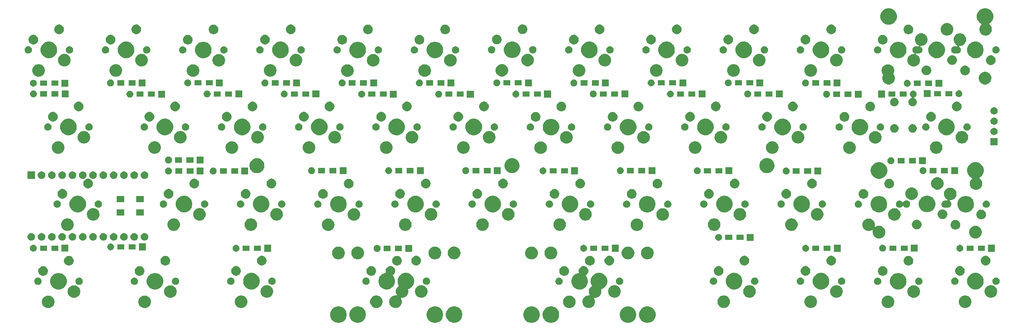
<source format=gbr>
G04 #@! TF.GenerationSoftware,KiCad,Pcbnew,(5.1.4-0-10_14)*
G04 #@! TF.CreationDate,2020-04-11T19:03:29-07:00*
G04 #@! TF.ProjectId,TG4xhotswap,54473478-686f-4747-9377-61702e6b6963,rev?*
G04 #@! TF.SameCoordinates,Original*
G04 #@! TF.FileFunction,Soldermask,Top*
G04 #@! TF.FilePolarity,Negative*
%FSLAX46Y46*%
G04 Gerber Fmt 4.6, Leading zero omitted, Abs format (unit mm)*
G04 Created by KiCad (PCBNEW (5.1.4-0-10_14)) date 2020-04-11 19:03:29*
%MOMM*%
%LPD*%
G04 APERTURE LIST*
%ADD10C,0.100000*%
G04 APERTURE END LIST*
D10*
G36*
X169421474Y-84538684D02*
G01*
X169639474Y-84628983D01*
X169793623Y-84692833D01*
X170128548Y-84916623D01*
X170413377Y-85201452D01*
X170637167Y-85536377D01*
X170637167Y-85536378D01*
X170791316Y-85908526D01*
X170869900Y-86303594D01*
X170869900Y-86706406D01*
X170791316Y-87101474D01*
X170701017Y-87319474D01*
X170637167Y-87473623D01*
X170413377Y-87808548D01*
X170128548Y-88093377D01*
X169793623Y-88317167D01*
X169639474Y-88381017D01*
X169421474Y-88471316D01*
X169026406Y-88549900D01*
X168623594Y-88549900D01*
X168228526Y-88471316D01*
X168010526Y-88381017D01*
X167856377Y-88317167D01*
X167521452Y-88093377D01*
X167236623Y-87808548D01*
X167012833Y-87473623D01*
X166948983Y-87319474D01*
X166858684Y-87101474D01*
X166780100Y-86706406D01*
X166780100Y-86303594D01*
X166858684Y-85908526D01*
X167012833Y-85536378D01*
X167012833Y-85536377D01*
X167236623Y-85201452D01*
X167521452Y-84916623D01*
X167856377Y-84692833D01*
X168010526Y-84628983D01*
X168228526Y-84538684D01*
X168623594Y-84460100D01*
X169026406Y-84460100D01*
X169421474Y-84538684D01*
X169421474Y-84538684D01*
G37*
G36*
X164646474Y-84538684D02*
G01*
X164864474Y-84628983D01*
X165018623Y-84692833D01*
X165353548Y-84916623D01*
X165638377Y-85201452D01*
X165862167Y-85536377D01*
X165862167Y-85536378D01*
X166016316Y-85908526D01*
X166094900Y-86303594D01*
X166094900Y-86706406D01*
X166016316Y-87101474D01*
X165926017Y-87319474D01*
X165862167Y-87473623D01*
X165638377Y-87808548D01*
X165353548Y-88093377D01*
X165018623Y-88317167D01*
X164864474Y-88381017D01*
X164646474Y-88471316D01*
X164251406Y-88549900D01*
X163848594Y-88549900D01*
X163453526Y-88471316D01*
X163235526Y-88381017D01*
X163081377Y-88317167D01*
X162746452Y-88093377D01*
X162461623Y-87808548D01*
X162237833Y-87473623D01*
X162173983Y-87319474D01*
X162083684Y-87101474D01*
X162005100Y-86706406D01*
X162005100Y-86303594D01*
X162083684Y-85908526D01*
X162237833Y-85536378D01*
X162237833Y-85536377D01*
X162461623Y-85201452D01*
X162746452Y-84916623D01*
X163081377Y-84692833D01*
X163235526Y-84628983D01*
X163453526Y-84538684D01*
X163848594Y-84460100D01*
X164251406Y-84460100D01*
X164646474Y-84538684D01*
X164646474Y-84538684D01*
G37*
G36*
X145621474Y-84538684D02*
G01*
X145839474Y-84628983D01*
X145993623Y-84692833D01*
X146328548Y-84916623D01*
X146613377Y-85201452D01*
X146837167Y-85536377D01*
X146837167Y-85536378D01*
X146991316Y-85908526D01*
X147069900Y-86303594D01*
X147069900Y-86706406D01*
X146991316Y-87101474D01*
X146901017Y-87319474D01*
X146837167Y-87473623D01*
X146613377Y-87808548D01*
X146328548Y-88093377D01*
X145993623Y-88317167D01*
X145839474Y-88381017D01*
X145621474Y-88471316D01*
X145226406Y-88549900D01*
X144823594Y-88549900D01*
X144428526Y-88471316D01*
X144210526Y-88381017D01*
X144056377Y-88317167D01*
X143721452Y-88093377D01*
X143436623Y-87808548D01*
X143212833Y-87473623D01*
X143148983Y-87319474D01*
X143058684Y-87101474D01*
X142980100Y-86706406D01*
X142980100Y-86303594D01*
X143058684Y-85908526D01*
X143212833Y-85536378D01*
X143212833Y-85536377D01*
X143436623Y-85201452D01*
X143721452Y-84916623D01*
X144056377Y-84692833D01*
X144210526Y-84628983D01*
X144428526Y-84538684D01*
X144823594Y-84460100D01*
X145226406Y-84460100D01*
X145621474Y-84538684D01*
X145621474Y-84538684D01*
G37*
G36*
X140846474Y-84538684D02*
G01*
X141064474Y-84628983D01*
X141218623Y-84692833D01*
X141553548Y-84916623D01*
X141838377Y-85201452D01*
X142062167Y-85536377D01*
X142062167Y-85536378D01*
X142216316Y-85908526D01*
X142294900Y-86303594D01*
X142294900Y-86706406D01*
X142216316Y-87101474D01*
X142126017Y-87319474D01*
X142062167Y-87473623D01*
X141838377Y-87808548D01*
X141553548Y-88093377D01*
X141218623Y-88317167D01*
X141064474Y-88381017D01*
X140846474Y-88471316D01*
X140451406Y-88549900D01*
X140048594Y-88549900D01*
X139653526Y-88471316D01*
X139435526Y-88381017D01*
X139281377Y-88317167D01*
X138946452Y-88093377D01*
X138661623Y-87808548D01*
X138437833Y-87473623D01*
X138373983Y-87319474D01*
X138283684Y-87101474D01*
X138205100Y-86706406D01*
X138205100Y-86303594D01*
X138283684Y-85908526D01*
X138437833Y-85536378D01*
X138437833Y-85536377D01*
X138661623Y-85201452D01*
X138946452Y-84916623D01*
X139281377Y-84692833D01*
X139435526Y-84628983D01*
X139653526Y-84538684D01*
X140048594Y-84460100D01*
X140451406Y-84460100D01*
X140846474Y-84538684D01*
X140846474Y-84538684D01*
G37*
G36*
X116996474Y-84538684D02*
G01*
X117214474Y-84628983D01*
X117368623Y-84692833D01*
X117703548Y-84916623D01*
X117988377Y-85201452D01*
X118212167Y-85536377D01*
X118212167Y-85536378D01*
X118366316Y-85908526D01*
X118444900Y-86303594D01*
X118444900Y-86706406D01*
X118366316Y-87101474D01*
X118276017Y-87319474D01*
X118212167Y-87473623D01*
X117988377Y-87808548D01*
X117703548Y-88093377D01*
X117368623Y-88317167D01*
X117214474Y-88381017D01*
X116996474Y-88471316D01*
X116601406Y-88549900D01*
X116198594Y-88549900D01*
X115803526Y-88471316D01*
X115585526Y-88381017D01*
X115431377Y-88317167D01*
X115096452Y-88093377D01*
X114811623Y-87808548D01*
X114587833Y-87473623D01*
X114523983Y-87319474D01*
X114433684Y-87101474D01*
X114355100Y-86706406D01*
X114355100Y-86303594D01*
X114433684Y-85908526D01*
X114587833Y-85536378D01*
X114587833Y-85536377D01*
X114811623Y-85201452D01*
X115096452Y-84916623D01*
X115431377Y-84692833D01*
X115585526Y-84628983D01*
X115803526Y-84538684D01*
X116198594Y-84460100D01*
X116601406Y-84460100D01*
X116996474Y-84538684D01*
X116996474Y-84538684D01*
G37*
G36*
X93196474Y-84538684D02*
G01*
X93414474Y-84628983D01*
X93568623Y-84692833D01*
X93903548Y-84916623D01*
X94188377Y-85201452D01*
X94412167Y-85536377D01*
X94412167Y-85536378D01*
X94566316Y-85908526D01*
X94644900Y-86303594D01*
X94644900Y-86706406D01*
X94566316Y-87101474D01*
X94476017Y-87319474D01*
X94412167Y-87473623D01*
X94188377Y-87808548D01*
X93903548Y-88093377D01*
X93568623Y-88317167D01*
X93414474Y-88381017D01*
X93196474Y-88471316D01*
X92801406Y-88549900D01*
X92398594Y-88549900D01*
X92003526Y-88471316D01*
X91785526Y-88381017D01*
X91631377Y-88317167D01*
X91296452Y-88093377D01*
X91011623Y-87808548D01*
X90787833Y-87473623D01*
X90723983Y-87319474D01*
X90633684Y-87101474D01*
X90555100Y-86706406D01*
X90555100Y-86303594D01*
X90633684Y-85908526D01*
X90787833Y-85536378D01*
X90787833Y-85536377D01*
X91011623Y-85201452D01*
X91296452Y-84916623D01*
X91631377Y-84692833D01*
X91785526Y-84628983D01*
X92003526Y-84538684D01*
X92398594Y-84460100D01*
X92801406Y-84460100D01*
X93196474Y-84538684D01*
X93196474Y-84538684D01*
G37*
G36*
X121741874Y-84520684D02*
G01*
X121959874Y-84610983D01*
X122114023Y-84674833D01*
X122448948Y-84898623D01*
X122733777Y-85183452D01*
X122957567Y-85518377D01*
X122965023Y-85536378D01*
X123111716Y-85890526D01*
X123190300Y-86285594D01*
X123190300Y-86688406D01*
X123111716Y-87083474D01*
X123021417Y-87301474D01*
X122957567Y-87455623D01*
X122733777Y-87790548D01*
X122448948Y-88075377D01*
X122114023Y-88299167D01*
X121959874Y-88363017D01*
X121741874Y-88453316D01*
X121346806Y-88531900D01*
X120943994Y-88531900D01*
X120548926Y-88453316D01*
X120330926Y-88363017D01*
X120176777Y-88299167D01*
X119841852Y-88075377D01*
X119557023Y-87790548D01*
X119333233Y-87455623D01*
X119269383Y-87301474D01*
X119179084Y-87083474D01*
X119100500Y-86688406D01*
X119100500Y-86285594D01*
X119179084Y-85890526D01*
X119325777Y-85536378D01*
X119333233Y-85518377D01*
X119557023Y-85183452D01*
X119841852Y-84898623D01*
X120176777Y-84674833D01*
X120330926Y-84610983D01*
X120548926Y-84520684D01*
X120943994Y-84442100D01*
X121346806Y-84442100D01*
X121741874Y-84520684D01*
X121741874Y-84520684D01*
G37*
G36*
X97941874Y-84520684D02*
G01*
X98159874Y-84610983D01*
X98314023Y-84674833D01*
X98648948Y-84898623D01*
X98933777Y-85183452D01*
X99157567Y-85518377D01*
X99165023Y-85536378D01*
X99311716Y-85890526D01*
X99390300Y-86285594D01*
X99390300Y-86688406D01*
X99311716Y-87083474D01*
X99221417Y-87301474D01*
X99157567Y-87455623D01*
X98933777Y-87790548D01*
X98648948Y-88075377D01*
X98314023Y-88299167D01*
X98159874Y-88363017D01*
X97941874Y-88453316D01*
X97546806Y-88531900D01*
X97143994Y-88531900D01*
X96748926Y-88453316D01*
X96530926Y-88363017D01*
X96376777Y-88299167D01*
X96041852Y-88075377D01*
X95757023Y-87790548D01*
X95533233Y-87455623D01*
X95469383Y-87301474D01*
X95379084Y-87083474D01*
X95300500Y-86688406D01*
X95300500Y-86285594D01*
X95379084Y-85890526D01*
X95525777Y-85536378D01*
X95533233Y-85518377D01*
X95757023Y-85183452D01*
X96041852Y-84898623D01*
X96376777Y-84674833D01*
X96530926Y-84610983D01*
X96748926Y-84520684D01*
X97143994Y-84442100D01*
X97546806Y-84442100D01*
X97941874Y-84520684D01*
X97941874Y-84520684D01*
G37*
G36*
X228470785Y-81816202D02*
G01*
X228620610Y-81846004D01*
X228902874Y-81962921D01*
X229156905Y-82132659D01*
X229372941Y-82348695D01*
X229542679Y-82602726D01*
X229659596Y-82884990D01*
X229659596Y-82884991D01*
X229714148Y-83159239D01*
X229719200Y-83184640D01*
X229719200Y-83490160D01*
X229659596Y-83789810D01*
X229542679Y-84072074D01*
X229372941Y-84326105D01*
X229156905Y-84542141D01*
X228902874Y-84711879D01*
X228620610Y-84828796D01*
X228470785Y-84858598D01*
X228320961Y-84888400D01*
X228015439Y-84888400D01*
X227865615Y-84858598D01*
X227715790Y-84828796D01*
X227433526Y-84711879D01*
X227179495Y-84542141D01*
X226963459Y-84326105D01*
X226793721Y-84072074D01*
X226676804Y-83789810D01*
X226617200Y-83490160D01*
X226617200Y-83184640D01*
X226622253Y-83159239D01*
X226676804Y-82884991D01*
X226676804Y-82884990D01*
X226793721Y-82602726D01*
X226963459Y-82348695D01*
X227179495Y-82132659D01*
X227433526Y-81962921D01*
X227715790Y-81846004D01*
X227865615Y-81816202D01*
X228015439Y-81786400D01*
X228320961Y-81786400D01*
X228470785Y-81816202D01*
X228470785Y-81816202D01*
G37*
G36*
X149870485Y-81816202D02*
G01*
X150020310Y-81846004D01*
X150302574Y-81962921D01*
X150556605Y-82132659D01*
X150772641Y-82348695D01*
X150942379Y-82602726D01*
X151059296Y-82884990D01*
X151059296Y-82884991D01*
X151113848Y-83159239D01*
X151118900Y-83184640D01*
X151118900Y-83490160D01*
X151059296Y-83789810D01*
X150942379Y-84072074D01*
X150772641Y-84326105D01*
X150556605Y-84542141D01*
X150302574Y-84711879D01*
X150020310Y-84828796D01*
X149870485Y-84858598D01*
X149720661Y-84888400D01*
X149415139Y-84888400D01*
X149265315Y-84858598D01*
X149115490Y-84828796D01*
X148833226Y-84711879D01*
X148579195Y-84542141D01*
X148363159Y-84326105D01*
X148193421Y-84072074D01*
X148076504Y-83789810D01*
X148016900Y-83490160D01*
X148016900Y-83184640D01*
X148021953Y-83159239D01*
X148076504Y-82884991D01*
X148076504Y-82884990D01*
X148193421Y-82602726D01*
X148363159Y-82348695D01*
X148579195Y-82132659D01*
X148833226Y-81962921D01*
X149115490Y-81846004D01*
X149265315Y-81816202D01*
X149415139Y-81786400D01*
X149720661Y-81786400D01*
X149870485Y-81816202D01*
X149870485Y-81816202D01*
G37*
G36*
X45108185Y-81816202D02*
G01*
X45258010Y-81846004D01*
X45540274Y-81962921D01*
X45794305Y-82132659D01*
X46010341Y-82348695D01*
X46180079Y-82602726D01*
X46296996Y-82884990D01*
X46296996Y-82884991D01*
X46351548Y-83159239D01*
X46356600Y-83184640D01*
X46356600Y-83490160D01*
X46296996Y-83789810D01*
X46180079Y-84072074D01*
X46010341Y-84326105D01*
X45794305Y-84542141D01*
X45540274Y-84711879D01*
X45258010Y-84828796D01*
X45108185Y-84858598D01*
X44958361Y-84888400D01*
X44652839Y-84888400D01*
X44503015Y-84858598D01*
X44353190Y-84828796D01*
X44070926Y-84711879D01*
X43816895Y-84542141D01*
X43600859Y-84326105D01*
X43431121Y-84072074D01*
X43314204Y-83789810D01*
X43254600Y-83490160D01*
X43254600Y-83184640D01*
X43259653Y-83159239D01*
X43314204Y-82884991D01*
X43314204Y-82884990D01*
X43431121Y-82602726D01*
X43600859Y-82348695D01*
X43816895Y-82132659D01*
X44070926Y-81962921D01*
X44353190Y-81846004D01*
X44503015Y-81816202D01*
X44652839Y-81786400D01*
X44958361Y-81786400D01*
X45108185Y-81816202D01*
X45108185Y-81816202D01*
G37*
G36*
X21308385Y-81816202D02*
G01*
X21458210Y-81846004D01*
X21740474Y-81962921D01*
X21994505Y-82132659D01*
X22210541Y-82348695D01*
X22380279Y-82602726D01*
X22497196Y-82884990D01*
X22497196Y-82884991D01*
X22551748Y-83159239D01*
X22556800Y-83184640D01*
X22556800Y-83490160D01*
X22497196Y-83789810D01*
X22380279Y-84072074D01*
X22210541Y-84326105D01*
X21994505Y-84542141D01*
X21740474Y-84711879D01*
X21458210Y-84828796D01*
X21308385Y-84858598D01*
X21158561Y-84888400D01*
X20853039Y-84888400D01*
X20703215Y-84858598D01*
X20553390Y-84828796D01*
X20271126Y-84711879D01*
X20017095Y-84542141D01*
X19801059Y-84326105D01*
X19631321Y-84072074D01*
X19514404Y-83789810D01*
X19454800Y-83490160D01*
X19454800Y-83184640D01*
X19459853Y-83159239D01*
X19514404Y-82884991D01*
X19514404Y-82884990D01*
X19631321Y-82602726D01*
X19801059Y-82348695D01*
X20017095Y-82132659D01*
X20271126Y-81962921D01*
X20553390Y-81846004D01*
X20703215Y-81816202D01*
X20853039Y-81786400D01*
X21158561Y-81786400D01*
X21308385Y-81816202D01*
X21308385Y-81816202D01*
G37*
G36*
X102270885Y-81803502D02*
G01*
X102420710Y-81833304D01*
X102702974Y-81950221D01*
X102957005Y-82119959D01*
X103173041Y-82335995D01*
X103342779Y-82590026D01*
X103459696Y-82872290D01*
X103519300Y-83171940D01*
X103519300Y-83477460D01*
X103459696Y-83777110D01*
X103342779Y-84059374D01*
X103173041Y-84313405D01*
X102957005Y-84529441D01*
X102702974Y-84699179D01*
X102420710Y-84816096D01*
X102270885Y-84845898D01*
X102121061Y-84875700D01*
X101815539Y-84875700D01*
X101665715Y-84845898D01*
X101515890Y-84816096D01*
X101233626Y-84699179D01*
X100979595Y-84529441D01*
X100763559Y-84313405D01*
X100593821Y-84059374D01*
X100476904Y-83777110D01*
X100417300Y-83477460D01*
X100417300Y-83171940D01*
X100476904Y-82872290D01*
X100593821Y-82590026D01*
X100763559Y-82335995D01*
X100979595Y-82119959D01*
X101233626Y-81950221D01*
X101515890Y-81833304D01*
X101665715Y-81803502D01*
X101815539Y-81773700D01*
X102121061Y-81773700D01*
X102270885Y-81803502D01*
X102270885Y-81803502D01*
G37*
G36*
X187959567Y-81786104D02*
G01*
X188133010Y-81820604D01*
X188415274Y-81937521D01*
X188669305Y-82107259D01*
X188885341Y-82323295D01*
X189055079Y-82577326D01*
X189171996Y-82859590D01*
X189201798Y-83009415D01*
X189231600Y-83159239D01*
X189231600Y-83464761D01*
X189201798Y-83614585D01*
X189171996Y-83764410D01*
X189055079Y-84046674D01*
X188885341Y-84300705D01*
X188669305Y-84516741D01*
X188415274Y-84686479D01*
X188133010Y-84803396D01*
X188005315Y-84828796D01*
X187833361Y-84863000D01*
X187527839Y-84863000D01*
X187355885Y-84828796D01*
X187228190Y-84803396D01*
X186945926Y-84686479D01*
X186691895Y-84516741D01*
X186475859Y-84300705D01*
X186306121Y-84046674D01*
X186189204Y-83764410D01*
X186159402Y-83614585D01*
X186129600Y-83464761D01*
X186129600Y-83159239D01*
X186159402Y-83009415D01*
X186189204Y-82859590D01*
X186306121Y-82577326D01*
X186475859Y-82323295D01*
X186691895Y-82107259D01*
X186945926Y-81937521D01*
X187228190Y-81820604D01*
X187401633Y-81786104D01*
X187527839Y-81761000D01*
X187833361Y-81761000D01*
X187959567Y-81786104D01*
X187959567Y-81786104D01*
G37*
G36*
X157492274Y-76265684D02*
G01*
X157710274Y-76355983D01*
X157864423Y-76419833D01*
X158199348Y-76643623D01*
X158484177Y-76928452D01*
X158707967Y-77263377D01*
X158771817Y-77417526D01*
X158862116Y-77635526D01*
X158940700Y-78030594D01*
X158940700Y-78433406D01*
X158862116Y-78828474D01*
X158778122Y-79031253D01*
X158707967Y-79200623D01*
X158484177Y-79535548D01*
X158199348Y-79820377D01*
X157864423Y-80044167D01*
X157699294Y-80112565D01*
X157483433Y-80201978D01*
X157461822Y-80213529D01*
X157442880Y-80229074D01*
X157427335Y-80248016D01*
X157415784Y-80269627D01*
X157408671Y-80293076D01*
X157406269Y-80317462D01*
X157408671Y-80341848D01*
X157463848Y-80619239D01*
X157468900Y-80644640D01*
X157468900Y-80950160D01*
X157409296Y-81249810D01*
X157292379Y-81532074D01*
X157122641Y-81786105D01*
X156906605Y-82002141D01*
X156652574Y-82171879D01*
X156370310Y-82288796D01*
X156220485Y-82318598D01*
X156070661Y-82348400D01*
X155811171Y-82348400D01*
X155786785Y-82350802D01*
X155763336Y-82357915D01*
X155741725Y-82369466D01*
X155722783Y-82385011D01*
X155707238Y-82403953D01*
X155695687Y-82425564D01*
X155688574Y-82449013D01*
X155686172Y-82473399D01*
X155688574Y-82497785D01*
X155695687Y-82521234D01*
X155707237Y-82542841D01*
X155730279Y-82577326D01*
X155847196Y-82859590D01*
X155876998Y-83009415D01*
X155906800Y-83159239D01*
X155906800Y-83464761D01*
X155876998Y-83614585D01*
X155847196Y-83764410D01*
X155730279Y-84046674D01*
X155560541Y-84300705D01*
X155344505Y-84516741D01*
X155090474Y-84686479D01*
X154808210Y-84803396D01*
X154680515Y-84828796D01*
X154508561Y-84863000D01*
X154203039Y-84863000D01*
X154031085Y-84828796D01*
X153903390Y-84803396D01*
X153621126Y-84686479D01*
X153367095Y-84516741D01*
X153151059Y-84300705D01*
X152981321Y-84046674D01*
X152864404Y-83764410D01*
X152834602Y-83614585D01*
X152804800Y-83464761D01*
X152804800Y-83159239D01*
X152834602Y-83009415D01*
X152864404Y-82859590D01*
X152981321Y-82577326D01*
X153151059Y-82323295D01*
X153367095Y-82107259D01*
X153621126Y-81937521D01*
X153903390Y-81820604D01*
X154076833Y-81786104D01*
X154203039Y-81761000D01*
X154462529Y-81761000D01*
X154486915Y-81758598D01*
X154510364Y-81751485D01*
X154531975Y-81739934D01*
X154550917Y-81724389D01*
X154566462Y-81705447D01*
X154578013Y-81683836D01*
X154585126Y-81660387D01*
X154587528Y-81636001D01*
X154585126Y-81611615D01*
X154578013Y-81588166D01*
X154566463Y-81566559D01*
X154543421Y-81532074D01*
X154426504Y-81249810D01*
X154366900Y-80950160D01*
X154366900Y-80644640D01*
X154371953Y-80619239D01*
X154426504Y-80344991D01*
X154426504Y-80344990D01*
X154543421Y-80062726D01*
X154713159Y-79808695D01*
X154929195Y-79592659D01*
X155113134Y-79469755D01*
X155132071Y-79454213D01*
X155147616Y-79435271D01*
X155159167Y-79413661D01*
X155166280Y-79390212D01*
X155168682Y-79365826D01*
X155166280Y-79341440D01*
X155159167Y-79317991D01*
X155147616Y-79296380D01*
X155137075Y-79280604D01*
X155083633Y-79200623D01*
X155013478Y-79031253D01*
X154929484Y-78828474D01*
X154850900Y-78433406D01*
X154850900Y-78030594D01*
X154929484Y-77635526D01*
X155019783Y-77417526D01*
X155083633Y-77263377D01*
X155307423Y-76928452D01*
X155592252Y-76643623D01*
X155927177Y-76419833D01*
X156081326Y-76355983D01*
X156299326Y-76265684D01*
X156694394Y-76187100D01*
X157097206Y-76187100D01*
X157492274Y-76265684D01*
X157492274Y-76265684D01*
G37*
G36*
X247497167Y-81786104D02*
G01*
X247670610Y-81820604D01*
X247952874Y-81937521D01*
X248206905Y-82107259D01*
X248422941Y-82323295D01*
X248592679Y-82577326D01*
X248709596Y-82859590D01*
X248739398Y-83009415D01*
X248769200Y-83159239D01*
X248769200Y-83464761D01*
X248739398Y-83614585D01*
X248709596Y-83764410D01*
X248592679Y-84046674D01*
X248422941Y-84300705D01*
X248206905Y-84516741D01*
X247952874Y-84686479D01*
X247670610Y-84803396D01*
X247542915Y-84828796D01*
X247370961Y-84863000D01*
X247065439Y-84863000D01*
X246893485Y-84828796D01*
X246765790Y-84803396D01*
X246483526Y-84686479D01*
X246229495Y-84516741D01*
X246013459Y-84300705D01*
X245843721Y-84046674D01*
X245726804Y-83764410D01*
X245697002Y-83614585D01*
X245667200Y-83464761D01*
X245667200Y-83159239D01*
X245697002Y-83009415D01*
X245726804Y-82859590D01*
X245843721Y-82577326D01*
X246013459Y-82323295D01*
X246229495Y-82107259D01*
X246483526Y-81937521D01*
X246765790Y-81820604D01*
X246939233Y-81786104D01*
X247065439Y-81761000D01*
X247370961Y-81761000D01*
X247497167Y-81786104D01*
X247497167Y-81786104D01*
G37*
G36*
X209397167Y-81786104D02*
G01*
X209570610Y-81820604D01*
X209852874Y-81937521D01*
X210106905Y-82107259D01*
X210322941Y-82323295D01*
X210492679Y-82577326D01*
X210609596Y-82859590D01*
X210639398Y-83009415D01*
X210669200Y-83159239D01*
X210669200Y-83464761D01*
X210639398Y-83614585D01*
X210609596Y-83764410D01*
X210492679Y-84046674D01*
X210322941Y-84300705D01*
X210106905Y-84516741D01*
X209852874Y-84686479D01*
X209570610Y-84803396D01*
X209442915Y-84828796D01*
X209270961Y-84863000D01*
X208965439Y-84863000D01*
X208793485Y-84828796D01*
X208665790Y-84803396D01*
X208383526Y-84686479D01*
X208129495Y-84516741D01*
X207913459Y-84300705D01*
X207743721Y-84046674D01*
X207626804Y-83764410D01*
X207597002Y-83614585D01*
X207567200Y-83464761D01*
X207567200Y-83159239D01*
X207597002Y-83009415D01*
X207626804Y-82859590D01*
X207743721Y-82577326D01*
X207913459Y-82323295D01*
X208129495Y-82107259D01*
X208383526Y-81937521D01*
X208665790Y-81820604D01*
X208839233Y-81786104D01*
X208965439Y-81761000D01*
X209270961Y-81761000D01*
X209397167Y-81786104D01*
X209397167Y-81786104D01*
G37*
G36*
X109841874Y-76265684D02*
G01*
X110059874Y-76355983D01*
X110214023Y-76419833D01*
X110548948Y-76643623D01*
X110833777Y-76928452D01*
X111057567Y-77263377D01*
X111121417Y-77417526D01*
X111211716Y-77635526D01*
X111290300Y-78030594D01*
X111290300Y-78433406D01*
X111211716Y-78828474D01*
X111127722Y-79031253D01*
X111057567Y-79200623D01*
X110833777Y-79535548D01*
X110548948Y-79820377D01*
X110214023Y-80044167D01*
X110064040Y-80106292D01*
X109882300Y-80181571D01*
X109860689Y-80193122D01*
X109841747Y-80208667D01*
X109826202Y-80227609D01*
X109814651Y-80249220D01*
X109807538Y-80272669D01*
X109805136Y-80297055D01*
X109807538Y-80321441D01*
X109809696Y-80332290D01*
X109869300Y-80631940D01*
X109869300Y-80937460D01*
X109809696Y-81237110D01*
X109692779Y-81519374D01*
X109523041Y-81773405D01*
X109307005Y-81989441D01*
X109052974Y-82159179D01*
X108770710Y-82276096D01*
X108620885Y-82305898D01*
X108471061Y-82335700D01*
X108154296Y-82335700D01*
X108152095Y-82335484D01*
X108127710Y-82337895D01*
X108104263Y-82345017D01*
X108082657Y-82356576D01*
X108063721Y-82372128D01*
X108048183Y-82391076D01*
X108036639Y-82412691D01*
X108029535Y-82436142D01*
X108027142Y-82460529D01*
X108029553Y-82484914D01*
X108036675Y-82508361D01*
X108048203Y-82529919D01*
X108079879Y-82577326D01*
X108196796Y-82859590D01*
X108226598Y-83009415D01*
X108256400Y-83159239D01*
X108256400Y-83464761D01*
X108226598Y-83614585D01*
X108196796Y-83764410D01*
X108079879Y-84046674D01*
X107910141Y-84300705D01*
X107694105Y-84516741D01*
X107440074Y-84686479D01*
X107157810Y-84803396D01*
X107030115Y-84828796D01*
X106858161Y-84863000D01*
X106552639Y-84863000D01*
X106380685Y-84828796D01*
X106252990Y-84803396D01*
X105970726Y-84686479D01*
X105716695Y-84516741D01*
X105500659Y-84300705D01*
X105330921Y-84046674D01*
X105214004Y-83764410D01*
X105184202Y-83614585D01*
X105154400Y-83464761D01*
X105154400Y-83159239D01*
X105184202Y-83009415D01*
X105214004Y-82859590D01*
X105330921Y-82577326D01*
X105500659Y-82323295D01*
X105716695Y-82107259D01*
X105970726Y-81937521D01*
X106252990Y-81820604D01*
X106426433Y-81786104D01*
X106552639Y-81761000D01*
X106869404Y-81761000D01*
X106871605Y-81761216D01*
X106895990Y-81758805D01*
X106919437Y-81751683D01*
X106941043Y-81740124D01*
X106959979Y-81724572D01*
X106975517Y-81705624D01*
X106987061Y-81684009D01*
X106994165Y-81660558D01*
X106996558Y-81636171D01*
X106994147Y-81611786D01*
X106987025Y-81588339D01*
X106975497Y-81566781D01*
X106943821Y-81519374D01*
X106826904Y-81237110D01*
X106767300Y-80937460D01*
X106767300Y-80631940D01*
X106826904Y-80332290D01*
X106943821Y-80050026D01*
X107113559Y-79795995D01*
X107329595Y-79579959D01*
X107472554Y-79484437D01*
X107491485Y-79468901D01*
X107507030Y-79449959D01*
X107518581Y-79428348D01*
X107525694Y-79404899D01*
X107528096Y-79380513D01*
X107525694Y-79356127D01*
X107518581Y-79332678D01*
X107507032Y-79311071D01*
X107433233Y-79200623D01*
X107363078Y-79031253D01*
X107279084Y-78828474D01*
X107200500Y-78433406D01*
X107200500Y-78030594D01*
X107279084Y-77635526D01*
X107369383Y-77417526D01*
X107433233Y-77263377D01*
X107657023Y-76928452D01*
X107941852Y-76643623D01*
X108276777Y-76419833D01*
X108430926Y-76355983D01*
X108648926Y-76265684D01*
X109043994Y-76187100D01*
X109446806Y-76187100D01*
X109841874Y-76265684D01*
X109841874Y-76265684D01*
G37*
G36*
X68884367Y-81786104D02*
G01*
X69057810Y-81820604D01*
X69340074Y-81937521D01*
X69594105Y-82107259D01*
X69810141Y-82323295D01*
X69979879Y-82577326D01*
X70096796Y-82859590D01*
X70126598Y-83009415D01*
X70156400Y-83159239D01*
X70156400Y-83464761D01*
X70126598Y-83614585D01*
X70096796Y-83764410D01*
X69979879Y-84046674D01*
X69810141Y-84300705D01*
X69594105Y-84516741D01*
X69340074Y-84686479D01*
X69057810Y-84803396D01*
X68930115Y-84828796D01*
X68758161Y-84863000D01*
X68452639Y-84863000D01*
X68280685Y-84828796D01*
X68152990Y-84803396D01*
X67870726Y-84686479D01*
X67616695Y-84516741D01*
X67400659Y-84300705D01*
X67230921Y-84046674D01*
X67114004Y-83764410D01*
X67084202Y-83614585D01*
X67054400Y-83464761D01*
X67054400Y-83159239D01*
X67084202Y-83009415D01*
X67114004Y-82859590D01*
X67230921Y-82577326D01*
X67400659Y-82323295D01*
X67616695Y-82107259D01*
X67870726Y-81937521D01*
X68152990Y-81820604D01*
X68326433Y-81786104D01*
X68452639Y-81761000D01*
X68758161Y-81761000D01*
X68884367Y-81786104D01*
X68884367Y-81786104D01*
G37*
G36*
X27658385Y-79276202D02*
G01*
X27808210Y-79306004D01*
X28090474Y-79422921D01*
X28344505Y-79592659D01*
X28560541Y-79808695D01*
X28730279Y-80062726D01*
X28847196Y-80344990D01*
X28847196Y-80344991D01*
X28901748Y-80619239D01*
X28906800Y-80644640D01*
X28906800Y-80950160D01*
X28847196Y-81249810D01*
X28730279Y-81532074D01*
X28560541Y-81786105D01*
X28344505Y-82002141D01*
X28090474Y-82171879D01*
X27808210Y-82288796D01*
X27658385Y-82318598D01*
X27508561Y-82348400D01*
X27203039Y-82348400D01*
X27053215Y-82318598D01*
X26903390Y-82288796D01*
X26621126Y-82171879D01*
X26367095Y-82002141D01*
X26151059Y-81786105D01*
X25981321Y-81532074D01*
X25864404Y-81249810D01*
X25804800Y-80950160D01*
X25804800Y-80644640D01*
X25809853Y-80619239D01*
X25864404Y-80344991D01*
X25864404Y-80344990D01*
X25981321Y-80062726D01*
X26151059Y-79808695D01*
X26367095Y-79592659D01*
X26621126Y-79422921D01*
X26903390Y-79306004D01*
X27053215Y-79276202D01*
X27203039Y-79246400D01*
X27508561Y-79246400D01*
X27658385Y-79276202D01*
X27658385Y-79276202D01*
G37*
G36*
X51458185Y-79276202D02*
G01*
X51608010Y-79306004D01*
X51890274Y-79422921D01*
X52144305Y-79592659D01*
X52360341Y-79808695D01*
X52530079Y-80062726D01*
X52646996Y-80344990D01*
X52646996Y-80344991D01*
X52701548Y-80619239D01*
X52706600Y-80644640D01*
X52706600Y-80950160D01*
X52646996Y-81249810D01*
X52530079Y-81532074D01*
X52360341Y-81786105D01*
X52144305Y-82002141D01*
X51890274Y-82171879D01*
X51608010Y-82288796D01*
X51458185Y-82318598D01*
X51308361Y-82348400D01*
X51002839Y-82348400D01*
X50853015Y-82318598D01*
X50703190Y-82288796D01*
X50420926Y-82171879D01*
X50166895Y-82002141D01*
X49950859Y-81786105D01*
X49781121Y-81532074D01*
X49664204Y-81249810D01*
X49604600Y-80950160D01*
X49604600Y-80644640D01*
X49609653Y-80619239D01*
X49664204Y-80344991D01*
X49664204Y-80344990D01*
X49781121Y-80062726D01*
X49950859Y-79808695D01*
X50166895Y-79592659D01*
X50420926Y-79422921D01*
X50703190Y-79306004D01*
X50853015Y-79276202D01*
X51002839Y-79246400D01*
X51308361Y-79246400D01*
X51458185Y-79276202D01*
X51458185Y-79276202D01*
G37*
G36*
X234820785Y-79276202D02*
G01*
X234970610Y-79306004D01*
X235252874Y-79422921D01*
X235506905Y-79592659D01*
X235722941Y-79808695D01*
X235892679Y-80062726D01*
X236009596Y-80344990D01*
X236009596Y-80344991D01*
X236064148Y-80619239D01*
X236069200Y-80644640D01*
X236069200Y-80950160D01*
X236009596Y-81249810D01*
X235892679Y-81532074D01*
X235722941Y-81786105D01*
X235506905Y-82002141D01*
X235252874Y-82171879D01*
X234970610Y-82288796D01*
X234820785Y-82318598D01*
X234670961Y-82348400D01*
X234365439Y-82348400D01*
X234215615Y-82318598D01*
X234065790Y-82288796D01*
X233783526Y-82171879D01*
X233529495Y-82002141D01*
X233313459Y-81786105D01*
X233143721Y-81532074D01*
X233026804Y-81249810D01*
X232967200Y-80950160D01*
X232967200Y-80644640D01*
X232972253Y-80619239D01*
X233026804Y-80344991D01*
X233026804Y-80344990D01*
X233143721Y-80062726D01*
X233313459Y-79808695D01*
X233529495Y-79592659D01*
X233783526Y-79422921D01*
X234065790Y-79306004D01*
X234215615Y-79276202D01*
X234365439Y-79246400D01*
X234670961Y-79246400D01*
X234820785Y-79276202D01*
X234820785Y-79276202D01*
G37*
G36*
X160986255Y-79246400D02*
G01*
X161158210Y-79280604D01*
X161440474Y-79397521D01*
X161694505Y-79567259D01*
X161910541Y-79783295D01*
X162080279Y-80037326D01*
X162197196Y-80319590D01*
X162226998Y-80469415D01*
X162256800Y-80619239D01*
X162256800Y-80924761D01*
X162226998Y-81074585D01*
X162197196Y-81224410D01*
X162080279Y-81506674D01*
X161910541Y-81760705D01*
X161694505Y-81976741D01*
X161440474Y-82146479D01*
X161158210Y-82263396D01*
X161030515Y-82288796D01*
X160858561Y-82323000D01*
X160553039Y-82323000D01*
X160381085Y-82288796D01*
X160253390Y-82263396D01*
X159971126Y-82146479D01*
X159717095Y-81976741D01*
X159501059Y-81760705D01*
X159331321Y-81506674D01*
X159214404Y-81224410D01*
X159184602Y-81074585D01*
X159154800Y-80924761D01*
X159154800Y-80619239D01*
X159184602Y-80469415D01*
X159214404Y-80319590D01*
X159331321Y-80037326D01*
X159501059Y-79783295D01*
X159717095Y-79567259D01*
X159971126Y-79397521D01*
X160253390Y-79280604D01*
X160425345Y-79246400D01*
X160553039Y-79221000D01*
X160858561Y-79221000D01*
X160986255Y-79246400D01*
X160986255Y-79246400D01*
G37*
G36*
X194311055Y-79246400D02*
G01*
X194483010Y-79280604D01*
X194765274Y-79397521D01*
X195019305Y-79567259D01*
X195235341Y-79783295D01*
X195405079Y-80037326D01*
X195521996Y-80319590D01*
X195551798Y-80469415D01*
X195581600Y-80619239D01*
X195581600Y-80924761D01*
X195551798Y-81074585D01*
X195521996Y-81224410D01*
X195405079Y-81506674D01*
X195235341Y-81760705D01*
X195019305Y-81976741D01*
X194765274Y-82146479D01*
X194483010Y-82263396D01*
X194355315Y-82288796D01*
X194183361Y-82323000D01*
X193877839Y-82323000D01*
X193705885Y-82288796D01*
X193578190Y-82263396D01*
X193295926Y-82146479D01*
X193041895Y-81976741D01*
X192825859Y-81760705D01*
X192656121Y-81506674D01*
X192539204Y-81224410D01*
X192509402Y-81074585D01*
X192479600Y-80924761D01*
X192479600Y-80619239D01*
X192509402Y-80469415D01*
X192539204Y-80319590D01*
X192656121Y-80037326D01*
X192825859Y-79783295D01*
X193041895Y-79567259D01*
X193295926Y-79397521D01*
X193578190Y-79280604D01*
X193750145Y-79246400D01*
X193877839Y-79221000D01*
X194183361Y-79221000D01*
X194311055Y-79246400D01*
X194311055Y-79246400D01*
G37*
G36*
X215748655Y-79246400D02*
G01*
X215920610Y-79280604D01*
X216202874Y-79397521D01*
X216456905Y-79567259D01*
X216672941Y-79783295D01*
X216842679Y-80037326D01*
X216959596Y-80319590D01*
X216989398Y-80469415D01*
X217019200Y-80619239D01*
X217019200Y-80924761D01*
X216989398Y-81074585D01*
X216959596Y-81224410D01*
X216842679Y-81506674D01*
X216672941Y-81760705D01*
X216456905Y-81976741D01*
X216202874Y-82146479D01*
X215920610Y-82263396D01*
X215792915Y-82288796D01*
X215620961Y-82323000D01*
X215315439Y-82323000D01*
X215143485Y-82288796D01*
X215015790Y-82263396D01*
X214733526Y-82146479D01*
X214479495Y-81976741D01*
X214263459Y-81760705D01*
X214093721Y-81506674D01*
X213976804Y-81224410D01*
X213947002Y-81074585D01*
X213917200Y-80924761D01*
X213917200Y-80619239D01*
X213947002Y-80469415D01*
X213976804Y-80319590D01*
X214093721Y-80037326D01*
X214263459Y-79783295D01*
X214479495Y-79567259D01*
X214733526Y-79397521D01*
X215015790Y-79280604D01*
X215187745Y-79246400D01*
X215315439Y-79221000D01*
X215620961Y-79221000D01*
X215748655Y-79246400D01*
X215748655Y-79246400D01*
G37*
G36*
X253848655Y-79246400D02*
G01*
X254020610Y-79280604D01*
X254302874Y-79397521D01*
X254556905Y-79567259D01*
X254772941Y-79783295D01*
X254942679Y-80037326D01*
X255059596Y-80319590D01*
X255089398Y-80469415D01*
X255119200Y-80619239D01*
X255119200Y-80924761D01*
X255089398Y-81074585D01*
X255059596Y-81224410D01*
X254942679Y-81506674D01*
X254772941Y-81760705D01*
X254556905Y-81976741D01*
X254302874Y-82146479D01*
X254020610Y-82263396D01*
X253892915Y-82288796D01*
X253720961Y-82323000D01*
X253415439Y-82323000D01*
X253243485Y-82288796D01*
X253115790Y-82263396D01*
X252833526Y-82146479D01*
X252579495Y-81976741D01*
X252363459Y-81760705D01*
X252193721Y-81506674D01*
X252076804Y-81224410D01*
X252047002Y-81074585D01*
X252017200Y-80924761D01*
X252017200Y-80619239D01*
X252047002Y-80469415D01*
X252076804Y-80319590D01*
X252193721Y-80037326D01*
X252363459Y-79783295D01*
X252579495Y-79567259D01*
X252833526Y-79397521D01*
X253115790Y-79280604D01*
X253287745Y-79246400D01*
X253415439Y-79221000D01*
X253720961Y-79221000D01*
X253848655Y-79246400D01*
X253848655Y-79246400D01*
G37*
G36*
X113335855Y-79246400D02*
G01*
X113507810Y-79280604D01*
X113790074Y-79397521D01*
X114044105Y-79567259D01*
X114260141Y-79783295D01*
X114429879Y-80037326D01*
X114546796Y-80319590D01*
X114576598Y-80469415D01*
X114606400Y-80619239D01*
X114606400Y-80924761D01*
X114576598Y-81074585D01*
X114546796Y-81224410D01*
X114429879Y-81506674D01*
X114260141Y-81760705D01*
X114044105Y-81976741D01*
X113790074Y-82146479D01*
X113507810Y-82263396D01*
X113380115Y-82288796D01*
X113208161Y-82323000D01*
X112902639Y-82323000D01*
X112730685Y-82288796D01*
X112602990Y-82263396D01*
X112320726Y-82146479D01*
X112066695Y-81976741D01*
X111850659Y-81760705D01*
X111680921Y-81506674D01*
X111564004Y-81224410D01*
X111534202Y-81074585D01*
X111504400Y-80924761D01*
X111504400Y-80619239D01*
X111534202Y-80469415D01*
X111564004Y-80319590D01*
X111680921Y-80037326D01*
X111850659Y-79783295D01*
X112066695Y-79567259D01*
X112320726Y-79397521D01*
X112602990Y-79280604D01*
X112774945Y-79246400D01*
X112902639Y-79221000D01*
X113208161Y-79221000D01*
X113335855Y-79246400D01*
X113335855Y-79246400D01*
G37*
G36*
X75235855Y-79246400D02*
G01*
X75407810Y-79280604D01*
X75690074Y-79397521D01*
X75944105Y-79567259D01*
X76160141Y-79783295D01*
X76329879Y-80037326D01*
X76446796Y-80319590D01*
X76476598Y-80469415D01*
X76506400Y-80619239D01*
X76506400Y-80924761D01*
X76476598Y-81074585D01*
X76446796Y-81224410D01*
X76329879Y-81506674D01*
X76160141Y-81760705D01*
X75944105Y-81976741D01*
X75690074Y-82146479D01*
X75407810Y-82263396D01*
X75280115Y-82288796D01*
X75108161Y-82323000D01*
X74802639Y-82323000D01*
X74630685Y-82288796D01*
X74502990Y-82263396D01*
X74220726Y-82146479D01*
X73966695Y-81976741D01*
X73750659Y-81760705D01*
X73580921Y-81506674D01*
X73464004Y-81224410D01*
X73434202Y-81074585D01*
X73404400Y-80924761D01*
X73404400Y-80619239D01*
X73434202Y-80469415D01*
X73464004Y-80319590D01*
X73580921Y-80037326D01*
X73750659Y-79783295D01*
X73966695Y-79567259D01*
X74220726Y-79397521D01*
X74502990Y-79280604D01*
X74674945Y-79246400D01*
X74802639Y-79221000D01*
X75108161Y-79221000D01*
X75235855Y-79246400D01*
X75235855Y-79246400D01*
G37*
G36*
X24142274Y-76291084D02*
G01*
X24360274Y-76381383D01*
X24514423Y-76445233D01*
X24849348Y-76669023D01*
X25134177Y-76953852D01*
X25357967Y-77288777D01*
X25417601Y-77432747D01*
X25512116Y-77660926D01*
X25590700Y-78055994D01*
X25590700Y-78458806D01*
X25512116Y-78853874D01*
X25428122Y-79056653D01*
X25357967Y-79226023D01*
X25134177Y-79560948D01*
X24849348Y-79845777D01*
X24514423Y-80069567D01*
X24360274Y-80133417D01*
X24142274Y-80223716D01*
X23747206Y-80302300D01*
X23344394Y-80302300D01*
X22949326Y-80223716D01*
X22731326Y-80133417D01*
X22577177Y-80069567D01*
X22242252Y-79845777D01*
X21957423Y-79560948D01*
X21733633Y-79226023D01*
X21663478Y-79056653D01*
X21579484Y-78853874D01*
X21500900Y-78458806D01*
X21500900Y-78055994D01*
X21579484Y-77660926D01*
X21673999Y-77432747D01*
X21733633Y-77288777D01*
X21957423Y-76953852D01*
X22242252Y-76669023D01*
X22577177Y-76445233D01*
X22731326Y-76381383D01*
X22949326Y-76291084D01*
X23344394Y-76212500D01*
X23747206Y-76212500D01*
X24142274Y-76291084D01*
X24142274Y-76291084D01*
G37*
G36*
X47942074Y-76291084D02*
G01*
X48160074Y-76381383D01*
X48314223Y-76445233D01*
X48649148Y-76669023D01*
X48933977Y-76953852D01*
X49157767Y-77288777D01*
X49217401Y-77432747D01*
X49311916Y-77660926D01*
X49390500Y-78055994D01*
X49390500Y-78458806D01*
X49311916Y-78853874D01*
X49227922Y-79056653D01*
X49157767Y-79226023D01*
X48933977Y-79560948D01*
X48649148Y-79845777D01*
X48314223Y-80069567D01*
X48160074Y-80133417D01*
X47942074Y-80223716D01*
X47547006Y-80302300D01*
X47144194Y-80302300D01*
X46749126Y-80223716D01*
X46531126Y-80133417D01*
X46376977Y-80069567D01*
X46042052Y-79845777D01*
X45757223Y-79560948D01*
X45533433Y-79226023D01*
X45463278Y-79056653D01*
X45379284Y-78853874D01*
X45300700Y-78458806D01*
X45300700Y-78055994D01*
X45379284Y-77660926D01*
X45473799Y-77432747D01*
X45533433Y-77288777D01*
X45757223Y-76953852D01*
X46042052Y-76669023D01*
X46376977Y-76445233D01*
X46531126Y-76381383D01*
X46749126Y-76291084D01*
X47144194Y-76212500D01*
X47547006Y-76212500D01*
X47942074Y-76291084D01*
X47942074Y-76291084D01*
G37*
G36*
X153434076Y-74543884D02*
G01*
X153651369Y-74633890D01*
X153651371Y-74633891D01*
X153846930Y-74764560D01*
X154013240Y-74930870D01*
X154143910Y-75126431D01*
X154233916Y-75343724D01*
X154279800Y-75574400D01*
X154279800Y-75809600D01*
X154233916Y-76040276D01*
X154165805Y-76204709D01*
X154143909Y-76257571D01*
X154013240Y-76453130D01*
X153846930Y-76619440D01*
X153682792Y-76729114D01*
X153663855Y-76744655D01*
X153648310Y-76763597D01*
X153636759Y-76785208D01*
X153629646Y-76808657D01*
X153627244Y-76833043D01*
X153629646Y-76857429D01*
X153636759Y-76880878D01*
X153648310Y-76902489D01*
X153663850Y-76921425D01*
X153696277Y-76953852D01*
X153920067Y-77288777D01*
X153979701Y-77432747D01*
X154074216Y-77660926D01*
X154152800Y-78055994D01*
X154152800Y-78458806D01*
X154074216Y-78853874D01*
X153990222Y-79056653D01*
X153920067Y-79226023D01*
X153696277Y-79560948D01*
X153411448Y-79845777D01*
X153076523Y-80069567D01*
X152922374Y-80133417D01*
X152704374Y-80223716D01*
X152309306Y-80302300D01*
X151906494Y-80302300D01*
X151511426Y-80223716D01*
X151293426Y-80133417D01*
X151139277Y-80069567D01*
X150804352Y-79845777D01*
X150519523Y-79560948D01*
X150295733Y-79226023D01*
X150225578Y-79056653D01*
X150141584Y-78853874D01*
X150063000Y-78458806D01*
X150063000Y-78055994D01*
X150141584Y-77660926D01*
X150236099Y-77432747D01*
X150295733Y-77288777D01*
X150519523Y-76953852D01*
X150804352Y-76669023D01*
X151139277Y-76445233D01*
X151293426Y-76381383D01*
X151511426Y-76291084D01*
X151851832Y-76223373D01*
X151875281Y-76216260D01*
X151896892Y-76204709D01*
X151915834Y-76189164D01*
X151931379Y-76170222D01*
X151942930Y-76148611D01*
X151950043Y-76125162D01*
X151952445Y-76100776D01*
X151950043Y-76076390D01*
X151942930Y-76052940D01*
X151937684Y-76040274D01*
X151891800Y-75809600D01*
X151891800Y-75574400D01*
X151937684Y-75343724D01*
X152027690Y-75126431D01*
X152158360Y-74930870D01*
X152324670Y-74764560D01*
X152520229Y-74633891D01*
X152520231Y-74633890D01*
X152737524Y-74543884D01*
X152968200Y-74498000D01*
X153203400Y-74498000D01*
X153434076Y-74543884D01*
X153434076Y-74543884D01*
G37*
G36*
X231304674Y-76291084D02*
G01*
X231522674Y-76381383D01*
X231676823Y-76445233D01*
X232011748Y-76669023D01*
X232296577Y-76953852D01*
X232520367Y-77288777D01*
X232580001Y-77432747D01*
X232674516Y-77660926D01*
X232753100Y-78055994D01*
X232753100Y-78458806D01*
X232674516Y-78853874D01*
X232590522Y-79056653D01*
X232520367Y-79226023D01*
X232296577Y-79560948D01*
X232011748Y-79845777D01*
X231676823Y-80069567D01*
X231522674Y-80133417D01*
X231304674Y-80223716D01*
X230909606Y-80302300D01*
X230506794Y-80302300D01*
X230111726Y-80223716D01*
X229893726Y-80133417D01*
X229739577Y-80069567D01*
X229404652Y-79845777D01*
X229119823Y-79560948D01*
X228896033Y-79226023D01*
X228825878Y-79056653D01*
X228741884Y-78853874D01*
X228663300Y-78458806D01*
X228663300Y-78055994D01*
X228741884Y-77660926D01*
X228836399Y-77432747D01*
X228896033Y-77288777D01*
X229119823Y-76953852D01*
X229404652Y-76669023D01*
X229739577Y-76445233D01*
X229893726Y-76381383D01*
X230111726Y-76291084D01*
X230506794Y-76212500D01*
X230909606Y-76212500D01*
X231304674Y-76291084D01*
X231304674Y-76291084D01*
G37*
G36*
X105783676Y-74543884D02*
G01*
X106000969Y-74633890D01*
X106000971Y-74633891D01*
X106196530Y-74764560D01*
X106362840Y-74930870D01*
X106493510Y-75126431D01*
X106583516Y-75343724D01*
X106629400Y-75574400D01*
X106629400Y-75809600D01*
X106583516Y-76040276D01*
X106515405Y-76204709D01*
X106493509Y-76257571D01*
X106385088Y-76419833D01*
X106362840Y-76453130D01*
X106196529Y-76619441D01*
X106070463Y-76703676D01*
X106051521Y-76719222D01*
X106035976Y-76738164D01*
X106024425Y-76759774D01*
X106017312Y-76783223D01*
X106014910Y-76807609D01*
X106017312Y-76831995D01*
X106024425Y-76855444D01*
X106035976Y-76877055D01*
X106051516Y-76895991D01*
X106096677Y-76941152D01*
X106320467Y-77276077D01*
X106367721Y-77390159D01*
X106474616Y-77648226D01*
X106553200Y-78043294D01*
X106553200Y-78446106D01*
X106474616Y-78841174D01*
X106390622Y-79043953D01*
X106320467Y-79213323D01*
X106096677Y-79548248D01*
X105811848Y-79833077D01*
X105476923Y-80056867D01*
X105446262Y-80069567D01*
X105104774Y-80211016D01*
X104709706Y-80289600D01*
X104306894Y-80289600D01*
X103911826Y-80211016D01*
X103570338Y-80069567D01*
X103539677Y-80056867D01*
X103204752Y-79833077D01*
X102919923Y-79548248D01*
X102696133Y-79213323D01*
X102625978Y-79043953D01*
X102541984Y-78841174D01*
X102463400Y-78446106D01*
X102463400Y-78043294D01*
X102541984Y-77648226D01*
X102648879Y-77390159D01*
X102696133Y-77276077D01*
X102919923Y-76941152D01*
X103204752Y-76656323D01*
X103539677Y-76432533D01*
X103693826Y-76368683D01*
X103911826Y-76278384D01*
X104200439Y-76220975D01*
X104223888Y-76213862D01*
X104245499Y-76202311D01*
X104264441Y-76186766D01*
X104279986Y-76167824D01*
X104291537Y-76146213D01*
X104298650Y-76122764D01*
X104301052Y-76098378D01*
X104298650Y-76073992D01*
X104291536Y-76050541D01*
X104287284Y-76040276D01*
X104241400Y-75809600D01*
X104241400Y-75574400D01*
X104287284Y-75343724D01*
X104377290Y-75126431D01*
X104507960Y-74930870D01*
X104674270Y-74764560D01*
X104869829Y-74633891D01*
X104869831Y-74633890D01*
X105087124Y-74543884D01*
X105317800Y-74498000D01*
X105553000Y-74498000D01*
X105783676Y-74543884D01*
X105783676Y-74543884D01*
G37*
G36*
X250354674Y-76265684D02*
G01*
X250572674Y-76355983D01*
X250726823Y-76419833D01*
X251061748Y-76643623D01*
X251346577Y-76928452D01*
X251570367Y-77263377D01*
X251634217Y-77417526D01*
X251724516Y-77635526D01*
X251803100Y-78030594D01*
X251803100Y-78433406D01*
X251724516Y-78828474D01*
X251640522Y-79031253D01*
X251570367Y-79200623D01*
X251346577Y-79535548D01*
X251061748Y-79820377D01*
X250726823Y-80044167D01*
X250572674Y-80108017D01*
X250354674Y-80198316D01*
X249959606Y-80276900D01*
X249556794Y-80276900D01*
X249161726Y-80198316D01*
X248943726Y-80108017D01*
X248789577Y-80044167D01*
X248454652Y-79820377D01*
X248169823Y-79535548D01*
X247946033Y-79200623D01*
X247875878Y-79031253D01*
X247791884Y-78828474D01*
X247713300Y-78433406D01*
X247713300Y-78030594D01*
X247791884Y-77635526D01*
X247882183Y-77417526D01*
X247946033Y-77263377D01*
X248169823Y-76928452D01*
X248454652Y-76643623D01*
X248789577Y-76419833D01*
X248943726Y-76355983D01*
X249161726Y-76265684D01*
X249556794Y-76187100D01*
X249959606Y-76187100D01*
X250354674Y-76265684D01*
X250354674Y-76265684D01*
G37*
G36*
X212254674Y-76265684D02*
G01*
X212472674Y-76355983D01*
X212626823Y-76419833D01*
X212961748Y-76643623D01*
X213246577Y-76928452D01*
X213470367Y-77263377D01*
X213534217Y-77417526D01*
X213624516Y-77635526D01*
X213703100Y-78030594D01*
X213703100Y-78433406D01*
X213624516Y-78828474D01*
X213540522Y-79031253D01*
X213470367Y-79200623D01*
X213246577Y-79535548D01*
X212961748Y-79820377D01*
X212626823Y-80044167D01*
X212472674Y-80108017D01*
X212254674Y-80198316D01*
X211859606Y-80276900D01*
X211456794Y-80276900D01*
X211061726Y-80198316D01*
X210843726Y-80108017D01*
X210689577Y-80044167D01*
X210354652Y-79820377D01*
X210069823Y-79535548D01*
X209846033Y-79200623D01*
X209775878Y-79031253D01*
X209691884Y-78828474D01*
X209613300Y-78433406D01*
X209613300Y-78030594D01*
X209691884Y-77635526D01*
X209782183Y-77417526D01*
X209846033Y-77263377D01*
X210069823Y-76928452D01*
X210354652Y-76643623D01*
X210689577Y-76419833D01*
X210843726Y-76355983D01*
X211061726Y-76265684D01*
X211456794Y-76187100D01*
X211859606Y-76187100D01*
X212254674Y-76265684D01*
X212254674Y-76265684D01*
G37*
G36*
X71741874Y-76265684D02*
G01*
X71959874Y-76355983D01*
X72114023Y-76419833D01*
X72448948Y-76643623D01*
X72733777Y-76928452D01*
X72957567Y-77263377D01*
X73021417Y-77417526D01*
X73111716Y-77635526D01*
X73190300Y-78030594D01*
X73190300Y-78433406D01*
X73111716Y-78828474D01*
X73027722Y-79031253D01*
X72957567Y-79200623D01*
X72733777Y-79535548D01*
X72448948Y-79820377D01*
X72114023Y-80044167D01*
X71959874Y-80108017D01*
X71741874Y-80198316D01*
X71346806Y-80276900D01*
X70943994Y-80276900D01*
X70548926Y-80198316D01*
X70330926Y-80108017D01*
X70176777Y-80044167D01*
X69841852Y-79820377D01*
X69557023Y-79535548D01*
X69333233Y-79200623D01*
X69263078Y-79031253D01*
X69179084Y-78828474D01*
X69100500Y-78433406D01*
X69100500Y-78030594D01*
X69179084Y-77635526D01*
X69269383Y-77417526D01*
X69333233Y-77263377D01*
X69557023Y-76928452D01*
X69841852Y-76643623D01*
X70176777Y-76419833D01*
X70330926Y-76355983D01*
X70548926Y-76265684D01*
X70943994Y-76187100D01*
X71346806Y-76187100D01*
X71741874Y-76265684D01*
X71741874Y-76265684D01*
G37*
G36*
X190817074Y-76265684D02*
G01*
X191035074Y-76355983D01*
X191189223Y-76419833D01*
X191524148Y-76643623D01*
X191808977Y-76928452D01*
X192032767Y-77263377D01*
X192096617Y-77417526D01*
X192186916Y-77635526D01*
X192265500Y-78030594D01*
X192265500Y-78433406D01*
X192186916Y-78828474D01*
X192102922Y-79031253D01*
X192032767Y-79200623D01*
X191808977Y-79535548D01*
X191524148Y-79820377D01*
X191189223Y-80044167D01*
X191035074Y-80108017D01*
X190817074Y-80198316D01*
X190422006Y-80276900D01*
X190019194Y-80276900D01*
X189624126Y-80198316D01*
X189406126Y-80108017D01*
X189251977Y-80044167D01*
X188917052Y-79820377D01*
X188632223Y-79535548D01*
X188408433Y-79200623D01*
X188338278Y-79031253D01*
X188254284Y-78828474D01*
X188175700Y-78433406D01*
X188175700Y-78030594D01*
X188254284Y-77635526D01*
X188344583Y-77417526D01*
X188408433Y-77263377D01*
X188632223Y-76928452D01*
X188917052Y-76643623D01*
X189251977Y-76419833D01*
X189406126Y-76355983D01*
X189624126Y-76265684D01*
X190019194Y-76187100D01*
X190422006Y-76187100D01*
X190817074Y-76265684D01*
X190817074Y-76265684D01*
G37*
G36*
X28801752Y-77372830D02*
G01*
X28888875Y-77390159D01*
X28991690Y-77432747D01*
X29053011Y-77458147D01*
X29162711Y-77531446D01*
X29200728Y-77556848D01*
X29326352Y-77682472D01*
X29326354Y-77682475D01*
X29425053Y-77830189D01*
X29425053Y-77830190D01*
X29493041Y-77994325D01*
X29505307Y-78055994D01*
X29525174Y-78155869D01*
X29527700Y-78168571D01*
X29527700Y-78346229D01*
X29493041Y-78520475D01*
X29447716Y-78629898D01*
X29425053Y-78684611D01*
X29343326Y-78806925D01*
X29326352Y-78832328D01*
X29200728Y-78957952D01*
X29200725Y-78957954D01*
X29053011Y-79056653D01*
X28998298Y-79079316D01*
X28888875Y-79124641D01*
X28801752Y-79141970D01*
X28714631Y-79159300D01*
X28536969Y-79159300D01*
X28449848Y-79141970D01*
X28362725Y-79124641D01*
X28253302Y-79079316D01*
X28198589Y-79056653D01*
X28050875Y-78957954D01*
X28050872Y-78957952D01*
X27925248Y-78832328D01*
X27908274Y-78806925D01*
X27826547Y-78684611D01*
X27803884Y-78629898D01*
X27758559Y-78520475D01*
X27723900Y-78346229D01*
X27723900Y-78168571D01*
X27726427Y-78155869D01*
X27746293Y-78055994D01*
X27758559Y-77994325D01*
X27826547Y-77830190D01*
X27826547Y-77830189D01*
X27925246Y-77682475D01*
X27925248Y-77682472D01*
X28050872Y-77556848D01*
X28088889Y-77531446D01*
X28198589Y-77458147D01*
X28259910Y-77432747D01*
X28362725Y-77390159D01*
X28449848Y-77372830D01*
X28536969Y-77355500D01*
X28714631Y-77355500D01*
X28801752Y-77372830D01*
X28801752Y-77372830D01*
G37*
G36*
X235964152Y-77372830D02*
G01*
X236051275Y-77390159D01*
X236154090Y-77432747D01*
X236215411Y-77458147D01*
X236325111Y-77531446D01*
X236363128Y-77556848D01*
X236488752Y-77682472D01*
X236488754Y-77682475D01*
X236587453Y-77830189D01*
X236587453Y-77830190D01*
X236655441Y-77994325D01*
X236667707Y-78055994D01*
X236687574Y-78155869D01*
X236690100Y-78168571D01*
X236690100Y-78346229D01*
X236655441Y-78520475D01*
X236610116Y-78629898D01*
X236587453Y-78684611D01*
X236505726Y-78806925D01*
X236488752Y-78832328D01*
X236363128Y-78957952D01*
X236363125Y-78957954D01*
X236215411Y-79056653D01*
X236160698Y-79079316D01*
X236051275Y-79124641D01*
X235964152Y-79141970D01*
X235877031Y-79159300D01*
X235699369Y-79159300D01*
X235612248Y-79141970D01*
X235525125Y-79124641D01*
X235415702Y-79079316D01*
X235360989Y-79056653D01*
X235213275Y-78957954D01*
X235213272Y-78957952D01*
X235087648Y-78832328D01*
X235070674Y-78806925D01*
X234988947Y-78684611D01*
X234966284Y-78629898D01*
X234920959Y-78520475D01*
X234886300Y-78346229D01*
X234886300Y-78168571D01*
X234888827Y-78155869D01*
X234908693Y-78055994D01*
X234920959Y-77994325D01*
X234988947Y-77830190D01*
X234988947Y-77830189D01*
X235087646Y-77682475D01*
X235087648Y-77682472D01*
X235213272Y-77556848D01*
X235251289Y-77531446D01*
X235360989Y-77458147D01*
X235422310Y-77432747D01*
X235525125Y-77390159D01*
X235612248Y-77372829D01*
X235699369Y-77355500D01*
X235877031Y-77355500D01*
X235964152Y-77372830D01*
X235964152Y-77372830D01*
G37*
G36*
X225804152Y-77372830D02*
G01*
X225891275Y-77390159D01*
X225994090Y-77432747D01*
X226055411Y-77458147D01*
X226165111Y-77531446D01*
X226203128Y-77556848D01*
X226328752Y-77682472D01*
X226328754Y-77682475D01*
X226427453Y-77830189D01*
X226427453Y-77830190D01*
X226495441Y-77994325D01*
X226507707Y-78055994D01*
X226527574Y-78155869D01*
X226530100Y-78168571D01*
X226530100Y-78346229D01*
X226495441Y-78520475D01*
X226450116Y-78629898D01*
X226427453Y-78684611D01*
X226345726Y-78806925D01*
X226328752Y-78832328D01*
X226203128Y-78957952D01*
X226203125Y-78957954D01*
X226055411Y-79056653D01*
X226000698Y-79079316D01*
X225891275Y-79124641D01*
X225804152Y-79141970D01*
X225717031Y-79159300D01*
X225539369Y-79159300D01*
X225452248Y-79141970D01*
X225365125Y-79124641D01*
X225255702Y-79079316D01*
X225200989Y-79056653D01*
X225053275Y-78957954D01*
X225053272Y-78957952D01*
X224927648Y-78832328D01*
X224910674Y-78806925D01*
X224828947Y-78684611D01*
X224806284Y-78629898D01*
X224760959Y-78520475D01*
X224726300Y-78346229D01*
X224726300Y-78168571D01*
X224728827Y-78155869D01*
X224748693Y-78055994D01*
X224760959Y-77994325D01*
X224828947Y-77830190D01*
X224828947Y-77830189D01*
X224927646Y-77682475D01*
X224927648Y-77682472D01*
X225053272Y-77556848D01*
X225091289Y-77531446D01*
X225200989Y-77458147D01*
X225262310Y-77432747D01*
X225365125Y-77390159D01*
X225452248Y-77372829D01*
X225539369Y-77355500D01*
X225717031Y-77355500D01*
X225804152Y-77372830D01*
X225804152Y-77372830D01*
G37*
G36*
X147203852Y-77372830D02*
G01*
X147290975Y-77390159D01*
X147393790Y-77432747D01*
X147455111Y-77458147D01*
X147564811Y-77531446D01*
X147602828Y-77556848D01*
X147728452Y-77682472D01*
X147728454Y-77682475D01*
X147827153Y-77830189D01*
X147827153Y-77830190D01*
X147895141Y-77994325D01*
X147907407Y-78055994D01*
X147927274Y-78155869D01*
X147929800Y-78168571D01*
X147929800Y-78346229D01*
X147895141Y-78520475D01*
X147849816Y-78629898D01*
X147827153Y-78684611D01*
X147745426Y-78806925D01*
X147728452Y-78832328D01*
X147602828Y-78957952D01*
X147602825Y-78957954D01*
X147455111Y-79056653D01*
X147400398Y-79079316D01*
X147290975Y-79124641D01*
X147203852Y-79141970D01*
X147116731Y-79159300D01*
X146939069Y-79159300D01*
X146851948Y-79141970D01*
X146764825Y-79124641D01*
X146655402Y-79079316D01*
X146600689Y-79056653D01*
X146452975Y-78957954D01*
X146452972Y-78957952D01*
X146327348Y-78832328D01*
X146310374Y-78806925D01*
X146228647Y-78684611D01*
X146205984Y-78629898D01*
X146160659Y-78520475D01*
X146126000Y-78346229D01*
X146126000Y-78168571D01*
X146128527Y-78155869D01*
X146148393Y-78055994D01*
X146160659Y-77994325D01*
X146228647Y-77830190D01*
X146228647Y-77830189D01*
X146327346Y-77682475D01*
X146327348Y-77682472D01*
X146452972Y-77556848D01*
X146490989Y-77531446D01*
X146600689Y-77458147D01*
X146662010Y-77432747D01*
X146764825Y-77390159D01*
X146851948Y-77372830D01*
X146939069Y-77355500D01*
X147116731Y-77355500D01*
X147203852Y-77372830D01*
X147203852Y-77372830D01*
G37*
G36*
X18641752Y-77372830D02*
G01*
X18728875Y-77390159D01*
X18831690Y-77432747D01*
X18893011Y-77458147D01*
X19002711Y-77531446D01*
X19040728Y-77556848D01*
X19166352Y-77682472D01*
X19166354Y-77682475D01*
X19265053Y-77830189D01*
X19265053Y-77830190D01*
X19333041Y-77994325D01*
X19345307Y-78055994D01*
X19365174Y-78155869D01*
X19367700Y-78168571D01*
X19367700Y-78346229D01*
X19333041Y-78520475D01*
X19287716Y-78629898D01*
X19265053Y-78684611D01*
X19183326Y-78806925D01*
X19166352Y-78832328D01*
X19040728Y-78957952D01*
X19040725Y-78957954D01*
X18893011Y-79056653D01*
X18838298Y-79079316D01*
X18728875Y-79124641D01*
X18641752Y-79141970D01*
X18554631Y-79159300D01*
X18376969Y-79159300D01*
X18289848Y-79141970D01*
X18202725Y-79124641D01*
X18093302Y-79079316D01*
X18038589Y-79056653D01*
X17890875Y-78957954D01*
X17890872Y-78957952D01*
X17765248Y-78832328D01*
X17748274Y-78806925D01*
X17666547Y-78684611D01*
X17643884Y-78629898D01*
X17598559Y-78520475D01*
X17563900Y-78346229D01*
X17563900Y-78168571D01*
X17566427Y-78155869D01*
X17586293Y-78055994D01*
X17598559Y-77994325D01*
X17666547Y-77830190D01*
X17666547Y-77830189D01*
X17765246Y-77682475D01*
X17765248Y-77682472D01*
X17890872Y-77556848D01*
X17928889Y-77531446D01*
X18038589Y-77458147D01*
X18099910Y-77432747D01*
X18202725Y-77390159D01*
X18289848Y-77372830D01*
X18376969Y-77355500D01*
X18554631Y-77355500D01*
X18641752Y-77372830D01*
X18641752Y-77372830D01*
G37*
G36*
X42441552Y-77372830D02*
G01*
X42528675Y-77390159D01*
X42631490Y-77432747D01*
X42692811Y-77458147D01*
X42802511Y-77531446D01*
X42840528Y-77556848D01*
X42966152Y-77682472D01*
X42966154Y-77682475D01*
X43064853Y-77830189D01*
X43064853Y-77830190D01*
X43132841Y-77994325D01*
X43145107Y-78055994D01*
X43164974Y-78155869D01*
X43167500Y-78168571D01*
X43167500Y-78346229D01*
X43132841Y-78520475D01*
X43087516Y-78629898D01*
X43064853Y-78684611D01*
X42983126Y-78806925D01*
X42966152Y-78832328D01*
X42840528Y-78957952D01*
X42840525Y-78957954D01*
X42692811Y-79056653D01*
X42638098Y-79079316D01*
X42528675Y-79124641D01*
X42441552Y-79141970D01*
X42354431Y-79159300D01*
X42176769Y-79159300D01*
X42089648Y-79141970D01*
X42002525Y-79124641D01*
X41893102Y-79079316D01*
X41838389Y-79056653D01*
X41690675Y-78957954D01*
X41690672Y-78957952D01*
X41565048Y-78832328D01*
X41548074Y-78806925D01*
X41466347Y-78684611D01*
X41443684Y-78629898D01*
X41398359Y-78520475D01*
X41363700Y-78346229D01*
X41363700Y-78168571D01*
X41366227Y-78155869D01*
X41386093Y-78055994D01*
X41398359Y-77994325D01*
X41466347Y-77830190D01*
X41466347Y-77830189D01*
X41565046Y-77682475D01*
X41565048Y-77682472D01*
X41690672Y-77556848D01*
X41728689Y-77531446D01*
X41838389Y-77458147D01*
X41899710Y-77432747D01*
X42002525Y-77390159D01*
X42089648Y-77372830D01*
X42176769Y-77355500D01*
X42354431Y-77355500D01*
X42441552Y-77372830D01*
X42441552Y-77372830D01*
G37*
G36*
X52601552Y-77372830D02*
G01*
X52688675Y-77390159D01*
X52791490Y-77432747D01*
X52852811Y-77458147D01*
X52962511Y-77531446D01*
X53000528Y-77556848D01*
X53126152Y-77682472D01*
X53126154Y-77682475D01*
X53224853Y-77830189D01*
X53224853Y-77830190D01*
X53292841Y-77994325D01*
X53305107Y-78055994D01*
X53324974Y-78155869D01*
X53327500Y-78168571D01*
X53327500Y-78346229D01*
X53292841Y-78520475D01*
X53247516Y-78629898D01*
X53224853Y-78684611D01*
X53143126Y-78806925D01*
X53126152Y-78832328D01*
X53000528Y-78957952D01*
X53000525Y-78957954D01*
X52852811Y-79056653D01*
X52798098Y-79079316D01*
X52688675Y-79124641D01*
X52601552Y-79141970D01*
X52514431Y-79159300D01*
X52336769Y-79159300D01*
X52249648Y-79141970D01*
X52162525Y-79124641D01*
X52053102Y-79079316D01*
X51998389Y-79056653D01*
X51850675Y-78957954D01*
X51850672Y-78957952D01*
X51725048Y-78832328D01*
X51708074Y-78806925D01*
X51626347Y-78684611D01*
X51603684Y-78629898D01*
X51558359Y-78520475D01*
X51523700Y-78346229D01*
X51523700Y-78168571D01*
X51526227Y-78155869D01*
X51546093Y-78055994D01*
X51558359Y-77994325D01*
X51626347Y-77830190D01*
X51626347Y-77830189D01*
X51725046Y-77682475D01*
X51725048Y-77682472D01*
X51850672Y-77556848D01*
X51888689Y-77531446D01*
X51998389Y-77458147D01*
X52059710Y-77432747D01*
X52162525Y-77390159D01*
X52249648Y-77372830D01*
X52336769Y-77355500D01*
X52514431Y-77355500D01*
X52601552Y-77372830D01*
X52601552Y-77372830D01*
G37*
G36*
X99604252Y-77360130D02*
G01*
X99691375Y-77377459D01*
X99800798Y-77422784D01*
X99855511Y-77445447D01*
X99984218Y-77531446D01*
X100003228Y-77544148D01*
X100128852Y-77669772D01*
X100128854Y-77669775D01*
X100227553Y-77817489D01*
X100227553Y-77817490D01*
X100295541Y-77981625D01*
X100307807Y-78043294D01*
X100330200Y-78155869D01*
X100330200Y-78333531D01*
X100312871Y-78420652D01*
X100295541Y-78507775D01*
X100290281Y-78520473D01*
X100227553Y-78671911D01*
X100219067Y-78684611D01*
X100128852Y-78819628D01*
X100003228Y-78945252D01*
X100003225Y-78945254D01*
X99855511Y-79043953D01*
X99824850Y-79056653D01*
X99691375Y-79111941D01*
X99604252Y-79129270D01*
X99517131Y-79146600D01*
X99339469Y-79146600D01*
X99252348Y-79129270D01*
X99165225Y-79111941D01*
X99031750Y-79056653D01*
X99001089Y-79043953D01*
X98853375Y-78945254D01*
X98853372Y-78945252D01*
X98727748Y-78819628D01*
X98637533Y-78684611D01*
X98629047Y-78671911D01*
X98566319Y-78520473D01*
X98561059Y-78507775D01*
X98543729Y-78420652D01*
X98526400Y-78333531D01*
X98526400Y-78155869D01*
X98548793Y-78043294D01*
X98561059Y-77981625D01*
X98629047Y-77817490D01*
X98629047Y-77817489D01*
X98727746Y-77669775D01*
X98727748Y-77669772D01*
X98853372Y-77544148D01*
X98872382Y-77531446D01*
X99001089Y-77445447D01*
X99055802Y-77422784D01*
X99165225Y-77377459D01*
X99252348Y-77360130D01*
X99339469Y-77342800D01*
X99517131Y-77342800D01*
X99604252Y-77360130D01*
X99604252Y-77360130D01*
G37*
G36*
X114501352Y-77347429D02*
G01*
X114588475Y-77364759D01*
X114697898Y-77410084D01*
X114752611Y-77432747D01*
X114899333Y-77530783D01*
X114900328Y-77531448D01*
X115025952Y-77657072D01*
X115025954Y-77657075D01*
X115124653Y-77804789D01*
X115124653Y-77804790D01*
X115192641Y-77968925D01*
X115204907Y-78030594D01*
X115227300Y-78143169D01*
X115227300Y-78320831D01*
X115209971Y-78407952D01*
X115192641Y-78495075D01*
X115147316Y-78604498D01*
X115124653Y-78659211D01*
X115107681Y-78684611D01*
X115025952Y-78806928D01*
X114900328Y-78932552D01*
X114900325Y-78932554D01*
X114752611Y-79031253D01*
X114721950Y-79043953D01*
X114588475Y-79099241D01*
X114501352Y-79116570D01*
X114414231Y-79133900D01*
X114236569Y-79133900D01*
X114149448Y-79116570D01*
X114062325Y-79099241D01*
X113928850Y-79043953D01*
X113898189Y-79031253D01*
X113750475Y-78932554D01*
X113750472Y-78932552D01*
X113624848Y-78806928D01*
X113543119Y-78684611D01*
X113526147Y-78659211D01*
X113503484Y-78604498D01*
X113458159Y-78495075D01*
X113440829Y-78407952D01*
X113423500Y-78320831D01*
X113423500Y-78143169D01*
X113445893Y-78030594D01*
X113458159Y-77968925D01*
X113526147Y-77804790D01*
X113526147Y-77804789D01*
X113624846Y-77657075D01*
X113624848Y-77657072D01*
X113750472Y-77531448D01*
X113751467Y-77530783D01*
X113898189Y-77432747D01*
X113952902Y-77410084D01*
X114062325Y-77364759D01*
X114149448Y-77347429D01*
X114236569Y-77330100D01*
X114414231Y-77330100D01*
X114501352Y-77347429D01*
X114501352Y-77347429D01*
G37*
G36*
X255014152Y-77347429D02*
G01*
X255101275Y-77364759D01*
X255210698Y-77410084D01*
X255265411Y-77432747D01*
X255412133Y-77530783D01*
X255413128Y-77531448D01*
X255538752Y-77657072D01*
X255538754Y-77657075D01*
X255637453Y-77804789D01*
X255637453Y-77804790D01*
X255705441Y-77968925D01*
X255717707Y-78030594D01*
X255740100Y-78143169D01*
X255740100Y-78320831D01*
X255722771Y-78407952D01*
X255705441Y-78495075D01*
X255660116Y-78604498D01*
X255637453Y-78659211D01*
X255620481Y-78684611D01*
X255538752Y-78806928D01*
X255413128Y-78932552D01*
X255413125Y-78932554D01*
X255265411Y-79031253D01*
X255234750Y-79043953D01*
X255101275Y-79099241D01*
X255014152Y-79116571D01*
X254927031Y-79133900D01*
X254749369Y-79133900D01*
X254662248Y-79116570D01*
X254575125Y-79099241D01*
X254441650Y-79043953D01*
X254410989Y-79031253D01*
X254263275Y-78932554D01*
X254263272Y-78932552D01*
X254137648Y-78806928D01*
X254055919Y-78684611D01*
X254038947Y-78659211D01*
X254016284Y-78604498D01*
X253970959Y-78495075D01*
X253953629Y-78407952D01*
X253936300Y-78320831D01*
X253936300Y-78143169D01*
X253958693Y-78030594D01*
X253970959Y-77968925D01*
X254038947Y-77804790D01*
X254038947Y-77804789D01*
X254137646Y-77657075D01*
X254137648Y-77657072D01*
X254263272Y-77531448D01*
X254264267Y-77530783D01*
X254410989Y-77432747D01*
X254465702Y-77410084D01*
X254575125Y-77364759D01*
X254662248Y-77347429D01*
X254749369Y-77330100D01*
X254927031Y-77330100D01*
X255014152Y-77347429D01*
X255014152Y-77347429D01*
G37*
G36*
X66241352Y-77347429D02*
G01*
X66328475Y-77364759D01*
X66437898Y-77410084D01*
X66492611Y-77432747D01*
X66639333Y-77530783D01*
X66640328Y-77531448D01*
X66765952Y-77657072D01*
X66765954Y-77657075D01*
X66864653Y-77804789D01*
X66864653Y-77804790D01*
X66932641Y-77968925D01*
X66944907Y-78030594D01*
X66967300Y-78143169D01*
X66967300Y-78320831D01*
X66949971Y-78407952D01*
X66932641Y-78495075D01*
X66887316Y-78604498D01*
X66864653Y-78659211D01*
X66847681Y-78684611D01*
X66765952Y-78806928D01*
X66640328Y-78932552D01*
X66640325Y-78932554D01*
X66492611Y-79031253D01*
X66461950Y-79043953D01*
X66328475Y-79099241D01*
X66241352Y-79116570D01*
X66154231Y-79133900D01*
X65976569Y-79133900D01*
X65889448Y-79116570D01*
X65802325Y-79099241D01*
X65668850Y-79043953D01*
X65638189Y-79031253D01*
X65490475Y-78932554D01*
X65490472Y-78932552D01*
X65364848Y-78806928D01*
X65283119Y-78684611D01*
X65266147Y-78659211D01*
X65243484Y-78604498D01*
X65198159Y-78495075D01*
X65180830Y-78407952D01*
X65163500Y-78320831D01*
X65163500Y-78143169D01*
X65185893Y-78030594D01*
X65198159Y-77968925D01*
X65266147Y-77804790D01*
X65266147Y-77804789D01*
X65364846Y-77657075D01*
X65364848Y-77657072D01*
X65490472Y-77531448D01*
X65491467Y-77530783D01*
X65638189Y-77432747D01*
X65692902Y-77410084D01*
X65802325Y-77364759D01*
X65889448Y-77347429D01*
X65976569Y-77330100D01*
X66154231Y-77330100D01*
X66241352Y-77347429D01*
X66241352Y-77347429D01*
G37*
G36*
X76401352Y-77347429D02*
G01*
X76488475Y-77364759D01*
X76597898Y-77410084D01*
X76652611Y-77432747D01*
X76799333Y-77530783D01*
X76800328Y-77531448D01*
X76925952Y-77657072D01*
X76925954Y-77657075D01*
X77024653Y-77804789D01*
X77024653Y-77804790D01*
X77092641Y-77968925D01*
X77104907Y-78030594D01*
X77127300Y-78143169D01*
X77127300Y-78320831D01*
X77109971Y-78407952D01*
X77092641Y-78495075D01*
X77047316Y-78604498D01*
X77024653Y-78659211D01*
X77007681Y-78684611D01*
X76925952Y-78806928D01*
X76800328Y-78932552D01*
X76800325Y-78932554D01*
X76652611Y-79031253D01*
X76621950Y-79043953D01*
X76488475Y-79099241D01*
X76401352Y-79116570D01*
X76314231Y-79133900D01*
X76136569Y-79133900D01*
X76049448Y-79116570D01*
X75962325Y-79099241D01*
X75828850Y-79043953D01*
X75798189Y-79031253D01*
X75650475Y-78932554D01*
X75650472Y-78932552D01*
X75524848Y-78806928D01*
X75443119Y-78684611D01*
X75426147Y-78659211D01*
X75403484Y-78604498D01*
X75358159Y-78495075D01*
X75340830Y-78407952D01*
X75323500Y-78320831D01*
X75323500Y-78143169D01*
X75345893Y-78030594D01*
X75358159Y-77968925D01*
X75426147Y-77804790D01*
X75426147Y-77804789D01*
X75524846Y-77657075D01*
X75524848Y-77657072D01*
X75650472Y-77531448D01*
X75651467Y-77530783D01*
X75798189Y-77432747D01*
X75852902Y-77410084D01*
X75962325Y-77364759D01*
X76049448Y-77347429D01*
X76136569Y-77330100D01*
X76314231Y-77330100D01*
X76401352Y-77347429D01*
X76401352Y-77347429D01*
G37*
G36*
X244854152Y-77347429D02*
G01*
X244941275Y-77364759D01*
X245050698Y-77410084D01*
X245105411Y-77432747D01*
X245252133Y-77530783D01*
X245253128Y-77531448D01*
X245378752Y-77657072D01*
X245378754Y-77657075D01*
X245477453Y-77804789D01*
X245477453Y-77804790D01*
X245545441Y-77968925D01*
X245557707Y-78030594D01*
X245580100Y-78143169D01*
X245580100Y-78320831D01*
X245562771Y-78407952D01*
X245545441Y-78495075D01*
X245500116Y-78604498D01*
X245477453Y-78659211D01*
X245460481Y-78684611D01*
X245378752Y-78806928D01*
X245253128Y-78932552D01*
X245253125Y-78932554D01*
X245105411Y-79031253D01*
X245074750Y-79043953D01*
X244941275Y-79099241D01*
X244854152Y-79116571D01*
X244767031Y-79133900D01*
X244589369Y-79133900D01*
X244502248Y-79116570D01*
X244415125Y-79099241D01*
X244281650Y-79043953D01*
X244250989Y-79031253D01*
X244103275Y-78932554D01*
X244103272Y-78932552D01*
X243977648Y-78806928D01*
X243895919Y-78684611D01*
X243878947Y-78659211D01*
X243856284Y-78604498D01*
X243810959Y-78495075D01*
X243793629Y-78407952D01*
X243776300Y-78320831D01*
X243776300Y-78143169D01*
X243798693Y-78030594D01*
X243810959Y-77968925D01*
X243878947Y-77804790D01*
X243878947Y-77804789D01*
X243977646Y-77657075D01*
X243977648Y-77657072D01*
X244103272Y-77531448D01*
X244104267Y-77530783D01*
X244250989Y-77432747D01*
X244305702Y-77410084D01*
X244415125Y-77364759D01*
X244502248Y-77347429D01*
X244589369Y-77330100D01*
X244767031Y-77330100D01*
X244854152Y-77347429D01*
X244854152Y-77347429D01*
G37*
G36*
X206754152Y-77347429D02*
G01*
X206841275Y-77364759D01*
X206950698Y-77410084D01*
X207005411Y-77432747D01*
X207152133Y-77530783D01*
X207153128Y-77531448D01*
X207278752Y-77657072D01*
X207278754Y-77657075D01*
X207377453Y-77804789D01*
X207377453Y-77804790D01*
X207445441Y-77968925D01*
X207457707Y-78030594D01*
X207480100Y-78143169D01*
X207480100Y-78320831D01*
X207462771Y-78407952D01*
X207445441Y-78495075D01*
X207400116Y-78604498D01*
X207377453Y-78659211D01*
X207360481Y-78684611D01*
X207278752Y-78806928D01*
X207153128Y-78932552D01*
X207153125Y-78932554D01*
X207005411Y-79031253D01*
X206974750Y-79043953D01*
X206841275Y-79099241D01*
X206754152Y-79116571D01*
X206667031Y-79133900D01*
X206489369Y-79133900D01*
X206402248Y-79116570D01*
X206315125Y-79099241D01*
X206181650Y-79043953D01*
X206150989Y-79031253D01*
X206003275Y-78932554D01*
X206003272Y-78932552D01*
X205877648Y-78806928D01*
X205795919Y-78684611D01*
X205778947Y-78659211D01*
X205756284Y-78604498D01*
X205710959Y-78495075D01*
X205693629Y-78407952D01*
X205676300Y-78320831D01*
X205676300Y-78143169D01*
X205698693Y-78030594D01*
X205710959Y-77968925D01*
X205778947Y-77804790D01*
X205778947Y-77804789D01*
X205877646Y-77657075D01*
X205877648Y-77657072D01*
X206003272Y-77531448D01*
X206004267Y-77530783D01*
X206150989Y-77432747D01*
X206205702Y-77410084D01*
X206315125Y-77364759D01*
X206402248Y-77347429D01*
X206489369Y-77330100D01*
X206667031Y-77330100D01*
X206754152Y-77347429D01*
X206754152Y-77347429D01*
G37*
G36*
X216914152Y-77347429D02*
G01*
X217001275Y-77364759D01*
X217110698Y-77410084D01*
X217165411Y-77432747D01*
X217312133Y-77530783D01*
X217313128Y-77531448D01*
X217438752Y-77657072D01*
X217438754Y-77657075D01*
X217537453Y-77804789D01*
X217537453Y-77804790D01*
X217605441Y-77968925D01*
X217617707Y-78030594D01*
X217640100Y-78143169D01*
X217640100Y-78320831D01*
X217622771Y-78407952D01*
X217605441Y-78495075D01*
X217560116Y-78604498D01*
X217537453Y-78659211D01*
X217520481Y-78684611D01*
X217438752Y-78806928D01*
X217313128Y-78932552D01*
X217313125Y-78932554D01*
X217165411Y-79031253D01*
X217134750Y-79043953D01*
X217001275Y-79099241D01*
X216914152Y-79116571D01*
X216827031Y-79133900D01*
X216649369Y-79133900D01*
X216562248Y-79116570D01*
X216475125Y-79099241D01*
X216341650Y-79043953D01*
X216310989Y-79031253D01*
X216163275Y-78932554D01*
X216163272Y-78932552D01*
X216037648Y-78806928D01*
X215955919Y-78684611D01*
X215938947Y-78659211D01*
X215916284Y-78604498D01*
X215870959Y-78495075D01*
X215853629Y-78407952D01*
X215836300Y-78320831D01*
X215836300Y-78143169D01*
X215858693Y-78030594D01*
X215870959Y-77968925D01*
X215938947Y-77804790D01*
X215938947Y-77804789D01*
X216037646Y-77657075D01*
X216037648Y-77657072D01*
X216163272Y-77531448D01*
X216164267Y-77530783D01*
X216310989Y-77432747D01*
X216365702Y-77410084D01*
X216475125Y-77364759D01*
X216562248Y-77347429D01*
X216649369Y-77330100D01*
X216827031Y-77330100D01*
X216914152Y-77347429D01*
X216914152Y-77347429D01*
G37*
G36*
X185316552Y-77347429D02*
G01*
X185403675Y-77364759D01*
X185513098Y-77410084D01*
X185567811Y-77432747D01*
X185714533Y-77530783D01*
X185715528Y-77531448D01*
X185841152Y-77657072D01*
X185841154Y-77657075D01*
X185939853Y-77804789D01*
X185939853Y-77804790D01*
X186007841Y-77968925D01*
X186020107Y-78030594D01*
X186042500Y-78143169D01*
X186042500Y-78320831D01*
X186025171Y-78407952D01*
X186007841Y-78495075D01*
X185962516Y-78604498D01*
X185939853Y-78659211D01*
X185922881Y-78684611D01*
X185841152Y-78806928D01*
X185715528Y-78932552D01*
X185715525Y-78932554D01*
X185567811Y-79031253D01*
X185537150Y-79043953D01*
X185403675Y-79099241D01*
X185316552Y-79116571D01*
X185229431Y-79133900D01*
X185051769Y-79133900D01*
X184964648Y-79116570D01*
X184877525Y-79099241D01*
X184744050Y-79043953D01*
X184713389Y-79031253D01*
X184565675Y-78932554D01*
X184565672Y-78932552D01*
X184440048Y-78806928D01*
X184358319Y-78684611D01*
X184341347Y-78659211D01*
X184318684Y-78604498D01*
X184273359Y-78495075D01*
X184256029Y-78407952D01*
X184238700Y-78320831D01*
X184238700Y-78143169D01*
X184261093Y-78030594D01*
X184273359Y-77968925D01*
X184341347Y-77804790D01*
X184341347Y-77804789D01*
X184440046Y-77657075D01*
X184440048Y-77657072D01*
X184565672Y-77531448D01*
X184566667Y-77530783D01*
X184713389Y-77432747D01*
X184768102Y-77410084D01*
X184877525Y-77364759D01*
X184964648Y-77347429D01*
X185051769Y-77330100D01*
X185229431Y-77330100D01*
X185316552Y-77347429D01*
X185316552Y-77347429D01*
G37*
G36*
X162151752Y-77347429D02*
G01*
X162238875Y-77364759D01*
X162348298Y-77410084D01*
X162403011Y-77432747D01*
X162549733Y-77530783D01*
X162550728Y-77531448D01*
X162676352Y-77657072D01*
X162676354Y-77657075D01*
X162775053Y-77804789D01*
X162775053Y-77804790D01*
X162843041Y-77968925D01*
X162855307Y-78030594D01*
X162877700Y-78143169D01*
X162877700Y-78320831D01*
X162860371Y-78407952D01*
X162843041Y-78495075D01*
X162797716Y-78604498D01*
X162775053Y-78659211D01*
X162758081Y-78684611D01*
X162676352Y-78806928D01*
X162550728Y-78932552D01*
X162550725Y-78932554D01*
X162403011Y-79031253D01*
X162372350Y-79043953D01*
X162238875Y-79099241D01*
X162151752Y-79116571D01*
X162064631Y-79133900D01*
X161886969Y-79133900D01*
X161799848Y-79116570D01*
X161712725Y-79099241D01*
X161579250Y-79043953D01*
X161548589Y-79031253D01*
X161400875Y-78932554D01*
X161400872Y-78932552D01*
X161275248Y-78806928D01*
X161193519Y-78684611D01*
X161176547Y-78659211D01*
X161153884Y-78604498D01*
X161108559Y-78495075D01*
X161091229Y-78407952D01*
X161073900Y-78320831D01*
X161073900Y-78143169D01*
X161096293Y-78030594D01*
X161108559Y-77968925D01*
X161176547Y-77804790D01*
X161176547Y-77804789D01*
X161275246Y-77657075D01*
X161275248Y-77657072D01*
X161400872Y-77531448D01*
X161401867Y-77530783D01*
X161548589Y-77432747D01*
X161603302Y-77410084D01*
X161712725Y-77364759D01*
X161799848Y-77347429D01*
X161886969Y-77330100D01*
X162064631Y-77330100D01*
X162151752Y-77347429D01*
X162151752Y-77347429D01*
G37*
G36*
X195476552Y-77347429D02*
G01*
X195563675Y-77364759D01*
X195673098Y-77410084D01*
X195727811Y-77432747D01*
X195874533Y-77530783D01*
X195875528Y-77531448D01*
X196001152Y-77657072D01*
X196001154Y-77657075D01*
X196099853Y-77804789D01*
X196099853Y-77804790D01*
X196167841Y-77968925D01*
X196180107Y-78030594D01*
X196202500Y-78143169D01*
X196202500Y-78320831D01*
X196185171Y-78407952D01*
X196167841Y-78495075D01*
X196122516Y-78604498D01*
X196099853Y-78659211D01*
X196082881Y-78684611D01*
X196001152Y-78806928D01*
X195875528Y-78932552D01*
X195875525Y-78932554D01*
X195727811Y-79031253D01*
X195697150Y-79043953D01*
X195563675Y-79099241D01*
X195476552Y-79116571D01*
X195389431Y-79133900D01*
X195211769Y-79133900D01*
X195124648Y-79116570D01*
X195037525Y-79099241D01*
X194904050Y-79043953D01*
X194873389Y-79031253D01*
X194725675Y-78932554D01*
X194725672Y-78932552D01*
X194600048Y-78806928D01*
X194518319Y-78684611D01*
X194501347Y-78659211D01*
X194478684Y-78604498D01*
X194433359Y-78495075D01*
X194416029Y-78407952D01*
X194398700Y-78320831D01*
X194398700Y-78143169D01*
X194421093Y-78030594D01*
X194433359Y-77968925D01*
X194501347Y-77804790D01*
X194501347Y-77804789D01*
X194600046Y-77657075D01*
X194600048Y-77657072D01*
X194725672Y-77531448D01*
X194726667Y-77530783D01*
X194873389Y-77432747D01*
X194928102Y-77410084D01*
X195037525Y-77364759D01*
X195124648Y-77347429D01*
X195211769Y-77330100D01*
X195389431Y-77330100D01*
X195476552Y-77347429D01*
X195476552Y-77347429D01*
G37*
G36*
X227246476Y-74569284D02*
G01*
X227463769Y-74659290D01*
X227463771Y-74659291D01*
X227659330Y-74789960D01*
X227825640Y-74956270D01*
X227939339Y-75126431D01*
X227956310Y-75151831D01*
X228046316Y-75369124D01*
X228092200Y-75599800D01*
X228092200Y-75835000D01*
X228046316Y-76065676D01*
X227961570Y-76270271D01*
X227956309Y-76282971D01*
X227825640Y-76478530D01*
X227659330Y-76644840D01*
X227463771Y-76775509D01*
X227463770Y-76775510D01*
X227463769Y-76775510D01*
X227246476Y-76865516D01*
X227015800Y-76911400D01*
X226780600Y-76911400D01*
X226549924Y-76865516D01*
X226332631Y-76775510D01*
X226332630Y-76775510D01*
X226332629Y-76775509D01*
X226137070Y-76644840D01*
X225970760Y-76478530D01*
X225840091Y-76282971D01*
X225834830Y-76270271D01*
X225750084Y-76065676D01*
X225704200Y-75835000D01*
X225704200Y-75599800D01*
X225750084Y-75369124D01*
X225840090Y-75151831D01*
X225857062Y-75126431D01*
X225970760Y-74956270D01*
X226137070Y-74789960D01*
X226332629Y-74659291D01*
X226332631Y-74659290D01*
X226549924Y-74569284D01*
X226780600Y-74523400D01*
X227015800Y-74523400D01*
X227246476Y-74569284D01*
X227246476Y-74569284D01*
G37*
G36*
X148646176Y-74569284D02*
G01*
X148863469Y-74659290D01*
X148863471Y-74659291D01*
X149059030Y-74789960D01*
X149225340Y-74956270D01*
X149339039Y-75126431D01*
X149356010Y-75151831D01*
X149446016Y-75369124D01*
X149491900Y-75599800D01*
X149491900Y-75835000D01*
X149446016Y-76065676D01*
X149361270Y-76270271D01*
X149356009Y-76282971D01*
X149225340Y-76478530D01*
X149059030Y-76644840D01*
X148863471Y-76775509D01*
X148863470Y-76775510D01*
X148863469Y-76775510D01*
X148646176Y-76865516D01*
X148415500Y-76911400D01*
X148180300Y-76911400D01*
X147949624Y-76865516D01*
X147732331Y-76775510D01*
X147732330Y-76775510D01*
X147732329Y-76775509D01*
X147536770Y-76644840D01*
X147370460Y-76478530D01*
X147239791Y-76282971D01*
X147234530Y-76270271D01*
X147149784Y-76065676D01*
X147103900Y-75835000D01*
X147103900Y-75599800D01*
X147149784Y-75369124D01*
X147239790Y-75151831D01*
X147256762Y-75126431D01*
X147370460Y-74956270D01*
X147536770Y-74789960D01*
X147732329Y-74659291D01*
X147732331Y-74659290D01*
X147949624Y-74569284D01*
X148180300Y-74523400D01*
X148415500Y-74523400D01*
X148646176Y-74569284D01*
X148646176Y-74569284D01*
G37*
G36*
X43883876Y-74569284D02*
G01*
X44101169Y-74659290D01*
X44101171Y-74659291D01*
X44296730Y-74789960D01*
X44463040Y-74956270D01*
X44576739Y-75126431D01*
X44593710Y-75151831D01*
X44683716Y-75369124D01*
X44729600Y-75599800D01*
X44729600Y-75835000D01*
X44683716Y-76065676D01*
X44598970Y-76270271D01*
X44593709Y-76282971D01*
X44463040Y-76478530D01*
X44296730Y-76644840D01*
X44101171Y-76775509D01*
X44101170Y-76775510D01*
X44101169Y-76775510D01*
X43883876Y-76865516D01*
X43653200Y-76911400D01*
X43418000Y-76911400D01*
X43187324Y-76865516D01*
X42970031Y-76775510D01*
X42970030Y-76775510D01*
X42970029Y-76775509D01*
X42774470Y-76644840D01*
X42608160Y-76478530D01*
X42477491Y-76282971D01*
X42472230Y-76270271D01*
X42387484Y-76065676D01*
X42341600Y-75835000D01*
X42341600Y-75599800D01*
X42387484Y-75369124D01*
X42477490Y-75151831D01*
X42494462Y-75126431D01*
X42608160Y-74956270D01*
X42774470Y-74789960D01*
X42970029Y-74659291D01*
X42970031Y-74659290D01*
X43187324Y-74569284D01*
X43418000Y-74523400D01*
X43653200Y-74523400D01*
X43883876Y-74569284D01*
X43883876Y-74569284D01*
G37*
G36*
X20084076Y-74569284D02*
G01*
X20301369Y-74659290D01*
X20301371Y-74659291D01*
X20496930Y-74789960D01*
X20663240Y-74956270D01*
X20776939Y-75126431D01*
X20793910Y-75151831D01*
X20883916Y-75369124D01*
X20929800Y-75599800D01*
X20929800Y-75835000D01*
X20883916Y-76065676D01*
X20799170Y-76270271D01*
X20793909Y-76282971D01*
X20663240Y-76478530D01*
X20496930Y-76644840D01*
X20301371Y-76775509D01*
X20301370Y-76775510D01*
X20301369Y-76775510D01*
X20084076Y-76865516D01*
X19853400Y-76911400D01*
X19618200Y-76911400D01*
X19387524Y-76865516D01*
X19170231Y-76775510D01*
X19170230Y-76775510D01*
X19170229Y-76775509D01*
X18974670Y-76644840D01*
X18808360Y-76478530D01*
X18677691Y-76282971D01*
X18672430Y-76270271D01*
X18587684Y-76065676D01*
X18541800Y-75835000D01*
X18541800Y-75599800D01*
X18587684Y-75369124D01*
X18677690Y-75151831D01*
X18694662Y-75126431D01*
X18808360Y-74956270D01*
X18974670Y-74789960D01*
X19170229Y-74659291D01*
X19170231Y-74659290D01*
X19387524Y-74569284D01*
X19618200Y-74523400D01*
X19853400Y-74523400D01*
X20084076Y-74569284D01*
X20084076Y-74569284D01*
G37*
G36*
X101046576Y-74556584D02*
G01*
X101263869Y-74646590D01*
X101263871Y-74646591D01*
X101440423Y-74764560D01*
X101459430Y-74777260D01*
X101625740Y-74943570D01*
X101756410Y-75139131D01*
X101846416Y-75356424D01*
X101892300Y-75587100D01*
X101892300Y-75822300D01*
X101846416Y-76052976D01*
X101761670Y-76257571D01*
X101756409Y-76270271D01*
X101625740Y-76465830D01*
X101459430Y-76632140D01*
X101263871Y-76762809D01*
X101263870Y-76762810D01*
X101263869Y-76762810D01*
X101046576Y-76852816D01*
X100815900Y-76898700D01*
X100580700Y-76898700D01*
X100350024Y-76852816D01*
X100132731Y-76762810D01*
X100132730Y-76762810D01*
X100132729Y-76762809D01*
X99937170Y-76632140D01*
X99770860Y-76465830D01*
X99640191Y-76270271D01*
X99634930Y-76257571D01*
X99550184Y-76052976D01*
X99504300Y-75822300D01*
X99504300Y-75587100D01*
X99550184Y-75356424D01*
X99640190Y-75139131D01*
X99770860Y-74943570D01*
X99937170Y-74777260D01*
X99956177Y-74764560D01*
X100132729Y-74646591D01*
X100132731Y-74646590D01*
X100350024Y-74556584D01*
X100580700Y-74510700D01*
X100815900Y-74510700D01*
X101046576Y-74556584D01*
X101046576Y-74556584D01*
G37*
G36*
X246296476Y-74543884D02*
G01*
X246513769Y-74633890D01*
X246513771Y-74633891D01*
X246709330Y-74764560D01*
X246875640Y-74930870D01*
X247006310Y-75126431D01*
X247096316Y-75343724D01*
X247142200Y-75574400D01*
X247142200Y-75809600D01*
X247096316Y-76040276D01*
X247028205Y-76204709D01*
X247006309Y-76257571D01*
X246875640Y-76453130D01*
X246709330Y-76619440D01*
X246513771Y-76750109D01*
X246513770Y-76750110D01*
X246513769Y-76750110D01*
X246296476Y-76840116D01*
X246065800Y-76886000D01*
X245830600Y-76886000D01*
X245599924Y-76840116D01*
X245382631Y-76750110D01*
X245382630Y-76750110D01*
X245382629Y-76750109D01*
X245187070Y-76619440D01*
X245020760Y-76453130D01*
X244890091Y-76257571D01*
X244868195Y-76204709D01*
X244800084Y-76040276D01*
X244754200Y-75809600D01*
X244754200Y-75574400D01*
X244800084Y-75343724D01*
X244890090Y-75126431D01*
X245020760Y-74930870D01*
X245187070Y-74764560D01*
X245382629Y-74633891D01*
X245382631Y-74633890D01*
X245599924Y-74543884D01*
X245830600Y-74498000D01*
X246065800Y-74498000D01*
X246296476Y-74543884D01*
X246296476Y-74543884D01*
G37*
G36*
X67683676Y-74543884D02*
G01*
X67900969Y-74633890D01*
X67900971Y-74633891D01*
X68096530Y-74764560D01*
X68262840Y-74930870D01*
X68393510Y-75126431D01*
X68483516Y-75343724D01*
X68529400Y-75574400D01*
X68529400Y-75809600D01*
X68483516Y-76040276D01*
X68415405Y-76204709D01*
X68393509Y-76257571D01*
X68262840Y-76453130D01*
X68096530Y-76619440D01*
X67900971Y-76750109D01*
X67900970Y-76750110D01*
X67900969Y-76750110D01*
X67683676Y-76840116D01*
X67453000Y-76886000D01*
X67217800Y-76886000D01*
X66987124Y-76840116D01*
X66769831Y-76750110D01*
X66769830Y-76750110D01*
X66769829Y-76750109D01*
X66574270Y-76619440D01*
X66407960Y-76453130D01*
X66277291Y-76257571D01*
X66255395Y-76204709D01*
X66187284Y-76040276D01*
X66141400Y-75809600D01*
X66141400Y-75574400D01*
X66187284Y-75343724D01*
X66277290Y-75126431D01*
X66407960Y-74930870D01*
X66574270Y-74764560D01*
X66769829Y-74633891D01*
X66769831Y-74633890D01*
X66987124Y-74543884D01*
X67217800Y-74498000D01*
X67453000Y-74498000D01*
X67683676Y-74543884D01*
X67683676Y-74543884D01*
G37*
G36*
X186758876Y-74543884D02*
G01*
X186976169Y-74633890D01*
X186976171Y-74633891D01*
X187171730Y-74764560D01*
X187338040Y-74930870D01*
X187468710Y-75126431D01*
X187558716Y-75343724D01*
X187604600Y-75574400D01*
X187604600Y-75809600D01*
X187558716Y-76040276D01*
X187490605Y-76204709D01*
X187468709Y-76257571D01*
X187338040Y-76453130D01*
X187171730Y-76619440D01*
X186976171Y-76750109D01*
X186976170Y-76750110D01*
X186976169Y-76750110D01*
X186758876Y-76840116D01*
X186528200Y-76886000D01*
X186293000Y-76886000D01*
X186062324Y-76840116D01*
X185845031Y-76750110D01*
X185845030Y-76750110D01*
X185845029Y-76750109D01*
X185649470Y-76619440D01*
X185483160Y-76453130D01*
X185352491Y-76257571D01*
X185330595Y-76204709D01*
X185262484Y-76040276D01*
X185216600Y-75809600D01*
X185216600Y-75574400D01*
X185262484Y-75343724D01*
X185352490Y-75126431D01*
X185483160Y-74930870D01*
X185649470Y-74764560D01*
X185845029Y-74633891D01*
X185845031Y-74633890D01*
X186062324Y-74543884D01*
X186293000Y-74498000D01*
X186528200Y-74498000D01*
X186758876Y-74543884D01*
X186758876Y-74543884D01*
G37*
G36*
X208196476Y-74543884D02*
G01*
X208413769Y-74633890D01*
X208413771Y-74633891D01*
X208609330Y-74764560D01*
X208775640Y-74930870D01*
X208906310Y-75126431D01*
X208996316Y-75343724D01*
X209042200Y-75574400D01*
X209042200Y-75809600D01*
X208996316Y-76040276D01*
X208928205Y-76204709D01*
X208906309Y-76257571D01*
X208775640Y-76453130D01*
X208609330Y-76619440D01*
X208413771Y-76750109D01*
X208413770Y-76750110D01*
X208413769Y-76750110D01*
X208196476Y-76840116D01*
X207965800Y-76886000D01*
X207730600Y-76886000D01*
X207499924Y-76840116D01*
X207282631Y-76750110D01*
X207282630Y-76750110D01*
X207282629Y-76750109D01*
X207087070Y-76619440D01*
X206920760Y-76453130D01*
X206790091Y-76257571D01*
X206768195Y-76204709D01*
X206700084Y-76040276D01*
X206654200Y-75809600D01*
X206654200Y-75574400D01*
X206700084Y-75343724D01*
X206790090Y-75126431D01*
X206920760Y-74930870D01*
X207087070Y-74764560D01*
X207282629Y-74633891D01*
X207282631Y-74633890D01*
X207499924Y-74543884D01*
X207730600Y-74498000D01*
X207965800Y-74498000D01*
X208196476Y-74543884D01*
X208196476Y-74543884D01*
G37*
G36*
X154996176Y-72029284D02*
G01*
X155213469Y-72119290D01*
X155213471Y-72119291D01*
X155409030Y-72249960D01*
X155575340Y-72416270D01*
X155689039Y-72586431D01*
X155706010Y-72611831D01*
X155796016Y-72829124D01*
X155841900Y-73059800D01*
X155841900Y-73295000D01*
X155796016Y-73525676D01*
X155711270Y-73730271D01*
X155706009Y-73742971D01*
X155575340Y-73938530D01*
X155409030Y-74104840D01*
X155213471Y-74235509D01*
X155213470Y-74235510D01*
X155213469Y-74235510D01*
X154996176Y-74325516D01*
X154765500Y-74371400D01*
X154530300Y-74371400D01*
X154299624Y-74325516D01*
X154082331Y-74235510D01*
X154082330Y-74235510D01*
X154082329Y-74235509D01*
X153886770Y-74104840D01*
X153720460Y-73938530D01*
X153589791Y-73742971D01*
X153584530Y-73730271D01*
X153499784Y-73525676D01*
X153453900Y-73295000D01*
X153453900Y-73059800D01*
X153499784Y-72829124D01*
X153589790Y-72611831D01*
X153606762Y-72586431D01*
X153720460Y-72416270D01*
X153886770Y-72249960D01*
X154082329Y-72119291D01*
X154082331Y-72119290D01*
X154299624Y-72029284D01*
X154530300Y-71983400D01*
X154765500Y-71983400D01*
X154996176Y-72029284D01*
X154996176Y-72029284D01*
G37*
G36*
X50233876Y-72029284D02*
G01*
X50451169Y-72119290D01*
X50451171Y-72119291D01*
X50646730Y-72249960D01*
X50813040Y-72416270D01*
X50926739Y-72586431D01*
X50943710Y-72611831D01*
X51033716Y-72829124D01*
X51079600Y-73059800D01*
X51079600Y-73295000D01*
X51033716Y-73525676D01*
X50948970Y-73730271D01*
X50943709Y-73742971D01*
X50813040Y-73938530D01*
X50646730Y-74104840D01*
X50451171Y-74235509D01*
X50451170Y-74235510D01*
X50451169Y-74235510D01*
X50233876Y-74325516D01*
X50003200Y-74371400D01*
X49768000Y-74371400D01*
X49537324Y-74325516D01*
X49320031Y-74235510D01*
X49320030Y-74235510D01*
X49320029Y-74235509D01*
X49124470Y-74104840D01*
X48958160Y-73938530D01*
X48827491Y-73742971D01*
X48822230Y-73730271D01*
X48737484Y-73525676D01*
X48691600Y-73295000D01*
X48691600Y-73059800D01*
X48737484Y-72829124D01*
X48827490Y-72611831D01*
X48844462Y-72586431D01*
X48958160Y-72416270D01*
X49124470Y-72249960D01*
X49320029Y-72119291D01*
X49320031Y-72119290D01*
X49537324Y-72029284D01*
X49768000Y-71983400D01*
X50003200Y-71983400D01*
X50233876Y-72029284D01*
X50233876Y-72029284D01*
G37*
G36*
X26434076Y-72029284D02*
G01*
X26651369Y-72119290D01*
X26651371Y-72119291D01*
X26846930Y-72249960D01*
X27013240Y-72416270D01*
X27126939Y-72586431D01*
X27143910Y-72611831D01*
X27233916Y-72829124D01*
X27279800Y-73059800D01*
X27279800Y-73295000D01*
X27233916Y-73525676D01*
X27149170Y-73730271D01*
X27143909Y-73742971D01*
X27013240Y-73938530D01*
X26846930Y-74104840D01*
X26651371Y-74235509D01*
X26651370Y-74235510D01*
X26651369Y-74235510D01*
X26434076Y-74325516D01*
X26203400Y-74371400D01*
X25968200Y-74371400D01*
X25737524Y-74325516D01*
X25520231Y-74235510D01*
X25520230Y-74235510D01*
X25520229Y-74235509D01*
X25324670Y-74104840D01*
X25158360Y-73938530D01*
X25027691Y-73742971D01*
X25022430Y-73730271D01*
X24937684Y-73525676D01*
X24891800Y-73295000D01*
X24891800Y-73059800D01*
X24937684Y-72829124D01*
X25027690Y-72611831D01*
X25044662Y-72586431D01*
X25158360Y-72416270D01*
X25324670Y-72249960D01*
X25520229Y-72119291D01*
X25520231Y-72119290D01*
X25737524Y-72029284D01*
X25968200Y-71983400D01*
X26203400Y-71983400D01*
X26434076Y-72029284D01*
X26434076Y-72029284D01*
G37*
G36*
X233596476Y-72029284D02*
G01*
X233813769Y-72119290D01*
X233813771Y-72119291D01*
X234009330Y-72249960D01*
X234175640Y-72416270D01*
X234289339Y-72586431D01*
X234306310Y-72611831D01*
X234396316Y-72829124D01*
X234442200Y-73059800D01*
X234442200Y-73295000D01*
X234396316Y-73525676D01*
X234311570Y-73730271D01*
X234306309Y-73742971D01*
X234175640Y-73938530D01*
X234009330Y-74104840D01*
X233813771Y-74235509D01*
X233813770Y-74235510D01*
X233813769Y-74235510D01*
X233596476Y-74325516D01*
X233365800Y-74371400D01*
X233130600Y-74371400D01*
X232899924Y-74325516D01*
X232682631Y-74235510D01*
X232682630Y-74235510D01*
X232682629Y-74235509D01*
X232487070Y-74104840D01*
X232320760Y-73938530D01*
X232190091Y-73742971D01*
X232184830Y-73730271D01*
X232100084Y-73525676D01*
X232054200Y-73295000D01*
X232054200Y-73059800D01*
X232100084Y-72829124D01*
X232190090Y-72611831D01*
X232207062Y-72586431D01*
X232320760Y-72416270D01*
X232487070Y-72249960D01*
X232682629Y-72119291D01*
X232682631Y-72119290D01*
X232899924Y-72029284D01*
X233130600Y-71983400D01*
X233365800Y-71983400D01*
X233596476Y-72029284D01*
X233596476Y-72029284D01*
G37*
G36*
X107396576Y-72016584D02*
G01*
X107613869Y-72106590D01*
X107613871Y-72106591D01*
X107809430Y-72237260D01*
X107975740Y-72403570D01*
X108032411Y-72488383D01*
X108106410Y-72599131D01*
X108196416Y-72816424D01*
X108242300Y-73047100D01*
X108242300Y-73282300D01*
X108196416Y-73512976D01*
X108111670Y-73717571D01*
X108106409Y-73730271D01*
X107975740Y-73925830D01*
X107809430Y-74092140D01*
X107613871Y-74222809D01*
X107613870Y-74222810D01*
X107613869Y-74222810D01*
X107396576Y-74312816D01*
X107165900Y-74358700D01*
X106930700Y-74358700D01*
X106700024Y-74312816D01*
X106482731Y-74222810D01*
X106482730Y-74222810D01*
X106482729Y-74222809D01*
X106287170Y-74092140D01*
X106120860Y-73925830D01*
X105990191Y-73730271D01*
X105984930Y-73717571D01*
X105900184Y-73512976D01*
X105854300Y-73282300D01*
X105854300Y-73047100D01*
X105900184Y-72816424D01*
X105990190Y-72599131D01*
X106064190Y-72488383D01*
X106120860Y-72403570D01*
X106287170Y-72237260D01*
X106482729Y-72106591D01*
X106482731Y-72106590D01*
X106700024Y-72016584D01*
X106930700Y-71970700D01*
X107165900Y-71970700D01*
X107396576Y-72016584D01*
X107396576Y-72016584D01*
G37*
G36*
X214546476Y-72003884D02*
G01*
X214763769Y-72093890D01*
X214763771Y-72093891D01*
X214959330Y-72224560D01*
X215125640Y-72390870D01*
X215256310Y-72586431D01*
X215346316Y-72803724D01*
X215392200Y-73034400D01*
X215392200Y-73269600D01*
X215346316Y-73500276D01*
X215256310Y-73717569D01*
X215256309Y-73717571D01*
X215125640Y-73913130D01*
X214959330Y-74079440D01*
X214763771Y-74210109D01*
X214763770Y-74210110D01*
X214763769Y-74210110D01*
X214546476Y-74300116D01*
X214315800Y-74346000D01*
X214080600Y-74346000D01*
X213849924Y-74300116D01*
X213632631Y-74210110D01*
X213632630Y-74210110D01*
X213632629Y-74210109D01*
X213437070Y-74079440D01*
X213270760Y-73913130D01*
X213140091Y-73717571D01*
X213140090Y-73717569D01*
X213050084Y-73500276D01*
X213004200Y-73269600D01*
X213004200Y-73034400D01*
X213050084Y-72803724D01*
X213140090Y-72586431D01*
X213270760Y-72390870D01*
X213437070Y-72224560D01*
X213632629Y-72093891D01*
X213632631Y-72093890D01*
X213849924Y-72003884D01*
X214080600Y-71958000D01*
X214315800Y-71958000D01*
X214546476Y-72003884D01*
X214546476Y-72003884D01*
G37*
G36*
X193108876Y-72003884D02*
G01*
X193326169Y-72093890D01*
X193326171Y-72093891D01*
X193521730Y-72224560D01*
X193688040Y-72390870D01*
X193818710Y-72586431D01*
X193908716Y-72803724D01*
X193954600Y-73034400D01*
X193954600Y-73269600D01*
X193908716Y-73500276D01*
X193818710Y-73717569D01*
X193818709Y-73717571D01*
X193688040Y-73913130D01*
X193521730Y-74079440D01*
X193326171Y-74210109D01*
X193326170Y-74210110D01*
X193326169Y-74210110D01*
X193108876Y-74300116D01*
X192878200Y-74346000D01*
X192643000Y-74346000D01*
X192412324Y-74300116D01*
X192195031Y-74210110D01*
X192195030Y-74210110D01*
X192195029Y-74210109D01*
X191999470Y-74079440D01*
X191833160Y-73913130D01*
X191702491Y-73717571D01*
X191702490Y-73717569D01*
X191612484Y-73500276D01*
X191566600Y-73269600D01*
X191566600Y-73034400D01*
X191612484Y-72803724D01*
X191702490Y-72586431D01*
X191833160Y-72390870D01*
X191999470Y-72224560D01*
X192195029Y-72093891D01*
X192195031Y-72093890D01*
X192412324Y-72003884D01*
X192643000Y-71958000D01*
X192878200Y-71958000D01*
X193108876Y-72003884D01*
X193108876Y-72003884D01*
G37*
G36*
X74033676Y-72003884D02*
G01*
X74250969Y-72093890D01*
X74250971Y-72093891D01*
X74446530Y-72224560D01*
X74612840Y-72390870D01*
X74743510Y-72586431D01*
X74833516Y-72803724D01*
X74879400Y-73034400D01*
X74879400Y-73269600D01*
X74833516Y-73500276D01*
X74743510Y-73717569D01*
X74743509Y-73717571D01*
X74612840Y-73913130D01*
X74446530Y-74079440D01*
X74250971Y-74210109D01*
X74250970Y-74210110D01*
X74250969Y-74210110D01*
X74033676Y-74300116D01*
X73803000Y-74346000D01*
X73567800Y-74346000D01*
X73337124Y-74300116D01*
X73119831Y-74210110D01*
X73119830Y-74210110D01*
X73119829Y-74210109D01*
X72924270Y-74079440D01*
X72757960Y-73913130D01*
X72627291Y-73717571D01*
X72627290Y-73717569D01*
X72537284Y-73500276D01*
X72491400Y-73269600D01*
X72491400Y-73034400D01*
X72537284Y-72803724D01*
X72627290Y-72586431D01*
X72757960Y-72390870D01*
X72924270Y-72224560D01*
X73119829Y-72093891D01*
X73119831Y-72093890D01*
X73337124Y-72003884D01*
X73567800Y-71958000D01*
X73803000Y-71958000D01*
X74033676Y-72003884D01*
X74033676Y-72003884D01*
G37*
G36*
X159784076Y-72003884D02*
G01*
X160001369Y-72093890D01*
X160001371Y-72093891D01*
X160196930Y-72224560D01*
X160363240Y-72390870D01*
X160493910Y-72586431D01*
X160583916Y-72803724D01*
X160629800Y-73034400D01*
X160629800Y-73269600D01*
X160583916Y-73500276D01*
X160493910Y-73717569D01*
X160493909Y-73717571D01*
X160363240Y-73913130D01*
X160196930Y-74079440D01*
X160001371Y-74210109D01*
X160001370Y-74210110D01*
X160001369Y-74210110D01*
X159784076Y-74300116D01*
X159553400Y-74346000D01*
X159318200Y-74346000D01*
X159087524Y-74300116D01*
X158870231Y-74210110D01*
X158870230Y-74210110D01*
X158870229Y-74210109D01*
X158674670Y-74079440D01*
X158508360Y-73913130D01*
X158377691Y-73717571D01*
X158377690Y-73717569D01*
X158287684Y-73500276D01*
X158241800Y-73269600D01*
X158241800Y-73034400D01*
X158287684Y-72803724D01*
X158377690Y-72586431D01*
X158508360Y-72390870D01*
X158674670Y-72224560D01*
X158870229Y-72093891D01*
X158870231Y-72093890D01*
X159087524Y-72003884D01*
X159318200Y-71958000D01*
X159553400Y-71958000D01*
X159784076Y-72003884D01*
X159784076Y-72003884D01*
G37*
G36*
X252646476Y-72003884D02*
G01*
X252863769Y-72093890D01*
X252863771Y-72093891D01*
X253059330Y-72224560D01*
X253225640Y-72390870D01*
X253356310Y-72586431D01*
X253446316Y-72803724D01*
X253492200Y-73034400D01*
X253492200Y-73269600D01*
X253446316Y-73500276D01*
X253356310Y-73717569D01*
X253356309Y-73717571D01*
X253225640Y-73913130D01*
X253059330Y-74079440D01*
X252863771Y-74210109D01*
X252863770Y-74210110D01*
X252863769Y-74210110D01*
X252646476Y-74300116D01*
X252415800Y-74346000D01*
X252180600Y-74346000D01*
X251949924Y-74300116D01*
X251732631Y-74210110D01*
X251732630Y-74210110D01*
X251732629Y-74210109D01*
X251537070Y-74079440D01*
X251370760Y-73913130D01*
X251240091Y-73717571D01*
X251240090Y-73717569D01*
X251150084Y-73500276D01*
X251104200Y-73269600D01*
X251104200Y-73034400D01*
X251150084Y-72803724D01*
X251240090Y-72586431D01*
X251370760Y-72390870D01*
X251537070Y-72224560D01*
X251732629Y-72093891D01*
X251732631Y-72093890D01*
X251949924Y-72003884D01*
X252180600Y-71958000D01*
X252415800Y-71958000D01*
X252646476Y-72003884D01*
X252646476Y-72003884D01*
G37*
G36*
X112133676Y-72003884D02*
G01*
X112350969Y-72093890D01*
X112350971Y-72093891D01*
X112546530Y-72224560D01*
X112712840Y-72390870D01*
X112843510Y-72586431D01*
X112933516Y-72803724D01*
X112979400Y-73034400D01*
X112979400Y-73269600D01*
X112933516Y-73500276D01*
X112843510Y-73717569D01*
X112843509Y-73717571D01*
X112712840Y-73913130D01*
X112546530Y-74079440D01*
X112350971Y-74210109D01*
X112350970Y-74210110D01*
X112350969Y-74210110D01*
X112133676Y-74300116D01*
X111903000Y-74346000D01*
X111667800Y-74346000D01*
X111437124Y-74300116D01*
X111219831Y-74210110D01*
X111219830Y-74210110D01*
X111219829Y-74210109D01*
X111024270Y-74079440D01*
X110857960Y-73913130D01*
X110727291Y-73717571D01*
X110727290Y-73717569D01*
X110637284Y-73500276D01*
X110591400Y-73269600D01*
X110591400Y-73034400D01*
X110637284Y-72803724D01*
X110727290Y-72586431D01*
X110857960Y-72390870D01*
X111024270Y-72224560D01*
X111219829Y-72093891D01*
X111219831Y-72093890D01*
X111437124Y-72003884D01*
X111667800Y-71958000D01*
X111903000Y-71958000D01*
X112133676Y-72003884D01*
X112133676Y-72003884D01*
G37*
G36*
X145484411Y-69750526D02*
G01*
X145603137Y-69799704D01*
X145771041Y-69869252D01*
X145856639Y-69926447D01*
X146029004Y-70041617D01*
X146248383Y-70260996D01*
X146326314Y-70377629D01*
X146420748Y-70518959D01*
X146473569Y-70646480D01*
X146539474Y-70805589D01*
X146554981Y-70883547D01*
X146596420Y-71091875D01*
X146600000Y-71109876D01*
X146600000Y-71420124D01*
X146543055Y-71706410D01*
X146539474Y-71724410D01*
X146420748Y-72011041D01*
X146365390Y-72093890D01*
X146248383Y-72269004D01*
X146029004Y-72488383D01*
X145882267Y-72586429D01*
X145771041Y-72660748D01*
X145603137Y-72730296D01*
X145484411Y-72779474D01*
X145362502Y-72803723D01*
X145180125Y-72840000D01*
X144869875Y-72840000D01*
X144687498Y-72803723D01*
X144565589Y-72779474D01*
X144446863Y-72730296D01*
X144278959Y-72660748D01*
X144167733Y-72586429D01*
X144020996Y-72488383D01*
X143801617Y-72269004D01*
X143684610Y-72093890D01*
X143629252Y-72011041D01*
X143510526Y-71724410D01*
X143506946Y-71706410D01*
X143450000Y-71420124D01*
X143450000Y-71109876D01*
X143453581Y-71091875D01*
X143495019Y-70883547D01*
X143510526Y-70805589D01*
X143576431Y-70646480D01*
X143629252Y-70518959D01*
X143723686Y-70377629D01*
X143801617Y-70260996D01*
X144020996Y-70041617D01*
X144193361Y-69926447D01*
X144278959Y-69869252D01*
X144446863Y-69799704D01*
X144565589Y-69750526D01*
X144869875Y-69690000D01*
X145180125Y-69690000D01*
X145484411Y-69750526D01*
X145484411Y-69750526D01*
G37*
G36*
X169284411Y-69750526D02*
G01*
X169403137Y-69799704D01*
X169571041Y-69869252D01*
X169656639Y-69926447D01*
X169829004Y-70041617D01*
X170048383Y-70260996D01*
X170126314Y-70377629D01*
X170220748Y-70518959D01*
X170273569Y-70646480D01*
X170339474Y-70805589D01*
X170354981Y-70883547D01*
X170396420Y-71091875D01*
X170400000Y-71109876D01*
X170400000Y-71420124D01*
X170343055Y-71706410D01*
X170339474Y-71724410D01*
X170220748Y-72011041D01*
X170165390Y-72093890D01*
X170048383Y-72269004D01*
X169829004Y-72488383D01*
X169682267Y-72586429D01*
X169571041Y-72660748D01*
X169403137Y-72730296D01*
X169284411Y-72779474D01*
X169162502Y-72803723D01*
X168980125Y-72840000D01*
X168669875Y-72840000D01*
X168487498Y-72803723D01*
X168365589Y-72779474D01*
X168246863Y-72730296D01*
X168078959Y-72660748D01*
X167967733Y-72586429D01*
X167820996Y-72488383D01*
X167601617Y-72269004D01*
X167484610Y-72093890D01*
X167429252Y-72011041D01*
X167310526Y-71724410D01*
X167306946Y-71706410D01*
X167250000Y-71420124D01*
X167250000Y-71109876D01*
X167253581Y-71091875D01*
X167295019Y-70883547D01*
X167310526Y-70805589D01*
X167376431Y-70646480D01*
X167429252Y-70518959D01*
X167523686Y-70377629D01*
X167601617Y-70260996D01*
X167820996Y-70041617D01*
X167993361Y-69926447D01*
X168078959Y-69869252D01*
X168246863Y-69799704D01*
X168365589Y-69750526D01*
X168669875Y-69690000D01*
X168980125Y-69690000D01*
X169284411Y-69750526D01*
X169284411Y-69750526D01*
G37*
G36*
X164509411Y-69750526D02*
G01*
X164628137Y-69799704D01*
X164796041Y-69869252D01*
X164881639Y-69926447D01*
X165054004Y-70041617D01*
X165273383Y-70260996D01*
X165351314Y-70377629D01*
X165445748Y-70518959D01*
X165498569Y-70646480D01*
X165564474Y-70805589D01*
X165579981Y-70883547D01*
X165621420Y-71091875D01*
X165625000Y-71109876D01*
X165625000Y-71420124D01*
X165568055Y-71706410D01*
X165564474Y-71724410D01*
X165445748Y-72011041D01*
X165390390Y-72093890D01*
X165273383Y-72269004D01*
X165054004Y-72488383D01*
X164907267Y-72586429D01*
X164796041Y-72660748D01*
X164628137Y-72730296D01*
X164509411Y-72779474D01*
X164387502Y-72803723D01*
X164205125Y-72840000D01*
X163894875Y-72840000D01*
X163712498Y-72803723D01*
X163590589Y-72779474D01*
X163471863Y-72730296D01*
X163303959Y-72660748D01*
X163192733Y-72586429D01*
X163045996Y-72488383D01*
X162826617Y-72269004D01*
X162709610Y-72093890D01*
X162654252Y-72011041D01*
X162535526Y-71724410D01*
X162531946Y-71706410D01*
X162475000Y-71420124D01*
X162475000Y-71109876D01*
X162478581Y-71091875D01*
X162520019Y-70883547D01*
X162535526Y-70805589D01*
X162601431Y-70646480D01*
X162654252Y-70518959D01*
X162748686Y-70377629D01*
X162826617Y-70260996D01*
X163045996Y-70041617D01*
X163218361Y-69926447D01*
X163303959Y-69869252D01*
X163471863Y-69799704D01*
X163590589Y-69750526D01*
X163894875Y-69690000D01*
X164205125Y-69690000D01*
X164509411Y-69750526D01*
X164509411Y-69750526D01*
G37*
G36*
X140709411Y-69750526D02*
G01*
X140828137Y-69799704D01*
X140996041Y-69869252D01*
X141081639Y-69926447D01*
X141254004Y-70041617D01*
X141473383Y-70260996D01*
X141551314Y-70377629D01*
X141645748Y-70518959D01*
X141698569Y-70646480D01*
X141764474Y-70805589D01*
X141779981Y-70883547D01*
X141821420Y-71091875D01*
X141825000Y-71109876D01*
X141825000Y-71420124D01*
X141768055Y-71706410D01*
X141764474Y-71724410D01*
X141645748Y-72011041D01*
X141590390Y-72093890D01*
X141473383Y-72269004D01*
X141254004Y-72488383D01*
X141107267Y-72586429D01*
X140996041Y-72660748D01*
X140828137Y-72730296D01*
X140709411Y-72779474D01*
X140587502Y-72803723D01*
X140405125Y-72840000D01*
X140094875Y-72840000D01*
X139912498Y-72803723D01*
X139790589Y-72779474D01*
X139671863Y-72730296D01*
X139503959Y-72660748D01*
X139392733Y-72586429D01*
X139245996Y-72488383D01*
X139026617Y-72269004D01*
X138909610Y-72093890D01*
X138854252Y-72011041D01*
X138735526Y-71724410D01*
X138731946Y-71706410D01*
X138675000Y-71420124D01*
X138675000Y-71109876D01*
X138678581Y-71091875D01*
X138720019Y-70883547D01*
X138735526Y-70805589D01*
X138801431Y-70646480D01*
X138854252Y-70518959D01*
X138948686Y-70377629D01*
X139026617Y-70260996D01*
X139245996Y-70041617D01*
X139418361Y-69926447D01*
X139503959Y-69869252D01*
X139671863Y-69799704D01*
X139790589Y-69750526D01*
X140094875Y-69690000D01*
X140405125Y-69690000D01*
X140709411Y-69750526D01*
X140709411Y-69750526D01*
G37*
G36*
X116859411Y-69750526D02*
G01*
X116978137Y-69799704D01*
X117146041Y-69869252D01*
X117231639Y-69926447D01*
X117404004Y-70041617D01*
X117623383Y-70260996D01*
X117701314Y-70377629D01*
X117795748Y-70518959D01*
X117848569Y-70646480D01*
X117914474Y-70805589D01*
X117929981Y-70883547D01*
X117971420Y-71091875D01*
X117975000Y-71109876D01*
X117975000Y-71420124D01*
X117918055Y-71706410D01*
X117914474Y-71724410D01*
X117795748Y-72011041D01*
X117740390Y-72093890D01*
X117623383Y-72269004D01*
X117404004Y-72488383D01*
X117257267Y-72586429D01*
X117146041Y-72660748D01*
X116978137Y-72730296D01*
X116859411Y-72779474D01*
X116737502Y-72803723D01*
X116555125Y-72840000D01*
X116244875Y-72840000D01*
X116062498Y-72803723D01*
X115940589Y-72779474D01*
X115821863Y-72730296D01*
X115653959Y-72660748D01*
X115542733Y-72586429D01*
X115395996Y-72488383D01*
X115176617Y-72269004D01*
X115059610Y-72093890D01*
X115004252Y-72011041D01*
X114885526Y-71724410D01*
X114881946Y-71706410D01*
X114825000Y-71420124D01*
X114825000Y-71109876D01*
X114828581Y-71091875D01*
X114870019Y-70883547D01*
X114885526Y-70805589D01*
X114951431Y-70646480D01*
X115004252Y-70518959D01*
X115098686Y-70377629D01*
X115176617Y-70260996D01*
X115395996Y-70041617D01*
X115568361Y-69926447D01*
X115653959Y-69869252D01*
X115821863Y-69799704D01*
X115940589Y-69750526D01*
X116244875Y-69690000D01*
X116555125Y-69690000D01*
X116859411Y-69750526D01*
X116859411Y-69750526D01*
G37*
G36*
X93059411Y-69750526D02*
G01*
X93178137Y-69799704D01*
X93346041Y-69869252D01*
X93431639Y-69926447D01*
X93604004Y-70041617D01*
X93823383Y-70260996D01*
X93901314Y-70377629D01*
X93995748Y-70518959D01*
X94048569Y-70646480D01*
X94114474Y-70805589D01*
X94129981Y-70883547D01*
X94171420Y-71091875D01*
X94175000Y-71109876D01*
X94175000Y-71420124D01*
X94118055Y-71706410D01*
X94114474Y-71724410D01*
X93995748Y-72011041D01*
X93940390Y-72093890D01*
X93823383Y-72269004D01*
X93604004Y-72488383D01*
X93457267Y-72586429D01*
X93346041Y-72660748D01*
X93178137Y-72730296D01*
X93059411Y-72779474D01*
X92937502Y-72803723D01*
X92755125Y-72840000D01*
X92444875Y-72840000D01*
X92262498Y-72803723D01*
X92140589Y-72779474D01*
X92021863Y-72730296D01*
X91853959Y-72660748D01*
X91742733Y-72586429D01*
X91595996Y-72488383D01*
X91376617Y-72269004D01*
X91259610Y-72093890D01*
X91204252Y-72011041D01*
X91085526Y-71724410D01*
X91081946Y-71706410D01*
X91025000Y-71420124D01*
X91025000Y-71109876D01*
X91028581Y-71091875D01*
X91070019Y-70883547D01*
X91085526Y-70805589D01*
X91151431Y-70646480D01*
X91204252Y-70518959D01*
X91298686Y-70377629D01*
X91376617Y-70260996D01*
X91595996Y-70041617D01*
X91768361Y-69926447D01*
X91853959Y-69869252D01*
X92021863Y-69799704D01*
X92140589Y-69750526D01*
X92444875Y-69690000D01*
X92755125Y-69690000D01*
X93059411Y-69750526D01*
X93059411Y-69750526D01*
G37*
G36*
X97581968Y-69688200D02*
G01*
X97804811Y-69732526D01*
X97923537Y-69781704D01*
X98091441Y-69851252D01*
X98118380Y-69869252D01*
X98349404Y-70023617D01*
X98568783Y-70242996D01*
X98681774Y-70412100D01*
X98741148Y-70500959D01*
X98801425Y-70646481D01*
X98859874Y-70787589D01*
X98871383Y-70845448D01*
X98920400Y-71091875D01*
X98920400Y-71402125D01*
X98859874Y-71706411D01*
X98852418Y-71724411D01*
X98741148Y-71993041D01*
X98741147Y-71993042D01*
X98568783Y-72251004D01*
X98349404Y-72470383D01*
X98177039Y-72585553D01*
X98091441Y-72642748D01*
X97923537Y-72712296D01*
X97804811Y-72761474D01*
X97714318Y-72779474D01*
X97500525Y-72822000D01*
X97190275Y-72822000D01*
X96976482Y-72779474D01*
X96885989Y-72761474D01*
X96767263Y-72712296D01*
X96599359Y-72642748D01*
X96513761Y-72585553D01*
X96341396Y-72470383D01*
X96122017Y-72251004D01*
X95949653Y-71993042D01*
X95949652Y-71993041D01*
X95838382Y-71724411D01*
X95830926Y-71706411D01*
X95770400Y-71402125D01*
X95770400Y-71091875D01*
X95819417Y-70845448D01*
X95830926Y-70787589D01*
X95889375Y-70646481D01*
X95949652Y-70500959D01*
X96009026Y-70412100D01*
X96122017Y-70242996D01*
X96341396Y-70023617D01*
X96572420Y-69869252D01*
X96599359Y-69851252D01*
X96767263Y-69781704D01*
X96885989Y-69732526D01*
X97108832Y-69688200D01*
X97190275Y-69672000D01*
X97500525Y-69672000D01*
X97581968Y-69688200D01*
X97581968Y-69688200D01*
G37*
G36*
X121381968Y-69688200D02*
G01*
X121604811Y-69732526D01*
X121723537Y-69781704D01*
X121891441Y-69851252D01*
X121918380Y-69869252D01*
X122149404Y-70023617D01*
X122368783Y-70242996D01*
X122481774Y-70412100D01*
X122541148Y-70500959D01*
X122601425Y-70646481D01*
X122659874Y-70787589D01*
X122671383Y-70845448D01*
X122720400Y-71091875D01*
X122720400Y-71402125D01*
X122659874Y-71706411D01*
X122652418Y-71724411D01*
X122541148Y-71993041D01*
X122541147Y-71993042D01*
X122368783Y-72251004D01*
X122149404Y-72470383D01*
X121977039Y-72585553D01*
X121891441Y-72642748D01*
X121723537Y-72712296D01*
X121604811Y-72761474D01*
X121514318Y-72779474D01*
X121300525Y-72822000D01*
X120990275Y-72822000D01*
X120776482Y-72779474D01*
X120685989Y-72761474D01*
X120567263Y-72712296D01*
X120399359Y-72642748D01*
X120313761Y-72585553D01*
X120141396Y-72470383D01*
X119922017Y-72251004D01*
X119749653Y-71993042D01*
X119749652Y-71993041D01*
X119638382Y-71724411D01*
X119630926Y-71706411D01*
X119570400Y-71402125D01*
X119570400Y-71091875D01*
X119619417Y-70845448D01*
X119630926Y-70787589D01*
X119689375Y-70646481D01*
X119749652Y-70500959D01*
X119809026Y-70412100D01*
X119922017Y-70242996D01*
X120141396Y-70023617D01*
X120372420Y-69869252D01*
X120399359Y-69851252D01*
X120567263Y-69781704D01*
X120685989Y-69732526D01*
X120908832Y-69688200D01*
X120990275Y-69672000D01*
X121300525Y-69672000D01*
X121381968Y-69688200D01*
X121381968Y-69688200D01*
G37*
G36*
X102393228Y-69311103D02*
G01*
X102548100Y-69375253D01*
X102687481Y-69468385D01*
X102806015Y-69586919D01*
X102899147Y-69726300D01*
X102963297Y-69881172D01*
X102996000Y-70045584D01*
X102996000Y-70213216D01*
X102963297Y-70377628D01*
X102899147Y-70532500D01*
X102806015Y-70671881D01*
X102687481Y-70790415D01*
X102548100Y-70883547D01*
X102393228Y-70947697D01*
X102228816Y-70980400D01*
X102061184Y-70980400D01*
X101896772Y-70947697D01*
X101741900Y-70883547D01*
X101602519Y-70790415D01*
X101483985Y-70671881D01*
X101390853Y-70532500D01*
X101326703Y-70377628D01*
X101294000Y-70213216D01*
X101294000Y-70045584D01*
X101326703Y-69881172D01*
X101390853Y-69726300D01*
X101483985Y-69586919D01*
X101602519Y-69468385D01*
X101741900Y-69375253D01*
X101896772Y-69311103D01*
X102061184Y-69278400D01*
X102228816Y-69278400D01*
X102393228Y-69311103D01*
X102393228Y-69311103D01*
G37*
G36*
X110796000Y-70980400D02*
G01*
X109094000Y-70980400D01*
X109094000Y-69278400D01*
X110796000Y-69278400D01*
X110796000Y-70980400D01*
X110796000Y-70980400D01*
G37*
G36*
X246195328Y-69285703D02*
G01*
X246350200Y-69349853D01*
X246489581Y-69442985D01*
X246608115Y-69561519D01*
X246701247Y-69700900D01*
X246765397Y-69855772D01*
X246798100Y-70020184D01*
X246798100Y-70187816D01*
X246765397Y-70352228D01*
X246701247Y-70507100D01*
X246608115Y-70646481D01*
X246489581Y-70765015D01*
X246350200Y-70858147D01*
X246195328Y-70922297D01*
X246030916Y-70955000D01*
X245863284Y-70955000D01*
X245698872Y-70922297D01*
X245544000Y-70858147D01*
X245404619Y-70765015D01*
X245286085Y-70646481D01*
X245192953Y-70507100D01*
X245128803Y-70352228D01*
X245096100Y-70187816D01*
X245096100Y-70020184D01*
X245128803Y-69855772D01*
X245192953Y-69700900D01*
X245286085Y-69561519D01*
X245404619Y-69442985D01*
X245544000Y-69349853D01*
X245698872Y-69285703D01*
X245863284Y-69253000D01*
X246030916Y-69253000D01*
X246195328Y-69285703D01*
X246195328Y-69285703D01*
G37*
G36*
X254598100Y-70955000D02*
G01*
X252896100Y-70955000D01*
X252896100Y-69253000D01*
X254598100Y-69253000D01*
X254598100Y-70955000D01*
X254598100Y-70955000D01*
G37*
G36*
X67582528Y-69285703D02*
G01*
X67737400Y-69349853D01*
X67876781Y-69442985D01*
X67995315Y-69561519D01*
X68088447Y-69700900D01*
X68152597Y-69855772D01*
X68185300Y-70020184D01*
X68185300Y-70187816D01*
X68152597Y-70352228D01*
X68088447Y-70507100D01*
X67995315Y-70646481D01*
X67876781Y-70765015D01*
X67737400Y-70858147D01*
X67582528Y-70922297D01*
X67418116Y-70955000D01*
X67250484Y-70955000D01*
X67086072Y-70922297D01*
X66931200Y-70858147D01*
X66791819Y-70765015D01*
X66673285Y-70646481D01*
X66580153Y-70507100D01*
X66516003Y-70352228D01*
X66483300Y-70187816D01*
X66483300Y-70020184D01*
X66516003Y-69855772D01*
X66580153Y-69700900D01*
X66673285Y-69561519D01*
X66791819Y-69442985D01*
X66931200Y-69349853D01*
X67086072Y-69285703D01*
X67250484Y-69253000D01*
X67418116Y-69253000D01*
X67582528Y-69285703D01*
X67582528Y-69285703D01*
G37*
G36*
X75985300Y-70955000D02*
G01*
X74283300Y-70955000D01*
X74283300Y-69253000D01*
X75985300Y-69253000D01*
X75985300Y-70955000D01*
X75985300Y-70955000D01*
G37*
G36*
X153345628Y-69285703D02*
G01*
X153500500Y-69349853D01*
X153639881Y-69442985D01*
X153758415Y-69561519D01*
X153851547Y-69700900D01*
X153915697Y-69855772D01*
X153948400Y-70020184D01*
X153948400Y-70187816D01*
X153915697Y-70352228D01*
X153851547Y-70507100D01*
X153758415Y-70646481D01*
X153639881Y-70765015D01*
X153500500Y-70858147D01*
X153345628Y-70922297D01*
X153181216Y-70955000D01*
X153013584Y-70955000D01*
X152849172Y-70922297D01*
X152694300Y-70858147D01*
X152554919Y-70765015D01*
X152436385Y-70646481D01*
X152343253Y-70507100D01*
X152279103Y-70352228D01*
X152246400Y-70187816D01*
X152246400Y-70020184D01*
X152279103Y-69855772D01*
X152343253Y-69700900D01*
X152436385Y-69561519D01*
X152554919Y-69442985D01*
X152694300Y-69349853D01*
X152849172Y-69285703D01*
X153013584Y-69253000D01*
X153181216Y-69253000D01*
X153345628Y-69285703D01*
X153345628Y-69285703D01*
G37*
G36*
X161748400Y-70955000D02*
G01*
X160046400Y-70955000D01*
X160046400Y-69253000D01*
X161748400Y-69253000D01*
X161748400Y-70955000D01*
X161748400Y-70955000D01*
G37*
G36*
X208120728Y-69285703D02*
G01*
X208275600Y-69349853D01*
X208414981Y-69442985D01*
X208533515Y-69561519D01*
X208626647Y-69700900D01*
X208690797Y-69855772D01*
X208723500Y-70020184D01*
X208723500Y-70187816D01*
X208690797Y-70352228D01*
X208626647Y-70507100D01*
X208533515Y-70646481D01*
X208414981Y-70765015D01*
X208275600Y-70858147D01*
X208120728Y-70922297D01*
X207956316Y-70955000D01*
X207788684Y-70955000D01*
X207624272Y-70922297D01*
X207469400Y-70858147D01*
X207330019Y-70765015D01*
X207211485Y-70646481D01*
X207118353Y-70507100D01*
X207054203Y-70352228D01*
X207021500Y-70187816D01*
X207021500Y-70020184D01*
X207054203Y-69855772D01*
X207118353Y-69700900D01*
X207211485Y-69561519D01*
X207330019Y-69442985D01*
X207469400Y-69349853D01*
X207624272Y-69285703D01*
X207788684Y-69253000D01*
X207956316Y-69253000D01*
X208120728Y-69285703D01*
X208120728Y-69285703D01*
G37*
G36*
X216523500Y-70955000D02*
G01*
X214821500Y-70955000D01*
X214821500Y-69253000D01*
X216523500Y-69253000D01*
X216523500Y-70955000D01*
X216523500Y-70955000D01*
G37*
G36*
X227122928Y-69273003D02*
G01*
X227277800Y-69337153D01*
X227417181Y-69430285D01*
X227535715Y-69548819D01*
X227628847Y-69688200D01*
X227692997Y-69843072D01*
X227725700Y-70007484D01*
X227725700Y-70175116D01*
X227692997Y-70339528D01*
X227628847Y-70494400D01*
X227535715Y-70633781D01*
X227417181Y-70752315D01*
X227277800Y-70845447D01*
X227122928Y-70909597D01*
X226958516Y-70942300D01*
X226790884Y-70942300D01*
X226626472Y-70909597D01*
X226471600Y-70845447D01*
X226332219Y-70752315D01*
X226213685Y-70633781D01*
X226120553Y-70494400D01*
X226056403Y-70339528D01*
X226023700Y-70175116D01*
X226023700Y-70007484D01*
X226056403Y-69843072D01*
X226120553Y-69688200D01*
X226213685Y-69548819D01*
X226332219Y-69430285D01*
X226471600Y-69337153D01*
X226626472Y-69273003D01*
X226790884Y-69240300D01*
X226958516Y-69240300D01*
X227122928Y-69273003D01*
X227122928Y-69273003D01*
G37*
G36*
X17595328Y-69273003D02*
G01*
X17750200Y-69337153D01*
X17889581Y-69430285D01*
X18008115Y-69548819D01*
X18101247Y-69688200D01*
X18165397Y-69843072D01*
X18198100Y-70007484D01*
X18198100Y-70175116D01*
X18165397Y-70339528D01*
X18101247Y-70494400D01*
X18008115Y-70633781D01*
X17889581Y-70752315D01*
X17750200Y-70845447D01*
X17595328Y-70909597D01*
X17430916Y-70942300D01*
X17263284Y-70942300D01*
X17098872Y-70909597D01*
X16944000Y-70845447D01*
X16804619Y-70752315D01*
X16686085Y-70633781D01*
X16592953Y-70494400D01*
X16528803Y-70339528D01*
X16496100Y-70175116D01*
X16496100Y-70007484D01*
X16528803Y-69843072D01*
X16592953Y-69688200D01*
X16686085Y-69548819D01*
X16804619Y-69430285D01*
X16944000Y-69337153D01*
X17098872Y-69273003D01*
X17263284Y-69240300D01*
X17430916Y-69240300D01*
X17595328Y-69273003D01*
X17595328Y-69273003D01*
G37*
G36*
X25998100Y-70942300D02*
G01*
X24296100Y-70942300D01*
X24296100Y-69240300D01*
X25998100Y-69240300D01*
X25998100Y-70942300D01*
X25998100Y-70942300D01*
G37*
G36*
X235525700Y-70942300D02*
G01*
X233823700Y-70942300D01*
X233823700Y-69240300D01*
X235525700Y-69240300D01*
X235525700Y-70942300D01*
X235525700Y-70942300D01*
G37*
G36*
X105496000Y-70780400D02*
G01*
X103794000Y-70780400D01*
X103794000Y-69478400D01*
X105496000Y-69478400D01*
X105496000Y-70780400D01*
X105496000Y-70780400D01*
G37*
G36*
X108296000Y-70780400D02*
G01*
X106594000Y-70780400D01*
X106594000Y-69478400D01*
X108296000Y-69478400D01*
X108296000Y-70780400D01*
X108296000Y-70780400D01*
G37*
G36*
X70685300Y-70755000D02*
G01*
X68983300Y-70755000D01*
X68983300Y-69453000D01*
X70685300Y-69453000D01*
X70685300Y-70755000D01*
X70685300Y-70755000D01*
G37*
G36*
X156448400Y-70755000D02*
G01*
X154746400Y-70755000D01*
X154746400Y-69453000D01*
X156448400Y-69453000D01*
X156448400Y-70755000D01*
X156448400Y-70755000D01*
G37*
G36*
X249298100Y-70755000D02*
G01*
X247596100Y-70755000D01*
X247596100Y-69453000D01*
X249298100Y-69453000D01*
X249298100Y-70755000D01*
X249298100Y-70755000D01*
G37*
G36*
X73485300Y-70755000D02*
G01*
X71783300Y-70755000D01*
X71783300Y-69453000D01*
X73485300Y-69453000D01*
X73485300Y-70755000D01*
X73485300Y-70755000D01*
G37*
G36*
X159248400Y-70755000D02*
G01*
X157546400Y-70755000D01*
X157546400Y-69453000D01*
X159248400Y-69453000D01*
X159248400Y-70755000D01*
X159248400Y-70755000D01*
G37*
G36*
X214023500Y-70755000D02*
G01*
X212321500Y-70755000D01*
X212321500Y-69453000D01*
X214023500Y-69453000D01*
X214023500Y-70755000D01*
X214023500Y-70755000D01*
G37*
G36*
X211223500Y-70755000D02*
G01*
X209521500Y-70755000D01*
X209521500Y-69453000D01*
X211223500Y-69453000D01*
X211223500Y-70755000D01*
X211223500Y-70755000D01*
G37*
G36*
X252098100Y-70755000D02*
G01*
X250396100Y-70755000D01*
X250396100Y-69453000D01*
X252098100Y-69453000D01*
X252098100Y-70755000D01*
X252098100Y-70755000D01*
G37*
G36*
X23498100Y-70742300D02*
G01*
X21796100Y-70742300D01*
X21796100Y-69440300D01*
X23498100Y-69440300D01*
X23498100Y-70742300D01*
X23498100Y-70742300D01*
G37*
G36*
X20698100Y-70742300D02*
G01*
X18996100Y-70742300D01*
X18996100Y-69440300D01*
X20698100Y-69440300D01*
X20698100Y-70742300D01*
X20698100Y-70742300D01*
G37*
G36*
X233025700Y-70742300D02*
G01*
X231323700Y-70742300D01*
X231323700Y-69440300D01*
X233025700Y-69440300D01*
X233025700Y-70742300D01*
X233025700Y-70742300D01*
G37*
G36*
X230225700Y-70742300D02*
G01*
X228523700Y-70742300D01*
X228523700Y-69440300D01*
X230225700Y-69440300D01*
X230225700Y-70742300D01*
X230225700Y-70742300D01*
G37*
G36*
X36658028Y-68942803D02*
G01*
X36812900Y-69006953D01*
X36952281Y-69100085D01*
X37070815Y-69218619D01*
X37163947Y-69358000D01*
X37228097Y-69512872D01*
X37260800Y-69677284D01*
X37260800Y-69844916D01*
X37228097Y-70009328D01*
X37163947Y-70164200D01*
X37070815Y-70303581D01*
X36952281Y-70422115D01*
X36812900Y-70515247D01*
X36658028Y-70579397D01*
X36493616Y-70612100D01*
X36325984Y-70612100D01*
X36161572Y-70579397D01*
X36006700Y-70515247D01*
X35867319Y-70422115D01*
X35748785Y-70303581D01*
X35655653Y-70164200D01*
X35591503Y-70009328D01*
X35558800Y-69844916D01*
X35558800Y-69677284D01*
X35591503Y-69512872D01*
X35655653Y-69358000D01*
X35748785Y-69218619D01*
X35867319Y-69100085D01*
X36006700Y-69006953D01*
X36161572Y-68942803D01*
X36325984Y-68910100D01*
X36493616Y-68910100D01*
X36658028Y-68942803D01*
X36658028Y-68942803D01*
G37*
G36*
X45060800Y-70612100D02*
G01*
X43358800Y-70612100D01*
X43358800Y-68910100D01*
X45060800Y-68910100D01*
X45060800Y-70612100D01*
X45060800Y-70612100D01*
G37*
G36*
X42560800Y-70412100D02*
G01*
X40858800Y-70412100D01*
X40858800Y-69110100D01*
X42560800Y-69110100D01*
X42560800Y-70412100D01*
X42560800Y-70412100D01*
G37*
G36*
X39760800Y-70412100D02*
G01*
X38058800Y-70412100D01*
X38058800Y-69110100D01*
X39760800Y-69110100D01*
X39760800Y-70412100D01*
X39760800Y-70412100D01*
G37*
G36*
X195047800Y-68249900D02*
G01*
X193345800Y-68249900D01*
X193345800Y-66547900D01*
X195047800Y-66547900D01*
X195047800Y-68249900D01*
X195047800Y-68249900D01*
G37*
G36*
X186645028Y-66580603D02*
G01*
X186799900Y-66644753D01*
X186939281Y-66737885D01*
X187057815Y-66856419D01*
X187150947Y-66995800D01*
X187215097Y-67150672D01*
X187247800Y-67315084D01*
X187247800Y-67482716D01*
X187215097Y-67647128D01*
X187150947Y-67802000D01*
X187057815Y-67941381D01*
X186939281Y-68059915D01*
X186799900Y-68153047D01*
X186645028Y-68217197D01*
X186480616Y-68249900D01*
X186312984Y-68249900D01*
X186148572Y-68217197D01*
X185993700Y-68153047D01*
X185854319Y-68059915D01*
X185735785Y-67941381D01*
X185642653Y-67802000D01*
X185578503Y-67647128D01*
X185545800Y-67482716D01*
X185545800Y-67315084D01*
X185578503Y-67150672D01*
X185642653Y-66995800D01*
X185735785Y-66856419D01*
X185854319Y-66737885D01*
X185993700Y-66644753D01*
X186148572Y-66580603D01*
X186312984Y-66547900D01*
X186480616Y-66547900D01*
X186645028Y-66580603D01*
X186645028Y-66580603D01*
G37*
G36*
X32325283Y-66378335D02*
G01*
X32494040Y-66448236D01*
X32645918Y-66549718D01*
X32775082Y-66678882D01*
X32876564Y-66830760D01*
X32946465Y-66999517D01*
X32982100Y-67178668D01*
X32982100Y-67361332D01*
X32946465Y-67540483D01*
X32876564Y-67709240D01*
X32775082Y-67861118D01*
X32645918Y-67990282D01*
X32494040Y-68091764D01*
X32325283Y-68161665D01*
X32146132Y-68197300D01*
X31963468Y-68197300D01*
X31784317Y-68161665D01*
X31615560Y-68091764D01*
X31463682Y-67990282D01*
X31334518Y-67861118D01*
X31233036Y-67709240D01*
X31163135Y-67540483D01*
X31127500Y-67361332D01*
X31127500Y-67178668D01*
X31163135Y-66999517D01*
X31233036Y-66830760D01*
X31334518Y-66678882D01*
X31463682Y-66549718D01*
X31615560Y-66448236D01*
X31784317Y-66378335D01*
X31963468Y-66342700D01*
X32146132Y-66342700D01*
X32325283Y-66378335D01*
X32325283Y-66378335D01*
G37*
G36*
X29785283Y-66378335D02*
G01*
X29954040Y-66448236D01*
X30105918Y-66549718D01*
X30235082Y-66678882D01*
X30336564Y-66830760D01*
X30406465Y-66999517D01*
X30442100Y-67178668D01*
X30442100Y-67361332D01*
X30406465Y-67540483D01*
X30336564Y-67709240D01*
X30235082Y-67861118D01*
X30105918Y-67990282D01*
X29954040Y-68091764D01*
X29785283Y-68161665D01*
X29606132Y-68197300D01*
X29423468Y-68197300D01*
X29244317Y-68161665D01*
X29075560Y-68091764D01*
X28923682Y-67990282D01*
X28794518Y-67861118D01*
X28693036Y-67709240D01*
X28623135Y-67540483D01*
X28587500Y-67361332D01*
X28587500Y-67178668D01*
X28623135Y-66999517D01*
X28693036Y-66830760D01*
X28794518Y-66678882D01*
X28923682Y-66549718D01*
X29075560Y-66448236D01*
X29244317Y-66378335D01*
X29423468Y-66342700D01*
X29606132Y-66342700D01*
X29785283Y-66378335D01*
X29785283Y-66378335D01*
G37*
G36*
X27245283Y-66378335D02*
G01*
X27414040Y-66448236D01*
X27565918Y-66549718D01*
X27695082Y-66678882D01*
X27796564Y-66830760D01*
X27866465Y-66999517D01*
X27902100Y-67178668D01*
X27902100Y-67361332D01*
X27866465Y-67540483D01*
X27796564Y-67709240D01*
X27695082Y-67861118D01*
X27565918Y-67990282D01*
X27414040Y-68091764D01*
X27245283Y-68161665D01*
X27066132Y-68197300D01*
X26883468Y-68197300D01*
X26704317Y-68161665D01*
X26535560Y-68091764D01*
X26383682Y-67990282D01*
X26254518Y-67861118D01*
X26153036Y-67709240D01*
X26083135Y-67540483D01*
X26047500Y-67361332D01*
X26047500Y-67178668D01*
X26083135Y-66999517D01*
X26153036Y-66830760D01*
X26254518Y-66678882D01*
X26383682Y-66549718D01*
X26535560Y-66448236D01*
X26704317Y-66378335D01*
X26883468Y-66342700D01*
X27066132Y-66342700D01*
X27245283Y-66378335D01*
X27245283Y-66378335D01*
G37*
G36*
X24705283Y-66378335D02*
G01*
X24874040Y-66448236D01*
X25025918Y-66549718D01*
X25155082Y-66678882D01*
X25256564Y-66830760D01*
X25326465Y-66999517D01*
X25362100Y-67178668D01*
X25362100Y-67361332D01*
X25326465Y-67540483D01*
X25256564Y-67709240D01*
X25155082Y-67861118D01*
X25025918Y-67990282D01*
X24874040Y-68091764D01*
X24705283Y-68161665D01*
X24526132Y-68197300D01*
X24343468Y-68197300D01*
X24164317Y-68161665D01*
X23995560Y-68091764D01*
X23843682Y-67990282D01*
X23714518Y-67861118D01*
X23613036Y-67709240D01*
X23543135Y-67540483D01*
X23507500Y-67361332D01*
X23507500Y-67178668D01*
X23543135Y-66999517D01*
X23613036Y-66830760D01*
X23714518Y-66678882D01*
X23843682Y-66549718D01*
X23995560Y-66448236D01*
X24164317Y-66378335D01*
X24343468Y-66342700D01*
X24526132Y-66342700D01*
X24705283Y-66378335D01*
X24705283Y-66378335D01*
G37*
G36*
X22165283Y-66378335D02*
G01*
X22334040Y-66448236D01*
X22485918Y-66549718D01*
X22615082Y-66678882D01*
X22716564Y-66830760D01*
X22786465Y-66999517D01*
X22822100Y-67178668D01*
X22822100Y-67361332D01*
X22786465Y-67540483D01*
X22716564Y-67709240D01*
X22615082Y-67861118D01*
X22485918Y-67990282D01*
X22334040Y-68091764D01*
X22165283Y-68161665D01*
X21986132Y-68197300D01*
X21803468Y-68197300D01*
X21624317Y-68161665D01*
X21455560Y-68091764D01*
X21303682Y-67990282D01*
X21174518Y-67861118D01*
X21073036Y-67709240D01*
X21003135Y-67540483D01*
X20967500Y-67361332D01*
X20967500Y-67178668D01*
X21003135Y-66999517D01*
X21073036Y-66830760D01*
X21174518Y-66678882D01*
X21303682Y-66549718D01*
X21455560Y-66448236D01*
X21624317Y-66378335D01*
X21803468Y-66342700D01*
X21986132Y-66342700D01*
X22165283Y-66378335D01*
X22165283Y-66378335D01*
G37*
G36*
X19625283Y-66378335D02*
G01*
X19794040Y-66448236D01*
X19945918Y-66549718D01*
X20075082Y-66678882D01*
X20176564Y-66830760D01*
X20246465Y-66999517D01*
X20282100Y-67178668D01*
X20282100Y-67361332D01*
X20246465Y-67540483D01*
X20176564Y-67709240D01*
X20075082Y-67861118D01*
X19945918Y-67990282D01*
X19794040Y-68091764D01*
X19625283Y-68161665D01*
X19446132Y-68197300D01*
X19263468Y-68197300D01*
X19084317Y-68161665D01*
X18915560Y-68091764D01*
X18763682Y-67990282D01*
X18634518Y-67861118D01*
X18533036Y-67709240D01*
X18463135Y-67540483D01*
X18427500Y-67361332D01*
X18427500Y-67178668D01*
X18463135Y-66999517D01*
X18533036Y-66830760D01*
X18634518Y-66678882D01*
X18763682Y-66549718D01*
X18915560Y-66448236D01*
X19084317Y-66378335D01*
X19263468Y-66342700D01*
X19446132Y-66342700D01*
X19625283Y-66378335D01*
X19625283Y-66378335D01*
G37*
G36*
X17085283Y-66378335D02*
G01*
X17254040Y-66448236D01*
X17405918Y-66549718D01*
X17535082Y-66678882D01*
X17636564Y-66830760D01*
X17706465Y-66999517D01*
X17742100Y-67178668D01*
X17742100Y-67361332D01*
X17706465Y-67540483D01*
X17636564Y-67709240D01*
X17535082Y-67861118D01*
X17405918Y-67990282D01*
X17254040Y-68091764D01*
X17085283Y-68161665D01*
X16906132Y-68197300D01*
X16723468Y-68197300D01*
X16544317Y-68161665D01*
X16375560Y-68091764D01*
X16223682Y-67990282D01*
X16094518Y-67861118D01*
X15993036Y-67709240D01*
X15923135Y-67540483D01*
X15887500Y-67361332D01*
X15887500Y-67178668D01*
X15923135Y-66999517D01*
X15993036Y-66830760D01*
X16094518Y-66678882D01*
X16223682Y-66549718D01*
X16375560Y-66448236D01*
X16544317Y-66378335D01*
X16723468Y-66342700D01*
X16906132Y-66342700D01*
X17085283Y-66378335D01*
X17085283Y-66378335D01*
G37*
G36*
X34865283Y-66378335D02*
G01*
X35034040Y-66448236D01*
X35185918Y-66549718D01*
X35315082Y-66678882D01*
X35416564Y-66830760D01*
X35486465Y-66999517D01*
X35522100Y-67178668D01*
X35522100Y-67361332D01*
X35486465Y-67540483D01*
X35416564Y-67709240D01*
X35315082Y-67861118D01*
X35185918Y-67990282D01*
X35034040Y-68091764D01*
X34865283Y-68161665D01*
X34686132Y-68197300D01*
X34503468Y-68197300D01*
X34324317Y-68161665D01*
X34155560Y-68091764D01*
X34003682Y-67990282D01*
X33874518Y-67861118D01*
X33773036Y-67709240D01*
X33703135Y-67540483D01*
X33667500Y-67361332D01*
X33667500Y-67178668D01*
X33703135Y-66999517D01*
X33773036Y-66830760D01*
X33874518Y-66678882D01*
X34003682Y-66549718D01*
X34155560Y-66448236D01*
X34324317Y-66378335D01*
X34503468Y-66342700D01*
X34686132Y-66342700D01*
X34865283Y-66378335D01*
X34865283Y-66378335D01*
G37*
G36*
X39945283Y-66378335D02*
G01*
X40114040Y-66448236D01*
X40265918Y-66549718D01*
X40395082Y-66678882D01*
X40496564Y-66830760D01*
X40566465Y-66999517D01*
X40602100Y-67178668D01*
X40602100Y-67361332D01*
X40566465Y-67540483D01*
X40496564Y-67709240D01*
X40395082Y-67861118D01*
X40265918Y-67990282D01*
X40114040Y-68091764D01*
X39945283Y-68161665D01*
X39766132Y-68197300D01*
X39583468Y-68197300D01*
X39404317Y-68161665D01*
X39235560Y-68091764D01*
X39083682Y-67990282D01*
X38954518Y-67861118D01*
X38853036Y-67709240D01*
X38783135Y-67540483D01*
X38747500Y-67361332D01*
X38747500Y-67178668D01*
X38783135Y-66999517D01*
X38853036Y-66830760D01*
X38954518Y-66678882D01*
X39083682Y-66549718D01*
X39235560Y-66448236D01*
X39404317Y-66378335D01*
X39583468Y-66342700D01*
X39766132Y-66342700D01*
X39945283Y-66378335D01*
X39945283Y-66378335D01*
G37*
G36*
X45025283Y-66378335D02*
G01*
X45194040Y-66448236D01*
X45345918Y-66549718D01*
X45475082Y-66678882D01*
X45576564Y-66830760D01*
X45646465Y-66999517D01*
X45682100Y-67178668D01*
X45682100Y-67361332D01*
X45646465Y-67540483D01*
X45576564Y-67709240D01*
X45475082Y-67861118D01*
X45345918Y-67990282D01*
X45194040Y-68091764D01*
X45025283Y-68161665D01*
X44846132Y-68197300D01*
X44663468Y-68197300D01*
X44484317Y-68161665D01*
X44315560Y-68091764D01*
X44163682Y-67990282D01*
X44034518Y-67861118D01*
X43933036Y-67709240D01*
X43863135Y-67540483D01*
X43827500Y-67361332D01*
X43827500Y-67178668D01*
X43863135Y-66999517D01*
X43933036Y-66830760D01*
X44034518Y-66678882D01*
X44163682Y-66549718D01*
X44315560Y-66448236D01*
X44484317Y-66378335D01*
X44663468Y-66342700D01*
X44846132Y-66342700D01*
X45025283Y-66378335D01*
X45025283Y-66378335D01*
G37*
G36*
X42485283Y-66378335D02*
G01*
X42654040Y-66448236D01*
X42805918Y-66549718D01*
X42935082Y-66678882D01*
X43036564Y-66830760D01*
X43106465Y-66999517D01*
X43142100Y-67178668D01*
X43142100Y-67361332D01*
X43106465Y-67540483D01*
X43036564Y-67709240D01*
X42935082Y-67861118D01*
X42805918Y-67990282D01*
X42654040Y-68091764D01*
X42485283Y-68161665D01*
X42306132Y-68197300D01*
X42123468Y-68197300D01*
X41944317Y-68161665D01*
X41775560Y-68091764D01*
X41623682Y-67990282D01*
X41494518Y-67861118D01*
X41393036Y-67709240D01*
X41323135Y-67540483D01*
X41287500Y-67361332D01*
X41287500Y-67178668D01*
X41323135Y-66999517D01*
X41393036Y-66830760D01*
X41494518Y-66678882D01*
X41623682Y-66549718D01*
X41775560Y-66448236D01*
X41944317Y-66378335D01*
X42123468Y-66342700D01*
X42306132Y-66342700D01*
X42485283Y-66378335D01*
X42485283Y-66378335D01*
G37*
G36*
X37405283Y-66378335D02*
G01*
X37574040Y-66448236D01*
X37725918Y-66549718D01*
X37855082Y-66678882D01*
X37956564Y-66830760D01*
X38026465Y-66999517D01*
X38062100Y-67178668D01*
X38062100Y-67361332D01*
X38026465Y-67540483D01*
X37956564Y-67709240D01*
X37855082Y-67861118D01*
X37725918Y-67990282D01*
X37574040Y-68091764D01*
X37405283Y-68161665D01*
X37226132Y-68197300D01*
X37043468Y-68197300D01*
X36864317Y-68161665D01*
X36695560Y-68091764D01*
X36543682Y-67990282D01*
X36414518Y-67861118D01*
X36313036Y-67709240D01*
X36243135Y-67540483D01*
X36207500Y-67361332D01*
X36207500Y-67178668D01*
X36243135Y-66999517D01*
X36313036Y-66830760D01*
X36414518Y-66678882D01*
X36543682Y-66549718D01*
X36695560Y-66448236D01*
X36864317Y-66378335D01*
X37043468Y-66342700D01*
X37226132Y-66342700D01*
X37405283Y-66378335D01*
X37405283Y-66378335D01*
G37*
G36*
X192547800Y-68049900D02*
G01*
X190845800Y-68049900D01*
X190845800Y-66747900D01*
X192547800Y-66747900D01*
X192547800Y-68049900D01*
X192547800Y-68049900D01*
G37*
G36*
X189747800Y-68049900D02*
G01*
X188045800Y-68049900D01*
X188045800Y-66747900D01*
X189747800Y-66747900D01*
X189747800Y-68049900D01*
X189747800Y-68049900D01*
G37*
G36*
X250234411Y-64595526D02*
G01*
X250353137Y-64644704D01*
X250521041Y-64714252D01*
X250606639Y-64771447D01*
X250779004Y-64886617D01*
X250998383Y-65105996D01*
X251071110Y-65214840D01*
X251170748Y-65363959D01*
X251240296Y-65531863D01*
X251289474Y-65650589D01*
X251350000Y-65954876D01*
X251350000Y-66265124D01*
X251289474Y-66569411D01*
X251258266Y-66644753D01*
X251170748Y-66856041D01*
X251113553Y-66941639D01*
X250998383Y-67114004D01*
X250779004Y-67333383D01*
X250606639Y-67448553D01*
X250521041Y-67505748D01*
X250353137Y-67575296D01*
X250234411Y-67624474D01*
X250120521Y-67647128D01*
X249930125Y-67685000D01*
X249619875Y-67685000D01*
X249429479Y-67647128D01*
X249315589Y-67624474D01*
X249196863Y-67575296D01*
X249028959Y-67505748D01*
X248943361Y-67448553D01*
X248770996Y-67333383D01*
X248551617Y-67114004D01*
X248436447Y-66941639D01*
X248379252Y-66856041D01*
X248291734Y-66644753D01*
X248260526Y-66569411D01*
X248200000Y-66265124D01*
X248200000Y-65954876D01*
X248260526Y-65650589D01*
X248309704Y-65531863D01*
X248379252Y-65363959D01*
X248478890Y-65214840D01*
X248551617Y-65105996D01*
X248770996Y-64886617D01*
X248943361Y-64771447D01*
X249028959Y-64714252D01*
X249196863Y-64644704D01*
X249315589Y-64595526D01*
X249467733Y-64565263D01*
X249619875Y-64535000D01*
X249930125Y-64535000D01*
X250234411Y-64595526D01*
X250234411Y-64595526D01*
G37*
G36*
X223663206Y-62754709D02*
G01*
X223870810Y-62796004D01*
X224153074Y-62912921D01*
X224407105Y-63082659D01*
X224623141Y-63298695D01*
X224792879Y-63552726D01*
X224909796Y-63834990D01*
X224939598Y-63984815D01*
X224964348Y-64109239D01*
X224969400Y-64134640D01*
X224969400Y-64440160D01*
X224925610Y-64660310D01*
X224923208Y-64684691D01*
X224925610Y-64709077D01*
X224932723Y-64732526D01*
X224944274Y-64754136D01*
X224959819Y-64773078D01*
X224978761Y-64788624D01*
X225000372Y-64800175D01*
X225023821Y-64807288D01*
X225048207Y-64809690D01*
X225072593Y-64807288D01*
X225096042Y-64800175D01*
X225117653Y-64788624D01*
X225228959Y-64714252D01*
X225396863Y-64644704D01*
X225515589Y-64595526D01*
X225667733Y-64565263D01*
X225819875Y-64535000D01*
X226130125Y-64535000D01*
X226434411Y-64595526D01*
X226553137Y-64644704D01*
X226721041Y-64714252D01*
X226806639Y-64771447D01*
X226979004Y-64886617D01*
X227198383Y-65105996D01*
X227271110Y-65214840D01*
X227370748Y-65363959D01*
X227440296Y-65531863D01*
X227489474Y-65650589D01*
X227550000Y-65954876D01*
X227550000Y-66265124D01*
X227489474Y-66569411D01*
X227458266Y-66644753D01*
X227370748Y-66856041D01*
X227313553Y-66941639D01*
X227198383Y-67114004D01*
X226979004Y-67333383D01*
X226806639Y-67448553D01*
X226721041Y-67505748D01*
X226553137Y-67575296D01*
X226434411Y-67624474D01*
X226320521Y-67647128D01*
X226130125Y-67685000D01*
X225819875Y-67685000D01*
X225629479Y-67647128D01*
X225515589Y-67624474D01*
X225396863Y-67575296D01*
X225228959Y-67505748D01*
X225143361Y-67448553D01*
X224970996Y-67333383D01*
X224751617Y-67114004D01*
X224636447Y-66941639D01*
X224579252Y-66856041D01*
X224491734Y-66644753D01*
X224460526Y-66569411D01*
X224400000Y-66265124D01*
X224400000Y-65954876D01*
X224446190Y-65722661D01*
X224448592Y-65698276D01*
X224446190Y-65673890D01*
X224439077Y-65650441D01*
X224427526Y-65628830D01*
X224411981Y-65609888D01*
X224393039Y-65594343D01*
X224371428Y-65582792D01*
X224347979Y-65575679D01*
X224323593Y-65573277D01*
X224299207Y-65575679D01*
X224275758Y-65582792D01*
X224254156Y-65594338D01*
X224153074Y-65661879D01*
X223870810Y-65778796D01*
X223720985Y-65808598D01*
X223571161Y-65838400D01*
X223265639Y-65838400D01*
X223115815Y-65808598D01*
X222965990Y-65778796D01*
X222683726Y-65661879D01*
X222429695Y-65492141D01*
X222213659Y-65276105D01*
X222043921Y-65022074D01*
X221927004Y-64739810D01*
X221867400Y-64440160D01*
X221867400Y-64134640D01*
X221872453Y-64109239D01*
X221897202Y-63984815D01*
X221927004Y-63834990D01*
X222043921Y-63552726D01*
X222213659Y-63298695D01*
X222429695Y-63082659D01*
X222683726Y-62912921D01*
X222965990Y-62796004D01*
X223173594Y-62754709D01*
X223265639Y-62736400D01*
X223571161Y-62736400D01*
X223663206Y-62754709D01*
X223663206Y-62754709D01*
G37*
G36*
X166487806Y-62754709D02*
G01*
X166695410Y-62796004D01*
X166977674Y-62912921D01*
X167231705Y-63082659D01*
X167447741Y-63298695D01*
X167617479Y-63552726D01*
X167734396Y-63834990D01*
X167764198Y-63984815D01*
X167788948Y-64109239D01*
X167794000Y-64134640D01*
X167794000Y-64440160D01*
X167734396Y-64739810D01*
X167617479Y-65022074D01*
X167447741Y-65276105D01*
X167231705Y-65492141D01*
X166977674Y-65661879D01*
X166695410Y-65778796D01*
X166545585Y-65808598D01*
X166395761Y-65838400D01*
X166090239Y-65838400D01*
X165940415Y-65808598D01*
X165790590Y-65778796D01*
X165508326Y-65661879D01*
X165254295Y-65492141D01*
X165038259Y-65276105D01*
X164868521Y-65022074D01*
X164751604Y-64739810D01*
X164692000Y-64440160D01*
X164692000Y-64134640D01*
X164697053Y-64109239D01*
X164721802Y-63984815D01*
X164751604Y-63834990D01*
X164868521Y-63552726D01*
X165038259Y-63298695D01*
X165254295Y-63082659D01*
X165508326Y-62912921D01*
X165790590Y-62796004D01*
X165998194Y-62754709D01*
X166090239Y-62736400D01*
X166395761Y-62736400D01*
X166487806Y-62754709D01*
X166487806Y-62754709D01*
G37*
G36*
X90313206Y-62754709D02*
G01*
X90520810Y-62796004D01*
X90803074Y-62912921D01*
X91057105Y-63082659D01*
X91273141Y-63298695D01*
X91442879Y-63552726D01*
X91559796Y-63834990D01*
X91589598Y-63984815D01*
X91614348Y-64109239D01*
X91619400Y-64134640D01*
X91619400Y-64440160D01*
X91559796Y-64739810D01*
X91442879Y-65022074D01*
X91273141Y-65276105D01*
X91057105Y-65492141D01*
X90803074Y-65661879D01*
X90520810Y-65778796D01*
X90370985Y-65808598D01*
X90221161Y-65838400D01*
X89915639Y-65838400D01*
X89765815Y-65808598D01*
X89615990Y-65778796D01*
X89333726Y-65661879D01*
X89079695Y-65492141D01*
X88863659Y-65276105D01*
X88693921Y-65022074D01*
X88577004Y-64739810D01*
X88517400Y-64440160D01*
X88517400Y-64134640D01*
X88522453Y-64109239D01*
X88547202Y-63984815D01*
X88577004Y-63834990D01*
X88693921Y-63552726D01*
X88863659Y-63298695D01*
X89079695Y-63082659D01*
X89333726Y-62912921D01*
X89615990Y-62796004D01*
X89823594Y-62754709D01*
X89915639Y-62736400D01*
X90221161Y-62736400D01*
X90313206Y-62754709D01*
X90313206Y-62754709D01*
G37*
G36*
X204647367Y-62736104D02*
G01*
X204820810Y-62770604D01*
X205103074Y-62887521D01*
X205357105Y-63057259D01*
X205573141Y-63273295D01*
X205742879Y-63527326D01*
X205859796Y-63809590D01*
X205875457Y-63888323D01*
X205919400Y-64109239D01*
X205919400Y-64414761D01*
X205895483Y-64535000D01*
X205859796Y-64714410D01*
X205742879Y-64996674D01*
X205573141Y-65250705D01*
X205357105Y-65466741D01*
X205103074Y-65636479D01*
X204820810Y-65753396D01*
X204693115Y-65778796D01*
X204521161Y-65813000D01*
X204215639Y-65813000D01*
X204043685Y-65778796D01*
X203915990Y-65753396D01*
X203633726Y-65636479D01*
X203379695Y-65466741D01*
X203163659Y-65250705D01*
X202993921Y-64996674D01*
X202877004Y-64714410D01*
X202841317Y-64535000D01*
X202817400Y-64414761D01*
X202817400Y-64109239D01*
X202861343Y-63888323D01*
X202877004Y-63809590D01*
X202993921Y-63527326D01*
X203163659Y-63273295D01*
X203379695Y-63057259D01*
X203633726Y-62887521D01*
X203915990Y-62770604D01*
X204089433Y-62736104D01*
X204215639Y-62711000D01*
X204521161Y-62711000D01*
X204647367Y-62736104D01*
X204647367Y-62736104D01*
G37*
G36*
X109371967Y-62736104D02*
G01*
X109545410Y-62770604D01*
X109827674Y-62887521D01*
X110081705Y-63057259D01*
X110297741Y-63273295D01*
X110467479Y-63527326D01*
X110584396Y-63809590D01*
X110600057Y-63888323D01*
X110644000Y-64109239D01*
X110644000Y-64414761D01*
X110620083Y-64535000D01*
X110584396Y-64714410D01*
X110467479Y-64996674D01*
X110297741Y-65250705D01*
X110081705Y-65466741D01*
X109827674Y-65636479D01*
X109545410Y-65753396D01*
X109417715Y-65778796D01*
X109245761Y-65813000D01*
X108940239Y-65813000D01*
X108768285Y-65778796D01*
X108640590Y-65753396D01*
X108358326Y-65636479D01*
X108104295Y-65466741D01*
X107888259Y-65250705D01*
X107718521Y-64996674D01*
X107601604Y-64714410D01*
X107565917Y-64535000D01*
X107542000Y-64414761D01*
X107542000Y-64109239D01*
X107585943Y-63888323D01*
X107601604Y-63809590D01*
X107718521Y-63527326D01*
X107888259Y-63273295D01*
X108104295Y-63057259D01*
X108358326Y-62887521D01*
X108640590Y-62770604D01*
X108814033Y-62736104D01*
X108940239Y-62711000D01*
X109245761Y-62711000D01*
X109371967Y-62736104D01*
X109371967Y-62736104D01*
G37*
G36*
X147471967Y-62736104D02*
G01*
X147645410Y-62770604D01*
X147927674Y-62887521D01*
X148181705Y-63057259D01*
X148397741Y-63273295D01*
X148567479Y-63527326D01*
X148684396Y-63809590D01*
X148700057Y-63888323D01*
X148744000Y-64109239D01*
X148744000Y-64414761D01*
X148720083Y-64535000D01*
X148684396Y-64714410D01*
X148567479Y-64996674D01*
X148397741Y-65250705D01*
X148181705Y-65466741D01*
X147927674Y-65636479D01*
X147645410Y-65753396D01*
X147517715Y-65778796D01*
X147345761Y-65813000D01*
X147040239Y-65813000D01*
X146868285Y-65778796D01*
X146740590Y-65753396D01*
X146458326Y-65636479D01*
X146204295Y-65466741D01*
X145988259Y-65250705D01*
X145818521Y-64996674D01*
X145701604Y-64714410D01*
X145665917Y-64535000D01*
X145642000Y-64414761D01*
X145642000Y-64109239D01*
X145685943Y-63888323D01*
X145701604Y-63809590D01*
X145818521Y-63527326D01*
X145988259Y-63273295D01*
X146204295Y-63057259D01*
X146458326Y-62887521D01*
X146740590Y-62770604D01*
X146914033Y-62736104D01*
X147040239Y-62711000D01*
X147345761Y-62711000D01*
X147471967Y-62736104D01*
X147471967Y-62736104D01*
G37*
G36*
X128421967Y-62736104D02*
G01*
X128595410Y-62770604D01*
X128877674Y-62887521D01*
X129131705Y-63057259D01*
X129347741Y-63273295D01*
X129517479Y-63527326D01*
X129634396Y-63809590D01*
X129650057Y-63888323D01*
X129694000Y-64109239D01*
X129694000Y-64414761D01*
X129670083Y-64535000D01*
X129634396Y-64714410D01*
X129517479Y-64996674D01*
X129347741Y-65250705D01*
X129131705Y-65466741D01*
X128877674Y-65636479D01*
X128595410Y-65753396D01*
X128467715Y-65778796D01*
X128295761Y-65813000D01*
X127990239Y-65813000D01*
X127818285Y-65778796D01*
X127690590Y-65753396D01*
X127408326Y-65636479D01*
X127154295Y-65466741D01*
X126938259Y-65250705D01*
X126768521Y-64996674D01*
X126651604Y-64714410D01*
X126615917Y-64535000D01*
X126592000Y-64414761D01*
X126592000Y-64109239D01*
X126635943Y-63888323D01*
X126651604Y-63809590D01*
X126768521Y-63527326D01*
X126938259Y-63273295D01*
X127154295Y-63057259D01*
X127408326Y-62887521D01*
X127690590Y-62770604D01*
X127864033Y-62736104D01*
X127990239Y-62711000D01*
X128295761Y-62711000D01*
X128421967Y-62736104D01*
X128421967Y-62736104D01*
G37*
G36*
X26034567Y-62736104D02*
G01*
X26208010Y-62770604D01*
X26490274Y-62887521D01*
X26744305Y-63057259D01*
X26960341Y-63273295D01*
X27130079Y-63527326D01*
X27246996Y-63809590D01*
X27262657Y-63888323D01*
X27306600Y-64109239D01*
X27306600Y-64414761D01*
X27282683Y-64535000D01*
X27246996Y-64714410D01*
X27130079Y-64996674D01*
X26960341Y-65250705D01*
X26744305Y-65466741D01*
X26490274Y-65636479D01*
X26208010Y-65753396D01*
X26080315Y-65778796D01*
X25908361Y-65813000D01*
X25602839Y-65813000D01*
X25430885Y-65778796D01*
X25303190Y-65753396D01*
X25020926Y-65636479D01*
X24766895Y-65466741D01*
X24550859Y-65250705D01*
X24381121Y-64996674D01*
X24264204Y-64714410D01*
X24228517Y-64535000D01*
X24204600Y-64414761D01*
X24204600Y-64109239D01*
X24248543Y-63888323D01*
X24264204Y-63809590D01*
X24381121Y-63527326D01*
X24550859Y-63273295D01*
X24766895Y-63057259D01*
X25020926Y-62887521D01*
X25303190Y-62770604D01*
X25476633Y-62736104D01*
X25602839Y-62711000D01*
X25908361Y-62711000D01*
X26034567Y-62736104D01*
X26034567Y-62736104D01*
G37*
G36*
X52247367Y-62736104D02*
G01*
X52420810Y-62770604D01*
X52703074Y-62887521D01*
X52957105Y-63057259D01*
X53173141Y-63273295D01*
X53342879Y-63527326D01*
X53459796Y-63809590D01*
X53475457Y-63888323D01*
X53519400Y-64109239D01*
X53519400Y-64414761D01*
X53495483Y-64535000D01*
X53459796Y-64714410D01*
X53342879Y-64996674D01*
X53173141Y-65250705D01*
X52957105Y-65466741D01*
X52703074Y-65636479D01*
X52420810Y-65753396D01*
X52293115Y-65778796D01*
X52121161Y-65813000D01*
X51815639Y-65813000D01*
X51643685Y-65778796D01*
X51515990Y-65753396D01*
X51233726Y-65636479D01*
X50979695Y-65466741D01*
X50763659Y-65250705D01*
X50593921Y-64996674D01*
X50477004Y-64714410D01*
X50441317Y-64535000D01*
X50417400Y-64414761D01*
X50417400Y-64109239D01*
X50461343Y-63888323D01*
X50477004Y-63809590D01*
X50593921Y-63527326D01*
X50763659Y-63273295D01*
X50979695Y-63057259D01*
X51233726Y-62887521D01*
X51515990Y-62770604D01*
X51689433Y-62736104D01*
X51815639Y-62711000D01*
X52121161Y-62711000D01*
X52247367Y-62736104D01*
X52247367Y-62736104D01*
G37*
G36*
X71271967Y-62736104D02*
G01*
X71445410Y-62770604D01*
X71727674Y-62887521D01*
X71981705Y-63057259D01*
X72197741Y-63273295D01*
X72367479Y-63527326D01*
X72484396Y-63809590D01*
X72500057Y-63888323D01*
X72544000Y-64109239D01*
X72544000Y-64414761D01*
X72520083Y-64535000D01*
X72484396Y-64714410D01*
X72367479Y-64996674D01*
X72197741Y-65250705D01*
X71981705Y-65466741D01*
X71727674Y-65636479D01*
X71445410Y-65753396D01*
X71317715Y-65778796D01*
X71145761Y-65813000D01*
X70840239Y-65813000D01*
X70668285Y-65778796D01*
X70540590Y-65753396D01*
X70258326Y-65636479D01*
X70004295Y-65466741D01*
X69788259Y-65250705D01*
X69618521Y-64996674D01*
X69501604Y-64714410D01*
X69465917Y-64535000D01*
X69442000Y-64414761D01*
X69442000Y-64109239D01*
X69485943Y-63888323D01*
X69501604Y-63809590D01*
X69618521Y-63527326D01*
X69788259Y-63273295D01*
X70004295Y-63057259D01*
X70258326Y-62887521D01*
X70540590Y-62770604D01*
X70714033Y-62736104D01*
X70840239Y-62711000D01*
X71145761Y-62711000D01*
X71271967Y-62736104D01*
X71271967Y-62736104D01*
G37*
G36*
X185571967Y-62736104D02*
G01*
X185745410Y-62770604D01*
X186027674Y-62887521D01*
X186281705Y-63057259D01*
X186497741Y-63273295D01*
X186667479Y-63527326D01*
X186784396Y-63809590D01*
X186800057Y-63888323D01*
X186844000Y-64109239D01*
X186844000Y-64414761D01*
X186820083Y-64535000D01*
X186784396Y-64714410D01*
X186667479Y-64996674D01*
X186497741Y-65250705D01*
X186281705Y-65466741D01*
X186027674Y-65636479D01*
X185745410Y-65753396D01*
X185617715Y-65778796D01*
X185445761Y-65813000D01*
X185140239Y-65813000D01*
X184968285Y-65778796D01*
X184840590Y-65753396D01*
X184558326Y-65636479D01*
X184304295Y-65466741D01*
X184088259Y-65250705D01*
X183918521Y-64996674D01*
X183801604Y-64714410D01*
X183765917Y-64535000D01*
X183742000Y-64414761D01*
X183742000Y-64109239D01*
X183785943Y-63888323D01*
X183801604Y-63809590D01*
X183918521Y-63527326D01*
X184088259Y-63273295D01*
X184304295Y-63057259D01*
X184558326Y-62887521D01*
X184840590Y-62770604D01*
X185014033Y-62736104D01*
X185140239Y-62711000D01*
X185445761Y-62711000D01*
X185571967Y-62736104D01*
X185571967Y-62736104D01*
G37*
G36*
X245178876Y-63139284D02*
G01*
X245396169Y-63229290D01*
X245396171Y-63229291D01*
X245591730Y-63359960D01*
X245758040Y-63526270D01*
X245854767Y-63671031D01*
X245888710Y-63721831D01*
X245978716Y-63939124D01*
X246024600Y-64169800D01*
X246024600Y-64405000D01*
X245978716Y-64635676D01*
X245906637Y-64809690D01*
X245888709Y-64852971D01*
X245758040Y-65048530D01*
X245591730Y-65214840D01*
X245396171Y-65345509D01*
X245396170Y-65345510D01*
X245396169Y-65345510D01*
X245178876Y-65435516D01*
X244948200Y-65481400D01*
X244713000Y-65481400D01*
X244482324Y-65435516D01*
X244265031Y-65345510D01*
X244265030Y-65345510D01*
X244265029Y-65345509D01*
X244069470Y-65214840D01*
X243903160Y-65048530D01*
X243772491Y-64852971D01*
X243754563Y-64809690D01*
X243682484Y-64635676D01*
X243636600Y-64405000D01*
X243636600Y-64169800D01*
X243682484Y-63939124D01*
X243772490Y-63721831D01*
X243806434Y-63671031D01*
X243903160Y-63526270D01*
X244069470Y-63359960D01*
X244265029Y-63229291D01*
X244265031Y-63229290D01*
X244482324Y-63139284D01*
X244713000Y-63093400D01*
X244948200Y-63093400D01*
X245178876Y-63139284D01*
X245178876Y-63139284D01*
G37*
G36*
X235641176Y-63088484D02*
G01*
X235858469Y-63178490D01*
X235858471Y-63178491D01*
X236054030Y-63309160D01*
X236220340Y-63475470D01*
X236254991Y-63527328D01*
X236351010Y-63671031D01*
X236441016Y-63888324D01*
X236486900Y-64119000D01*
X236486900Y-64354200D01*
X236441016Y-64584876D01*
X236351836Y-64800175D01*
X236351009Y-64802171D01*
X236220340Y-64997730D01*
X236054030Y-65164040D01*
X235858471Y-65294709D01*
X235858470Y-65294710D01*
X235858469Y-65294710D01*
X235641176Y-65384716D01*
X235410500Y-65430600D01*
X235175300Y-65430600D01*
X234944624Y-65384716D01*
X234727331Y-65294710D01*
X234727330Y-65294710D01*
X234727329Y-65294709D01*
X234531770Y-65164040D01*
X234365460Y-64997730D01*
X234234791Y-64802171D01*
X234233964Y-64800175D01*
X234144784Y-64584876D01*
X234098900Y-64354200D01*
X234098900Y-64119000D01*
X234144784Y-63888324D01*
X234234790Y-63671031D01*
X234330810Y-63527328D01*
X234365460Y-63475470D01*
X234531770Y-63309160D01*
X234727329Y-63178491D01*
X234727331Y-63178490D01*
X234944624Y-63088484D01*
X235175300Y-63042600D01*
X235410500Y-63042600D01*
X235641176Y-63088484D01*
X235641176Y-63088484D01*
G37*
G36*
X230070985Y-60226202D02*
G01*
X230220810Y-60256004D01*
X230503074Y-60372921D01*
X230757105Y-60542659D01*
X230973141Y-60758695D01*
X231142879Y-61012726D01*
X231259796Y-61294990D01*
X231289598Y-61444815D01*
X231314348Y-61569239D01*
X231319400Y-61594640D01*
X231319400Y-61900160D01*
X231259796Y-62199810D01*
X231142879Y-62482074D01*
X230973141Y-62736105D01*
X230757105Y-62952141D01*
X230503074Y-63121879D01*
X230220810Y-63238796D01*
X230070985Y-63268598D01*
X229921161Y-63298400D01*
X229615639Y-63298400D01*
X229465815Y-63268598D01*
X229315990Y-63238796D01*
X229033726Y-63121879D01*
X228779695Y-62952141D01*
X228563659Y-62736105D01*
X228393921Y-62482074D01*
X228277004Y-62199810D01*
X228217400Y-61900160D01*
X228217400Y-61594640D01*
X228222453Y-61569239D01*
X228247202Y-61444815D01*
X228277004Y-61294990D01*
X228393921Y-61012726D01*
X228563659Y-60758695D01*
X228779695Y-60542659D01*
X229033726Y-60372921D01*
X229315990Y-60256004D01*
X229465815Y-60226202D01*
X229615639Y-60196400D01*
X229921161Y-60196400D01*
X230070985Y-60226202D01*
X230070985Y-60226202D01*
G37*
G36*
X96720985Y-60226202D02*
G01*
X96870810Y-60256004D01*
X97153074Y-60372921D01*
X97407105Y-60542659D01*
X97623141Y-60758695D01*
X97792879Y-61012726D01*
X97909796Y-61294990D01*
X97939598Y-61444815D01*
X97964348Y-61569239D01*
X97969400Y-61594640D01*
X97969400Y-61900160D01*
X97909796Y-62199810D01*
X97792879Y-62482074D01*
X97623141Y-62736105D01*
X97407105Y-62952141D01*
X97153074Y-63121879D01*
X96870810Y-63238796D01*
X96720985Y-63268598D01*
X96571161Y-63298400D01*
X96265639Y-63298400D01*
X96115815Y-63268598D01*
X95965990Y-63238796D01*
X95683726Y-63121879D01*
X95429695Y-62952141D01*
X95213659Y-62736105D01*
X95043921Y-62482074D01*
X94927004Y-62199810D01*
X94867400Y-61900160D01*
X94867400Y-61594640D01*
X94872453Y-61569239D01*
X94897202Y-61444815D01*
X94927004Y-61294990D01*
X95043921Y-61012726D01*
X95213659Y-60758695D01*
X95429695Y-60542659D01*
X95683726Y-60372921D01*
X95965990Y-60256004D01*
X96115815Y-60226202D01*
X96265639Y-60196400D01*
X96571161Y-60196400D01*
X96720985Y-60226202D01*
X96720985Y-60226202D01*
G37*
G36*
X172895585Y-60226202D02*
G01*
X173045410Y-60256004D01*
X173327674Y-60372921D01*
X173581705Y-60542659D01*
X173797741Y-60758695D01*
X173967479Y-61012726D01*
X174084396Y-61294990D01*
X174114198Y-61444815D01*
X174138948Y-61569239D01*
X174144000Y-61594640D01*
X174144000Y-61900160D01*
X174084396Y-62199810D01*
X173967479Y-62482074D01*
X173797741Y-62736105D01*
X173581705Y-62952141D01*
X173327674Y-63121879D01*
X173045410Y-63238796D01*
X172895585Y-63268598D01*
X172745761Y-63298400D01*
X172440239Y-63298400D01*
X172290415Y-63268598D01*
X172140590Y-63238796D01*
X171858326Y-63121879D01*
X171604295Y-62952141D01*
X171388259Y-62736105D01*
X171218521Y-62482074D01*
X171101604Y-62199810D01*
X171042000Y-61900160D01*
X171042000Y-61594640D01*
X171047053Y-61569239D01*
X171071802Y-61444815D01*
X171101604Y-61294990D01*
X171218521Y-61012726D01*
X171388259Y-60758695D01*
X171604295Y-60542659D01*
X171858326Y-60372921D01*
X172140590Y-60256004D01*
X172290415Y-60226202D01*
X172440239Y-60196400D01*
X172745761Y-60196400D01*
X172895585Y-60226202D01*
X172895585Y-60226202D01*
G37*
G36*
X32386055Y-60196400D02*
G01*
X32558010Y-60230604D01*
X32840274Y-60347521D01*
X33094305Y-60517259D01*
X33310341Y-60733295D01*
X33480079Y-60987326D01*
X33596996Y-61269590D01*
X33612657Y-61348323D01*
X33656600Y-61569239D01*
X33656600Y-61874761D01*
X33631271Y-62002100D01*
X33596996Y-62174410D01*
X33480079Y-62456674D01*
X33310341Y-62710705D01*
X33094305Y-62926741D01*
X32840274Y-63096479D01*
X32558010Y-63213396D01*
X32478105Y-63229290D01*
X32258361Y-63273000D01*
X31952839Y-63273000D01*
X31733095Y-63229290D01*
X31653190Y-63213396D01*
X31370926Y-63096479D01*
X31116895Y-62926741D01*
X30900859Y-62710705D01*
X30731121Y-62456674D01*
X30614204Y-62174410D01*
X30579929Y-62002100D01*
X30554600Y-61874761D01*
X30554600Y-61569239D01*
X30598543Y-61348323D01*
X30614204Y-61269590D01*
X30731121Y-60987326D01*
X30900859Y-60733295D01*
X31116895Y-60517259D01*
X31370926Y-60347521D01*
X31653190Y-60230604D01*
X31825145Y-60196400D01*
X31952839Y-60171000D01*
X32258361Y-60171000D01*
X32386055Y-60196400D01*
X32386055Y-60196400D01*
G37*
G36*
X210998855Y-60196400D02*
G01*
X211170810Y-60230604D01*
X211453074Y-60347521D01*
X211707105Y-60517259D01*
X211923141Y-60733295D01*
X212092879Y-60987326D01*
X212209796Y-61269590D01*
X212225457Y-61348323D01*
X212269400Y-61569239D01*
X212269400Y-61874761D01*
X212244071Y-62002100D01*
X212209796Y-62174410D01*
X212092879Y-62456674D01*
X211923141Y-62710705D01*
X211707105Y-62926741D01*
X211453074Y-63096479D01*
X211170810Y-63213396D01*
X211090905Y-63229290D01*
X210871161Y-63273000D01*
X210565639Y-63273000D01*
X210345895Y-63229290D01*
X210265990Y-63213396D01*
X209983726Y-63096479D01*
X209729695Y-62926741D01*
X209513659Y-62710705D01*
X209343921Y-62456674D01*
X209227004Y-62174410D01*
X209192729Y-62002100D01*
X209167400Y-61874761D01*
X209167400Y-61569239D01*
X209211343Y-61348323D01*
X209227004Y-61269590D01*
X209343921Y-60987326D01*
X209513659Y-60733295D01*
X209729695Y-60517259D01*
X209983726Y-60347521D01*
X210265990Y-60230604D01*
X210437945Y-60196400D01*
X210565639Y-60171000D01*
X210871161Y-60171000D01*
X210998855Y-60196400D01*
X210998855Y-60196400D01*
G37*
G36*
X58598855Y-60196400D02*
G01*
X58770810Y-60230604D01*
X59053074Y-60347521D01*
X59307105Y-60517259D01*
X59523141Y-60733295D01*
X59692879Y-60987326D01*
X59809796Y-61269590D01*
X59825457Y-61348323D01*
X59869400Y-61569239D01*
X59869400Y-61874761D01*
X59844071Y-62002100D01*
X59809796Y-62174410D01*
X59692879Y-62456674D01*
X59523141Y-62710705D01*
X59307105Y-62926741D01*
X59053074Y-63096479D01*
X58770810Y-63213396D01*
X58690905Y-63229290D01*
X58471161Y-63273000D01*
X58165639Y-63273000D01*
X57945895Y-63229290D01*
X57865990Y-63213396D01*
X57583726Y-63096479D01*
X57329695Y-62926741D01*
X57113659Y-62710705D01*
X56943921Y-62456674D01*
X56827004Y-62174410D01*
X56792729Y-62002100D01*
X56767400Y-61874761D01*
X56767400Y-61569239D01*
X56811343Y-61348323D01*
X56827004Y-61269590D01*
X56943921Y-60987326D01*
X57113659Y-60733295D01*
X57329695Y-60517259D01*
X57583726Y-60347521D01*
X57865990Y-60230604D01*
X58037945Y-60196400D01*
X58165639Y-60171000D01*
X58471161Y-60171000D01*
X58598855Y-60196400D01*
X58598855Y-60196400D01*
G37*
G36*
X191923455Y-60196400D02*
G01*
X192095410Y-60230604D01*
X192377674Y-60347521D01*
X192631705Y-60517259D01*
X192847741Y-60733295D01*
X193017479Y-60987326D01*
X193134396Y-61269590D01*
X193150057Y-61348323D01*
X193194000Y-61569239D01*
X193194000Y-61874761D01*
X193168671Y-62002100D01*
X193134396Y-62174410D01*
X193017479Y-62456674D01*
X192847741Y-62710705D01*
X192631705Y-62926741D01*
X192377674Y-63096479D01*
X192095410Y-63213396D01*
X192015505Y-63229290D01*
X191795761Y-63273000D01*
X191490239Y-63273000D01*
X191270495Y-63229290D01*
X191190590Y-63213396D01*
X190908326Y-63096479D01*
X190654295Y-62926741D01*
X190438259Y-62710705D01*
X190268521Y-62456674D01*
X190151604Y-62174410D01*
X190117329Y-62002100D01*
X190092000Y-61874761D01*
X190092000Y-61569239D01*
X190135943Y-61348323D01*
X190151604Y-61269590D01*
X190268521Y-60987326D01*
X190438259Y-60733295D01*
X190654295Y-60517259D01*
X190908326Y-60347521D01*
X191190590Y-60230604D01*
X191362545Y-60196400D01*
X191490239Y-60171000D01*
X191795761Y-60171000D01*
X191923455Y-60196400D01*
X191923455Y-60196400D01*
G37*
G36*
X77623455Y-60196400D02*
G01*
X77795410Y-60230604D01*
X78077674Y-60347521D01*
X78331705Y-60517259D01*
X78547741Y-60733295D01*
X78717479Y-60987326D01*
X78834396Y-61269590D01*
X78850057Y-61348323D01*
X78894000Y-61569239D01*
X78894000Y-61874761D01*
X78868671Y-62002100D01*
X78834396Y-62174410D01*
X78717479Y-62456674D01*
X78547741Y-62710705D01*
X78331705Y-62926741D01*
X78077674Y-63096479D01*
X77795410Y-63213396D01*
X77715505Y-63229290D01*
X77495761Y-63273000D01*
X77190239Y-63273000D01*
X76970495Y-63229290D01*
X76890590Y-63213396D01*
X76608326Y-63096479D01*
X76354295Y-62926741D01*
X76138259Y-62710705D01*
X75968521Y-62456674D01*
X75851604Y-62174410D01*
X75817329Y-62002100D01*
X75792000Y-61874761D01*
X75792000Y-61569239D01*
X75835943Y-61348323D01*
X75851604Y-61269590D01*
X75968521Y-60987326D01*
X76138259Y-60733295D01*
X76354295Y-60517259D01*
X76608326Y-60347521D01*
X76890590Y-60230604D01*
X77062545Y-60196400D01*
X77190239Y-60171000D01*
X77495761Y-60171000D01*
X77623455Y-60196400D01*
X77623455Y-60196400D01*
G37*
G36*
X115723455Y-60196400D02*
G01*
X115895410Y-60230604D01*
X116177674Y-60347521D01*
X116431705Y-60517259D01*
X116647741Y-60733295D01*
X116817479Y-60987326D01*
X116934396Y-61269590D01*
X116950057Y-61348323D01*
X116994000Y-61569239D01*
X116994000Y-61874761D01*
X116968671Y-62002100D01*
X116934396Y-62174410D01*
X116817479Y-62456674D01*
X116647741Y-62710705D01*
X116431705Y-62926741D01*
X116177674Y-63096479D01*
X115895410Y-63213396D01*
X115815505Y-63229290D01*
X115595761Y-63273000D01*
X115290239Y-63273000D01*
X115070495Y-63229290D01*
X114990590Y-63213396D01*
X114708326Y-63096479D01*
X114454295Y-62926741D01*
X114238259Y-62710705D01*
X114068521Y-62456674D01*
X113951604Y-62174410D01*
X113917329Y-62002100D01*
X113892000Y-61874761D01*
X113892000Y-61569239D01*
X113935943Y-61348323D01*
X113951604Y-61269590D01*
X114068521Y-60987326D01*
X114238259Y-60733295D01*
X114454295Y-60517259D01*
X114708326Y-60347521D01*
X114990590Y-60230604D01*
X115162545Y-60196400D01*
X115290239Y-60171000D01*
X115595761Y-60171000D01*
X115723455Y-60196400D01*
X115723455Y-60196400D01*
G37*
G36*
X134773455Y-60196400D02*
G01*
X134945410Y-60230604D01*
X135227674Y-60347521D01*
X135481705Y-60517259D01*
X135697741Y-60733295D01*
X135867479Y-60987326D01*
X135984396Y-61269590D01*
X136000057Y-61348323D01*
X136044000Y-61569239D01*
X136044000Y-61874761D01*
X136018671Y-62002100D01*
X135984396Y-62174410D01*
X135867479Y-62456674D01*
X135697741Y-62710705D01*
X135481705Y-62926741D01*
X135227674Y-63096479D01*
X134945410Y-63213396D01*
X134865505Y-63229290D01*
X134645761Y-63273000D01*
X134340239Y-63273000D01*
X134120495Y-63229290D01*
X134040590Y-63213396D01*
X133758326Y-63096479D01*
X133504295Y-62926741D01*
X133288259Y-62710705D01*
X133118521Y-62456674D01*
X133001604Y-62174410D01*
X132967329Y-62002100D01*
X132942000Y-61874761D01*
X132942000Y-61569239D01*
X132985943Y-61348323D01*
X133001604Y-61269590D01*
X133118521Y-60987326D01*
X133288259Y-60733295D01*
X133504295Y-60517259D01*
X133758326Y-60347521D01*
X134040590Y-60230604D01*
X134212545Y-60196400D01*
X134340239Y-60171000D01*
X134645761Y-60171000D01*
X134773455Y-60196400D01*
X134773455Y-60196400D01*
G37*
G36*
X153823455Y-60196400D02*
G01*
X153995410Y-60230604D01*
X154277674Y-60347521D01*
X154531705Y-60517259D01*
X154747741Y-60733295D01*
X154917479Y-60987326D01*
X155034396Y-61269590D01*
X155050057Y-61348323D01*
X155094000Y-61569239D01*
X155094000Y-61874761D01*
X155068671Y-62002100D01*
X155034396Y-62174410D01*
X154917479Y-62456674D01*
X154747741Y-62710705D01*
X154531705Y-62926741D01*
X154277674Y-63096479D01*
X153995410Y-63213396D01*
X153915505Y-63229290D01*
X153695761Y-63273000D01*
X153390239Y-63273000D01*
X153170495Y-63229290D01*
X153090590Y-63213396D01*
X152808326Y-63096479D01*
X152554295Y-62926741D01*
X152338259Y-62710705D01*
X152168521Y-62456674D01*
X152051604Y-62174410D01*
X152017329Y-62002100D01*
X151992000Y-61874761D01*
X151992000Y-61569239D01*
X152035943Y-61348323D01*
X152051604Y-61269590D01*
X152168521Y-60987326D01*
X152338259Y-60733295D01*
X152554295Y-60517259D01*
X152808326Y-60347521D01*
X153090590Y-60230604D01*
X153262545Y-60196400D01*
X153390239Y-60171000D01*
X153695761Y-60171000D01*
X153823455Y-60196400D01*
X153823455Y-60196400D01*
G37*
G36*
X251528876Y-60599284D02*
G01*
X251746169Y-60689290D01*
X251746171Y-60689291D01*
X251941730Y-60819960D01*
X252108040Y-60986270D01*
X252216316Y-61148315D01*
X252238710Y-61181831D01*
X252328716Y-61399124D01*
X252374600Y-61629800D01*
X252374600Y-61865000D01*
X252328716Y-62095676D01*
X252285582Y-62199810D01*
X252238709Y-62312971D01*
X252108040Y-62508530D01*
X251941730Y-62674840D01*
X251746171Y-62805509D01*
X251746170Y-62805510D01*
X251746169Y-62805510D01*
X251528876Y-62895516D01*
X251298200Y-62941400D01*
X251063000Y-62941400D01*
X250832324Y-62895516D01*
X250615031Y-62805510D01*
X250615030Y-62805510D01*
X250615029Y-62805509D01*
X250419470Y-62674840D01*
X250253160Y-62508530D01*
X250122491Y-62312971D01*
X250075618Y-62199810D01*
X250032484Y-62095676D01*
X249986600Y-61865000D01*
X249986600Y-61629800D01*
X250032484Y-61399124D01*
X250122490Y-61181831D01*
X250144885Y-61148315D01*
X250253160Y-60986270D01*
X250419470Y-60819960D01*
X250615029Y-60689291D01*
X250615031Y-60689290D01*
X250832324Y-60599284D01*
X251063000Y-60553400D01*
X251298200Y-60553400D01*
X251528876Y-60599284D01*
X251528876Y-60599284D01*
G37*
G36*
X241991176Y-60548484D02*
G01*
X242208469Y-60638490D01*
X242208471Y-60638491D01*
X242404030Y-60769160D01*
X242570340Y-60935470D01*
X242604991Y-60987328D01*
X242701010Y-61131031D01*
X242791016Y-61348324D01*
X242836900Y-61579000D01*
X242836900Y-61814200D01*
X242791016Y-62044876D01*
X242737361Y-62174410D01*
X242701009Y-62262171D01*
X242570340Y-62457730D01*
X242404030Y-62624040D01*
X242208471Y-62754709D01*
X242208470Y-62754710D01*
X242208469Y-62754710D01*
X241991176Y-62844716D01*
X241760500Y-62890600D01*
X241525300Y-62890600D01*
X241294624Y-62844716D01*
X241077331Y-62754710D01*
X241077330Y-62754710D01*
X241077329Y-62754709D01*
X240881770Y-62624040D01*
X240715460Y-62457730D01*
X240584791Y-62262171D01*
X240548439Y-62174410D01*
X240494784Y-62044876D01*
X240448900Y-61814200D01*
X240448900Y-61579000D01*
X240494784Y-61348324D01*
X240584790Y-61131031D01*
X240680810Y-60987328D01*
X240715460Y-60935470D01*
X240881770Y-60769160D01*
X241077329Y-60638491D01*
X241077331Y-60638490D01*
X241294624Y-60548484D01*
X241525300Y-60502600D01*
X241760500Y-60502600D01*
X241991176Y-60548484D01*
X241991176Y-60548484D01*
G37*
G36*
X39787900Y-62002100D02*
G01*
X37885900Y-62002100D01*
X37885900Y-60500100D01*
X39787900Y-60500100D01*
X39787900Y-62002100D01*
X39787900Y-62002100D01*
G37*
G36*
X44587900Y-62002100D02*
G01*
X42685900Y-62002100D01*
X42685900Y-60500100D01*
X44587900Y-60500100D01*
X44587900Y-62002100D01*
X44587900Y-62002100D01*
G37*
G36*
X226554874Y-57241084D02*
G01*
X226772874Y-57331383D01*
X226927023Y-57395233D01*
X227261948Y-57619023D01*
X227546777Y-57903852D01*
X227770567Y-58238777D01*
X227813903Y-58343399D01*
X227924716Y-58610926D01*
X228003300Y-59005994D01*
X228003300Y-59408806D01*
X227924716Y-59803874D01*
X227861764Y-59955853D01*
X227770567Y-60176023D01*
X227546777Y-60510948D01*
X227261948Y-60795777D01*
X226927023Y-61019567D01*
X226772874Y-61083417D01*
X226554874Y-61173716D01*
X226159806Y-61252300D01*
X225756994Y-61252300D01*
X225361926Y-61173716D01*
X225143926Y-61083417D01*
X224989777Y-61019567D01*
X224654852Y-60795777D01*
X224370023Y-60510948D01*
X224146233Y-60176023D01*
X224055036Y-59955853D01*
X223992084Y-59803874D01*
X223913500Y-59408806D01*
X223913500Y-59005994D01*
X223992084Y-58610926D01*
X224102897Y-58343399D01*
X224146233Y-58238777D01*
X224370023Y-57903852D01*
X224654852Y-57619023D01*
X224989777Y-57395233D01*
X225143926Y-57331383D01*
X225361926Y-57241084D01*
X225756994Y-57162500D01*
X226159806Y-57162500D01*
X226554874Y-57241084D01*
X226554874Y-57241084D01*
G37*
G36*
X247967074Y-57241084D02*
G01*
X248185074Y-57331383D01*
X248339223Y-57395233D01*
X248674148Y-57619023D01*
X248958977Y-57903852D01*
X249182767Y-58238777D01*
X249226103Y-58343399D01*
X249336916Y-58610926D01*
X249415500Y-59005994D01*
X249415500Y-59408806D01*
X249336916Y-59803874D01*
X249273964Y-59955853D01*
X249182767Y-60176023D01*
X248958977Y-60510948D01*
X248674148Y-60795777D01*
X248339223Y-61019567D01*
X248185074Y-61083417D01*
X247967074Y-61173716D01*
X247572006Y-61252300D01*
X247169194Y-61252300D01*
X246774126Y-61173716D01*
X246556126Y-61083417D01*
X246401977Y-61019567D01*
X246067052Y-60795777D01*
X245782223Y-60510948D01*
X245558433Y-60176023D01*
X245467236Y-59955853D01*
X245404284Y-59803874D01*
X245325700Y-59408806D01*
X245325700Y-59005994D01*
X245404284Y-58610926D01*
X245515097Y-58343399D01*
X245558433Y-58238777D01*
X245782223Y-57903852D01*
X246067052Y-57619023D01*
X246401977Y-57395233D01*
X246556126Y-57331383D01*
X246774126Y-57241084D01*
X247169194Y-57162500D01*
X247572006Y-57162500D01*
X247967074Y-57241084D01*
X247967074Y-57241084D01*
G37*
G36*
X169379474Y-57241084D02*
G01*
X169597474Y-57331383D01*
X169751623Y-57395233D01*
X170086548Y-57619023D01*
X170371377Y-57903852D01*
X170595167Y-58238777D01*
X170638503Y-58343399D01*
X170749316Y-58610926D01*
X170827900Y-59005994D01*
X170827900Y-59408806D01*
X170749316Y-59803874D01*
X170686364Y-59955853D01*
X170595167Y-60176023D01*
X170371377Y-60510948D01*
X170086548Y-60795777D01*
X169751623Y-61019567D01*
X169597474Y-61083417D01*
X169379474Y-61173716D01*
X168984406Y-61252300D01*
X168581594Y-61252300D01*
X168186526Y-61173716D01*
X167968526Y-61083417D01*
X167814377Y-61019567D01*
X167479452Y-60795777D01*
X167194623Y-60510948D01*
X166970833Y-60176023D01*
X166879636Y-59955853D01*
X166816684Y-59803874D01*
X166738100Y-59408806D01*
X166738100Y-59005994D01*
X166816684Y-58610926D01*
X166927497Y-58343399D01*
X166970833Y-58238777D01*
X167194623Y-57903852D01*
X167479452Y-57619023D01*
X167814377Y-57395233D01*
X167968526Y-57331383D01*
X168186526Y-57241084D01*
X168581594Y-57162500D01*
X168984406Y-57162500D01*
X169379474Y-57241084D01*
X169379474Y-57241084D01*
G37*
G36*
X93204874Y-57241084D02*
G01*
X93422874Y-57331383D01*
X93577023Y-57395233D01*
X93911948Y-57619023D01*
X94196777Y-57903852D01*
X94420567Y-58238777D01*
X94463903Y-58343399D01*
X94574716Y-58610926D01*
X94653300Y-59005994D01*
X94653300Y-59408806D01*
X94574716Y-59803874D01*
X94511764Y-59955853D01*
X94420567Y-60176023D01*
X94196777Y-60510948D01*
X93911948Y-60795777D01*
X93577023Y-61019567D01*
X93422874Y-61083417D01*
X93204874Y-61173716D01*
X92809806Y-61252300D01*
X92406994Y-61252300D01*
X92011926Y-61173716D01*
X91793926Y-61083417D01*
X91639777Y-61019567D01*
X91304852Y-60795777D01*
X91020023Y-60510948D01*
X90796233Y-60176023D01*
X90705036Y-59955853D01*
X90642084Y-59803874D01*
X90563500Y-59408806D01*
X90563500Y-59005994D01*
X90642084Y-58610926D01*
X90752897Y-58343399D01*
X90796233Y-58238777D01*
X91020023Y-57903852D01*
X91304852Y-57619023D01*
X91639777Y-57395233D01*
X91793926Y-57331383D01*
X92011926Y-57241084D01*
X92406994Y-57162500D01*
X92809806Y-57162500D01*
X93204874Y-57241084D01*
X93204874Y-57241084D01*
G37*
G36*
X55104874Y-57215684D02*
G01*
X55322874Y-57305983D01*
X55477023Y-57369833D01*
X55811948Y-57593623D01*
X56096777Y-57878452D01*
X56320567Y-58213377D01*
X56374424Y-58343399D01*
X56474716Y-58585526D01*
X56553300Y-58980594D01*
X56553300Y-59383406D01*
X56474716Y-59778474D01*
X56401243Y-59955853D01*
X56320567Y-60150623D01*
X56096777Y-60485548D01*
X55811948Y-60770377D01*
X55477023Y-60994167D01*
X55322874Y-61058017D01*
X55104874Y-61148316D01*
X54709806Y-61226900D01*
X54306994Y-61226900D01*
X53911926Y-61148316D01*
X53693926Y-61058017D01*
X53539777Y-60994167D01*
X53204852Y-60770377D01*
X52920023Y-60485548D01*
X52696233Y-60150623D01*
X52615557Y-59955853D01*
X52542084Y-59778474D01*
X52463500Y-59383406D01*
X52463500Y-58980594D01*
X52542084Y-58585526D01*
X52642376Y-58343399D01*
X52696233Y-58213377D01*
X52920023Y-57878452D01*
X53204852Y-57593623D01*
X53539777Y-57369833D01*
X53693926Y-57305983D01*
X53911926Y-57215684D01*
X54306994Y-57137100D01*
X54709806Y-57137100D01*
X55104874Y-57215684D01*
X55104874Y-57215684D01*
G37*
G36*
X207504874Y-57215684D02*
G01*
X207722874Y-57305983D01*
X207877023Y-57369833D01*
X208211948Y-57593623D01*
X208496777Y-57878452D01*
X208720567Y-58213377D01*
X208774424Y-58343399D01*
X208874716Y-58585526D01*
X208953300Y-58980594D01*
X208953300Y-59383406D01*
X208874716Y-59778474D01*
X208801243Y-59955853D01*
X208720567Y-60150623D01*
X208496777Y-60485548D01*
X208211948Y-60770377D01*
X207877023Y-60994167D01*
X207722874Y-61058017D01*
X207504874Y-61148316D01*
X207109806Y-61226900D01*
X206706994Y-61226900D01*
X206311926Y-61148316D01*
X206093926Y-61058017D01*
X205939777Y-60994167D01*
X205604852Y-60770377D01*
X205320023Y-60485548D01*
X205096233Y-60150623D01*
X205015557Y-59955853D01*
X204942084Y-59778474D01*
X204863500Y-59383406D01*
X204863500Y-58980594D01*
X204942084Y-58585526D01*
X205042376Y-58343399D01*
X205096233Y-58213377D01*
X205320023Y-57878452D01*
X205604852Y-57593623D01*
X205939777Y-57369833D01*
X206093926Y-57305983D01*
X206311926Y-57215684D01*
X206706994Y-57137100D01*
X207109806Y-57137100D01*
X207504874Y-57215684D01*
X207504874Y-57215684D01*
G37*
G36*
X28892074Y-57215684D02*
G01*
X29110074Y-57305983D01*
X29264223Y-57369833D01*
X29599148Y-57593623D01*
X29883977Y-57878452D01*
X30107767Y-58213377D01*
X30161624Y-58343399D01*
X30261916Y-58585526D01*
X30340500Y-58980594D01*
X30340500Y-59383406D01*
X30261916Y-59778474D01*
X30188443Y-59955853D01*
X30107767Y-60150623D01*
X29883977Y-60485548D01*
X29599148Y-60770377D01*
X29264223Y-60994167D01*
X29110074Y-61058017D01*
X28892074Y-61148316D01*
X28497006Y-61226900D01*
X28094194Y-61226900D01*
X27699126Y-61148316D01*
X27481126Y-61058017D01*
X27326977Y-60994167D01*
X26992052Y-60770377D01*
X26707223Y-60485548D01*
X26483433Y-60150623D01*
X26402757Y-59955853D01*
X26329284Y-59778474D01*
X26250700Y-59383406D01*
X26250700Y-58980594D01*
X26329284Y-58585526D01*
X26429576Y-58343399D01*
X26483433Y-58213377D01*
X26707223Y-57878452D01*
X26992052Y-57593623D01*
X27326977Y-57369833D01*
X27481126Y-57305983D01*
X27699126Y-57215684D01*
X28094194Y-57137100D01*
X28497006Y-57137100D01*
X28892074Y-57215684D01*
X28892074Y-57215684D01*
G37*
G36*
X188429474Y-57215684D02*
G01*
X188647474Y-57305983D01*
X188801623Y-57369833D01*
X189136548Y-57593623D01*
X189421377Y-57878452D01*
X189645167Y-58213377D01*
X189699024Y-58343399D01*
X189799316Y-58585526D01*
X189877900Y-58980594D01*
X189877900Y-59383406D01*
X189799316Y-59778474D01*
X189725843Y-59955853D01*
X189645167Y-60150623D01*
X189421377Y-60485548D01*
X189136548Y-60770377D01*
X188801623Y-60994167D01*
X188647474Y-61058017D01*
X188429474Y-61148316D01*
X188034406Y-61226900D01*
X187631594Y-61226900D01*
X187236526Y-61148316D01*
X187018526Y-61058017D01*
X186864377Y-60994167D01*
X186529452Y-60770377D01*
X186244623Y-60485548D01*
X186020833Y-60150623D01*
X185940157Y-59955853D01*
X185866684Y-59778474D01*
X185788100Y-59383406D01*
X185788100Y-58980594D01*
X185866684Y-58585526D01*
X185966976Y-58343399D01*
X186020833Y-58213377D01*
X186244623Y-57878452D01*
X186529452Y-57593623D01*
X186864377Y-57369833D01*
X187018526Y-57305983D01*
X187236526Y-57215684D01*
X187631594Y-57137100D01*
X188034406Y-57137100D01*
X188429474Y-57215684D01*
X188429474Y-57215684D01*
G37*
G36*
X74129474Y-57215684D02*
G01*
X74347474Y-57305983D01*
X74501623Y-57369833D01*
X74836548Y-57593623D01*
X75121377Y-57878452D01*
X75345167Y-58213377D01*
X75399024Y-58343399D01*
X75499316Y-58585526D01*
X75577900Y-58980594D01*
X75577900Y-59383406D01*
X75499316Y-59778474D01*
X75425843Y-59955853D01*
X75345167Y-60150623D01*
X75121377Y-60485548D01*
X74836548Y-60770377D01*
X74501623Y-60994167D01*
X74347474Y-61058017D01*
X74129474Y-61148316D01*
X73734406Y-61226900D01*
X73331594Y-61226900D01*
X72936526Y-61148316D01*
X72718526Y-61058017D01*
X72564377Y-60994167D01*
X72229452Y-60770377D01*
X71944623Y-60485548D01*
X71720833Y-60150623D01*
X71640157Y-59955853D01*
X71566684Y-59778474D01*
X71488100Y-59383406D01*
X71488100Y-58980594D01*
X71566684Y-58585526D01*
X71666976Y-58343399D01*
X71720833Y-58213377D01*
X71944623Y-57878452D01*
X72229452Y-57593623D01*
X72564377Y-57369833D01*
X72718526Y-57305983D01*
X72936526Y-57215684D01*
X73331594Y-57137100D01*
X73734406Y-57137100D01*
X74129474Y-57215684D01*
X74129474Y-57215684D01*
G37*
G36*
X112229474Y-57215684D02*
G01*
X112447474Y-57305983D01*
X112601623Y-57369833D01*
X112936548Y-57593623D01*
X113221377Y-57878452D01*
X113445167Y-58213377D01*
X113499024Y-58343399D01*
X113599316Y-58585526D01*
X113677900Y-58980594D01*
X113677900Y-59383406D01*
X113599316Y-59778474D01*
X113525843Y-59955853D01*
X113445167Y-60150623D01*
X113221377Y-60485548D01*
X112936548Y-60770377D01*
X112601623Y-60994167D01*
X112447474Y-61058017D01*
X112229474Y-61148316D01*
X111834406Y-61226900D01*
X111431594Y-61226900D01*
X111036526Y-61148316D01*
X110818526Y-61058017D01*
X110664377Y-60994167D01*
X110329452Y-60770377D01*
X110044623Y-60485548D01*
X109820833Y-60150623D01*
X109740157Y-59955853D01*
X109666684Y-59778474D01*
X109588100Y-59383406D01*
X109588100Y-58980594D01*
X109666684Y-58585526D01*
X109766976Y-58343399D01*
X109820833Y-58213377D01*
X110044623Y-57878452D01*
X110329452Y-57593623D01*
X110664377Y-57369833D01*
X110818526Y-57305983D01*
X111036526Y-57215684D01*
X111431594Y-57137100D01*
X111834406Y-57137100D01*
X112229474Y-57215684D01*
X112229474Y-57215684D01*
G37*
G36*
X131279474Y-57215684D02*
G01*
X131497474Y-57305983D01*
X131651623Y-57369833D01*
X131986548Y-57593623D01*
X132271377Y-57878452D01*
X132495167Y-58213377D01*
X132549024Y-58343399D01*
X132649316Y-58585526D01*
X132727900Y-58980594D01*
X132727900Y-59383406D01*
X132649316Y-59778474D01*
X132575843Y-59955853D01*
X132495167Y-60150623D01*
X132271377Y-60485548D01*
X131986548Y-60770377D01*
X131651623Y-60994167D01*
X131497474Y-61058017D01*
X131279474Y-61148316D01*
X130884406Y-61226900D01*
X130481594Y-61226900D01*
X130086526Y-61148316D01*
X129868526Y-61058017D01*
X129714377Y-60994167D01*
X129379452Y-60770377D01*
X129094623Y-60485548D01*
X128870833Y-60150623D01*
X128790157Y-59955853D01*
X128716684Y-59778474D01*
X128638100Y-59383406D01*
X128638100Y-58980594D01*
X128716684Y-58585526D01*
X128816976Y-58343399D01*
X128870833Y-58213377D01*
X129094623Y-57878452D01*
X129379452Y-57593623D01*
X129714377Y-57369833D01*
X129868526Y-57305983D01*
X130086526Y-57215684D01*
X130481594Y-57137100D01*
X130884406Y-57137100D01*
X131279474Y-57215684D01*
X131279474Y-57215684D01*
G37*
G36*
X150329474Y-57215684D02*
G01*
X150547474Y-57305983D01*
X150701623Y-57369833D01*
X151036548Y-57593623D01*
X151321377Y-57878452D01*
X151545167Y-58213377D01*
X151599024Y-58343399D01*
X151699316Y-58585526D01*
X151777900Y-58980594D01*
X151777900Y-59383406D01*
X151699316Y-59778474D01*
X151625843Y-59955853D01*
X151545167Y-60150623D01*
X151321377Y-60485548D01*
X151036548Y-60770377D01*
X150701623Y-60994167D01*
X150547474Y-61058017D01*
X150329474Y-61148316D01*
X149934406Y-61226900D01*
X149531594Y-61226900D01*
X149136526Y-61148316D01*
X148918526Y-61058017D01*
X148764377Y-60994167D01*
X148429452Y-60770377D01*
X148144623Y-60485548D01*
X147920833Y-60150623D01*
X147840157Y-59955853D01*
X147766684Y-59778474D01*
X147688100Y-59383406D01*
X147688100Y-58980594D01*
X147766684Y-58585526D01*
X147866976Y-58343399D01*
X147920833Y-58213377D01*
X148144623Y-57878452D01*
X148429452Y-57593623D01*
X148764377Y-57369833D01*
X148918526Y-57305983D01*
X149136526Y-57215684D01*
X149531594Y-57137100D01*
X149934406Y-57137100D01*
X150329474Y-57215684D01*
X150329474Y-57215684D01*
G37*
G36*
X238429374Y-57190284D02*
G01*
X238552018Y-57241085D01*
X238801523Y-57344433D01*
X239136448Y-57568223D01*
X239421277Y-57853052D01*
X239645067Y-58187977D01*
X239699344Y-58319013D01*
X239799216Y-58560126D01*
X239877800Y-58955194D01*
X239877800Y-59358006D01*
X239799216Y-59753074D01*
X239735063Y-59907952D01*
X239645067Y-60125223D01*
X239421277Y-60460148D01*
X239136448Y-60744977D01*
X238801523Y-60968767D01*
X238695396Y-61012726D01*
X238429374Y-61122916D01*
X238034306Y-61201500D01*
X237631494Y-61201500D01*
X237236426Y-61122916D01*
X236970404Y-61012726D01*
X236864277Y-60968767D01*
X236529352Y-60744977D01*
X236244523Y-60460148D01*
X236020733Y-60125223D01*
X235930737Y-59907952D01*
X235866584Y-59753074D01*
X235788000Y-59358006D01*
X235788000Y-58955194D01*
X235866584Y-58560126D01*
X235966456Y-58319013D01*
X236020733Y-58187977D01*
X236244523Y-57853052D01*
X236529352Y-57568223D01*
X236864277Y-57344433D01*
X237113782Y-57241085D01*
X237236426Y-57190284D01*
X237631494Y-57111700D01*
X238034306Y-57111700D01*
X238429374Y-57190284D01*
X238429374Y-57190284D01*
G37*
G36*
X243757621Y-55125204D02*
G01*
X244013010Y-55176004D01*
X244295274Y-55292921D01*
X244549305Y-55462659D01*
X244765341Y-55678695D01*
X244935079Y-55932726D01*
X245051996Y-56214990D01*
X245111600Y-56514640D01*
X245111600Y-56820160D01*
X245051996Y-57119810D01*
X244935079Y-57402074D01*
X244765341Y-57656105D01*
X244549305Y-57872141D01*
X244295274Y-58041879D01*
X244013010Y-58158796D01*
X243968749Y-58167600D01*
X243713361Y-58218400D01*
X243544229Y-58218400D01*
X243519843Y-58220802D01*
X243496394Y-58227915D01*
X243474783Y-58239466D01*
X243455841Y-58255011D01*
X243440296Y-58273953D01*
X243428745Y-58295564D01*
X243421632Y-58319013D01*
X243419230Y-58343399D01*
X243421632Y-58367785D01*
X243428745Y-58391234D01*
X243440296Y-58412845D01*
X243455841Y-58431787D01*
X243474781Y-58447330D01*
X243487828Y-58456048D01*
X243613452Y-58581672D01*
X243613454Y-58581675D01*
X243712153Y-58729389D01*
X243716214Y-58739193D01*
X243780141Y-58893525D01*
X243790246Y-58944327D01*
X243814800Y-59067769D01*
X243814800Y-59245431D01*
X243804695Y-59296231D01*
X243780141Y-59419675D01*
X243734816Y-59529098D01*
X243712153Y-59583811D01*
X243614117Y-59730533D01*
X243613452Y-59731528D01*
X243487828Y-59857152D01*
X243487825Y-59857154D01*
X243340111Y-59955853D01*
X243285398Y-59978516D01*
X243175975Y-60023841D01*
X243120889Y-60034798D01*
X243001731Y-60058500D01*
X242824069Y-60058500D01*
X242704911Y-60034798D01*
X242680525Y-60032396D01*
X242656139Y-60034798D01*
X242632694Y-60041910D01*
X242553675Y-60074641D01*
X242466552Y-60091971D01*
X242379431Y-60109300D01*
X242201769Y-60109300D01*
X242114648Y-60091970D01*
X242027525Y-60074641D01*
X241904885Y-60023841D01*
X241863389Y-60006653D01*
X241715675Y-59907954D01*
X241715672Y-59907952D01*
X241590048Y-59782328D01*
X241556103Y-59731525D01*
X241491347Y-59634611D01*
X241468684Y-59579898D01*
X241423359Y-59470475D01*
X241388700Y-59296229D01*
X241388700Y-59118571D01*
X241393753Y-59093169D01*
X241423359Y-58944327D01*
X241423359Y-58944325D01*
X241491347Y-58780190D01*
X241491347Y-58780189D01*
X241590046Y-58632475D01*
X241590048Y-58632472D01*
X241715672Y-58506848D01*
X241791700Y-58456048D01*
X241863389Y-58408147D01*
X241924710Y-58382747D01*
X242027525Y-58340159D01*
X242133835Y-58319013D01*
X242201769Y-58305500D01*
X242379431Y-58305500D01*
X242498589Y-58329202D01*
X242522975Y-58331604D01*
X242547361Y-58329202D01*
X242570806Y-58322090D01*
X242649825Y-58289359D01*
X242774968Y-58264467D01*
X242798417Y-58257354D01*
X242820028Y-58245803D01*
X242838970Y-58230258D01*
X242854515Y-58211316D01*
X242866066Y-58189705D01*
X242873179Y-58166256D01*
X242875581Y-58141870D01*
X242873179Y-58117484D01*
X242866066Y-58094035D01*
X242854515Y-58072424D01*
X242838970Y-58053482D01*
X242820035Y-58037943D01*
X242571895Y-57872141D01*
X242355859Y-57656105D01*
X242186121Y-57402074D01*
X242069204Y-57119810D01*
X242009600Y-56820160D01*
X242009600Y-56514640D01*
X242069204Y-56214990D01*
X242186121Y-55932726D01*
X242355859Y-55678695D01*
X242571895Y-55462659D01*
X242825926Y-55292921D01*
X243108190Y-55176004D01*
X243363579Y-55125204D01*
X243407839Y-55116400D01*
X243713361Y-55116400D01*
X243757621Y-55125204D01*
X243757621Y-55125204D01*
G37*
G36*
X221035165Y-58319013D02*
G01*
X221141475Y-58340159D01*
X221244290Y-58382747D01*
X221305611Y-58408147D01*
X221377300Y-58456048D01*
X221453328Y-58506848D01*
X221578952Y-58632472D01*
X221578954Y-58632475D01*
X221677653Y-58780189D01*
X221677653Y-58780190D01*
X221745641Y-58944325D01*
X221745641Y-58944327D01*
X221775248Y-59093169D01*
X221780300Y-59118571D01*
X221780300Y-59296229D01*
X221745641Y-59470475D01*
X221700316Y-59579898D01*
X221677653Y-59634611D01*
X221612897Y-59731525D01*
X221578952Y-59782328D01*
X221453328Y-59907952D01*
X221453325Y-59907954D01*
X221305611Y-60006653D01*
X221264115Y-60023841D01*
X221141475Y-60074641D01*
X221054352Y-60091970D01*
X220967231Y-60109300D01*
X220789569Y-60109300D01*
X220702448Y-60091970D01*
X220615325Y-60074641D01*
X220492685Y-60023841D01*
X220451189Y-60006653D01*
X220303475Y-59907954D01*
X220303472Y-59907952D01*
X220177848Y-59782328D01*
X220143903Y-59731525D01*
X220079147Y-59634611D01*
X220056484Y-59579898D01*
X220011159Y-59470475D01*
X219976500Y-59296229D01*
X219976500Y-59118571D01*
X219981553Y-59093169D01*
X220011159Y-58944327D01*
X220011159Y-58944325D01*
X220079147Y-58780190D01*
X220079147Y-58780189D01*
X220177846Y-58632475D01*
X220177848Y-58632472D01*
X220303472Y-58506848D01*
X220379500Y-58456048D01*
X220451189Y-58408147D01*
X220512510Y-58382747D01*
X220615325Y-58340159D01*
X220721635Y-58319013D01*
X220789569Y-58305500D01*
X220967231Y-58305500D01*
X221035165Y-58319013D01*
X221035165Y-58319013D01*
G37*
G36*
X252607365Y-58319013D02*
G01*
X252713675Y-58340159D01*
X252816490Y-58382747D01*
X252877811Y-58408147D01*
X252949500Y-58456048D01*
X253025528Y-58506848D01*
X253151152Y-58632472D01*
X253151154Y-58632475D01*
X253249853Y-58780189D01*
X253249853Y-58780190D01*
X253317841Y-58944325D01*
X253317841Y-58944327D01*
X253347448Y-59093169D01*
X253352500Y-59118571D01*
X253352500Y-59296229D01*
X253317841Y-59470475D01*
X253272516Y-59579898D01*
X253249853Y-59634611D01*
X253185097Y-59731525D01*
X253151152Y-59782328D01*
X253025528Y-59907952D01*
X253025525Y-59907954D01*
X252877811Y-60006653D01*
X252836315Y-60023841D01*
X252713675Y-60074641D01*
X252626552Y-60091971D01*
X252539431Y-60109300D01*
X252361769Y-60109300D01*
X252274648Y-60091970D01*
X252187525Y-60074641D01*
X252064885Y-60023841D01*
X252023389Y-60006653D01*
X251875675Y-59907954D01*
X251875672Y-59907952D01*
X251750048Y-59782328D01*
X251716103Y-59731525D01*
X251651347Y-59634611D01*
X251628684Y-59579898D01*
X251583359Y-59470475D01*
X251548700Y-59296229D01*
X251548700Y-59118571D01*
X251553753Y-59093169D01*
X251583359Y-58944327D01*
X251583359Y-58944325D01*
X251651347Y-58780190D01*
X251651347Y-58780189D01*
X251750046Y-58632475D01*
X251750048Y-58632472D01*
X251875672Y-58506848D01*
X251951700Y-58456048D01*
X252023389Y-58408147D01*
X252084710Y-58382747D01*
X252187525Y-58340159D01*
X252293835Y-58319013D01*
X252361769Y-58305500D01*
X252539431Y-58305500D01*
X252607365Y-58319013D01*
X252607365Y-58319013D01*
G37*
G36*
X87685165Y-58319013D02*
G01*
X87791475Y-58340159D01*
X87894290Y-58382747D01*
X87955611Y-58408147D01*
X88027300Y-58456048D01*
X88103328Y-58506848D01*
X88228952Y-58632472D01*
X88228954Y-58632475D01*
X88327653Y-58780189D01*
X88327653Y-58780190D01*
X88395641Y-58944325D01*
X88395641Y-58944327D01*
X88425248Y-59093169D01*
X88430300Y-59118571D01*
X88430300Y-59296229D01*
X88395641Y-59470475D01*
X88350316Y-59579898D01*
X88327653Y-59634611D01*
X88262897Y-59731525D01*
X88228952Y-59782328D01*
X88103328Y-59907952D01*
X88103325Y-59907954D01*
X87955611Y-60006653D01*
X87914115Y-60023841D01*
X87791475Y-60074641D01*
X87704352Y-60091970D01*
X87617231Y-60109300D01*
X87439569Y-60109300D01*
X87352448Y-60091970D01*
X87265325Y-60074641D01*
X87142685Y-60023841D01*
X87101189Y-60006653D01*
X86953475Y-59907954D01*
X86953472Y-59907952D01*
X86827848Y-59782328D01*
X86793903Y-59731525D01*
X86729147Y-59634611D01*
X86706484Y-59579898D01*
X86661159Y-59470475D01*
X86626500Y-59296229D01*
X86626500Y-59118571D01*
X86631553Y-59093169D01*
X86661159Y-58944327D01*
X86661159Y-58944325D01*
X86729147Y-58780190D01*
X86729147Y-58780189D01*
X86827846Y-58632475D01*
X86827848Y-58632472D01*
X86953472Y-58506848D01*
X87029500Y-58456048D01*
X87101189Y-58408147D01*
X87162510Y-58382747D01*
X87265325Y-58340159D01*
X87371635Y-58319013D01*
X87439569Y-58305500D01*
X87617231Y-58305500D01*
X87685165Y-58319013D01*
X87685165Y-58319013D01*
G37*
G36*
X174019765Y-58319013D02*
G01*
X174126075Y-58340159D01*
X174228890Y-58382747D01*
X174290211Y-58408147D01*
X174361900Y-58456048D01*
X174437928Y-58506848D01*
X174563552Y-58632472D01*
X174563554Y-58632475D01*
X174662253Y-58780189D01*
X174662253Y-58780190D01*
X174730241Y-58944325D01*
X174730241Y-58944327D01*
X174759848Y-59093169D01*
X174764900Y-59118571D01*
X174764900Y-59296229D01*
X174730241Y-59470475D01*
X174684916Y-59579898D01*
X174662253Y-59634611D01*
X174597497Y-59731525D01*
X174563552Y-59782328D01*
X174437928Y-59907952D01*
X174437925Y-59907954D01*
X174290211Y-60006653D01*
X174248715Y-60023841D01*
X174126075Y-60074641D01*
X174038952Y-60091970D01*
X173951831Y-60109300D01*
X173774169Y-60109300D01*
X173687048Y-60091970D01*
X173599925Y-60074641D01*
X173477285Y-60023841D01*
X173435789Y-60006653D01*
X173288075Y-59907954D01*
X173288072Y-59907952D01*
X173162448Y-59782328D01*
X173128503Y-59731525D01*
X173063747Y-59634611D01*
X173041084Y-59579898D01*
X172995759Y-59470475D01*
X172961100Y-59296229D01*
X172961100Y-59118571D01*
X172966153Y-59093169D01*
X172995759Y-58944327D01*
X172995759Y-58944325D01*
X173063747Y-58780190D01*
X173063747Y-58780189D01*
X173162446Y-58632475D01*
X173162448Y-58632472D01*
X173288072Y-58506848D01*
X173364100Y-58456048D01*
X173435789Y-58408147D01*
X173497110Y-58382747D01*
X173599925Y-58340159D01*
X173706235Y-58319013D01*
X173774169Y-58305500D01*
X173951831Y-58305500D01*
X174019765Y-58319013D01*
X174019765Y-58319013D01*
G37*
G36*
X163859765Y-58319013D02*
G01*
X163966075Y-58340159D01*
X164068890Y-58382747D01*
X164130211Y-58408147D01*
X164201900Y-58456048D01*
X164277928Y-58506848D01*
X164403552Y-58632472D01*
X164403554Y-58632475D01*
X164502253Y-58780189D01*
X164502253Y-58780190D01*
X164570241Y-58944325D01*
X164570241Y-58944327D01*
X164599848Y-59093169D01*
X164604900Y-59118571D01*
X164604900Y-59296229D01*
X164570241Y-59470475D01*
X164524916Y-59579898D01*
X164502253Y-59634611D01*
X164437497Y-59731525D01*
X164403552Y-59782328D01*
X164277928Y-59907952D01*
X164277925Y-59907954D01*
X164130211Y-60006653D01*
X164088715Y-60023841D01*
X163966075Y-60074641D01*
X163878952Y-60091970D01*
X163791831Y-60109300D01*
X163614169Y-60109300D01*
X163527048Y-60091970D01*
X163439925Y-60074641D01*
X163317285Y-60023841D01*
X163275789Y-60006653D01*
X163128075Y-59907954D01*
X163128072Y-59907952D01*
X163002448Y-59782328D01*
X162968503Y-59731525D01*
X162903747Y-59634611D01*
X162881084Y-59579898D01*
X162835759Y-59470475D01*
X162801100Y-59296229D01*
X162801100Y-59118571D01*
X162806153Y-59093169D01*
X162835759Y-58944327D01*
X162835759Y-58944325D01*
X162903747Y-58780190D01*
X162903747Y-58780189D01*
X163002446Y-58632475D01*
X163002448Y-58632472D01*
X163128072Y-58506848D01*
X163204100Y-58456048D01*
X163275789Y-58408147D01*
X163337110Y-58382747D01*
X163439925Y-58340159D01*
X163546235Y-58319013D01*
X163614169Y-58305500D01*
X163791831Y-58305500D01*
X163859765Y-58319013D01*
X163859765Y-58319013D01*
G37*
G36*
X232928852Y-58272030D02*
G01*
X233015975Y-58289359D01*
X233112163Y-58329202D01*
X233180111Y-58357347D01*
X233326833Y-58455383D01*
X233327828Y-58456048D01*
X233453452Y-58581672D01*
X233453454Y-58581675D01*
X233552153Y-58729389D01*
X233556214Y-58739193D01*
X233620141Y-58893525D01*
X233630246Y-58944327D01*
X233654800Y-59067769D01*
X233654800Y-59245431D01*
X233644695Y-59296231D01*
X233620141Y-59419675D01*
X233574816Y-59529098D01*
X233552153Y-59583811D01*
X233454117Y-59730533D01*
X233453452Y-59731528D01*
X233327828Y-59857152D01*
X233327825Y-59857154D01*
X233180111Y-59955853D01*
X233125398Y-59978516D01*
X233015975Y-60023841D01*
X232960889Y-60034798D01*
X232841731Y-60058500D01*
X232664069Y-60058500D01*
X232544911Y-60034798D01*
X232489825Y-60023841D01*
X232380402Y-59978516D01*
X232325689Y-59955853D01*
X232177975Y-59857154D01*
X232177972Y-59857152D01*
X232052348Y-59731528D01*
X232016553Y-59677957D01*
X232001010Y-59659017D01*
X231982069Y-59643472D01*
X231960458Y-59631920D01*
X231937009Y-59624807D01*
X231912623Y-59622405D01*
X231888237Y-59624807D01*
X231864788Y-59631920D01*
X231843177Y-59643471D01*
X231824235Y-59659016D01*
X231808689Y-59677957D01*
X231738952Y-59782328D01*
X231613328Y-59907952D01*
X231613325Y-59907954D01*
X231465611Y-60006653D01*
X231424115Y-60023841D01*
X231301475Y-60074641D01*
X231214352Y-60091970D01*
X231127231Y-60109300D01*
X230949569Y-60109300D01*
X230862448Y-60091970D01*
X230775325Y-60074641D01*
X230652685Y-60023841D01*
X230611189Y-60006653D01*
X230463475Y-59907954D01*
X230463472Y-59907952D01*
X230337848Y-59782328D01*
X230303903Y-59731525D01*
X230239147Y-59634611D01*
X230216484Y-59579898D01*
X230171159Y-59470475D01*
X230136500Y-59296229D01*
X230136500Y-59118571D01*
X230141553Y-59093169D01*
X230171159Y-58944327D01*
X230171159Y-58944325D01*
X230239147Y-58780190D01*
X230239147Y-58780189D01*
X230337846Y-58632475D01*
X230337848Y-58632472D01*
X230463472Y-58506848D01*
X230539500Y-58456048D01*
X230611189Y-58408147D01*
X230672510Y-58382747D01*
X230775325Y-58340159D01*
X230881635Y-58319013D01*
X230949569Y-58305500D01*
X231127231Y-58305500D01*
X231195165Y-58319013D01*
X231301475Y-58340159D01*
X231404290Y-58382747D01*
X231465611Y-58408147D01*
X231537300Y-58456048D01*
X231613328Y-58506848D01*
X231738952Y-58632472D01*
X231738954Y-58632475D01*
X231774745Y-58686041D01*
X231790290Y-58704983D01*
X231809231Y-58720528D01*
X231830842Y-58732080D01*
X231854291Y-58739193D01*
X231878677Y-58741595D01*
X231903063Y-58739193D01*
X231926512Y-58732080D01*
X231948123Y-58720529D01*
X231967065Y-58704984D01*
X231982611Y-58686042D01*
X232018405Y-58632472D01*
X232052348Y-58581672D01*
X232177972Y-58456048D01*
X232178967Y-58455383D01*
X232325689Y-58357347D01*
X232393637Y-58329202D01*
X232489825Y-58289359D01*
X232576948Y-58272030D01*
X232664069Y-58254700D01*
X232841731Y-58254700D01*
X232928852Y-58272030D01*
X232928852Y-58272030D01*
G37*
G36*
X97845165Y-58319013D02*
G01*
X97951475Y-58340159D01*
X98054290Y-58382747D01*
X98115611Y-58408147D01*
X98187300Y-58456048D01*
X98263328Y-58506848D01*
X98388952Y-58632472D01*
X98388954Y-58632475D01*
X98487653Y-58780189D01*
X98487653Y-58780190D01*
X98555641Y-58944325D01*
X98555641Y-58944327D01*
X98585248Y-59093169D01*
X98590300Y-59118571D01*
X98590300Y-59296229D01*
X98555641Y-59470475D01*
X98510316Y-59579898D01*
X98487653Y-59634611D01*
X98422897Y-59731525D01*
X98388952Y-59782328D01*
X98263328Y-59907952D01*
X98263325Y-59907954D01*
X98115611Y-60006653D01*
X98074115Y-60023841D01*
X97951475Y-60074641D01*
X97864352Y-60091970D01*
X97777231Y-60109300D01*
X97599569Y-60109300D01*
X97512448Y-60091970D01*
X97425325Y-60074641D01*
X97302685Y-60023841D01*
X97261189Y-60006653D01*
X97113475Y-59907954D01*
X97113472Y-59907952D01*
X96987848Y-59782328D01*
X96953903Y-59731525D01*
X96889147Y-59634611D01*
X96866484Y-59579898D01*
X96821159Y-59470475D01*
X96786500Y-59296229D01*
X96786500Y-59118571D01*
X96791553Y-59093169D01*
X96821159Y-58944327D01*
X96821159Y-58944325D01*
X96889147Y-58780190D01*
X96889147Y-58780189D01*
X96987846Y-58632475D01*
X96987848Y-58632472D01*
X97113472Y-58506848D01*
X97189500Y-58456048D01*
X97261189Y-58408147D01*
X97322510Y-58382747D01*
X97425325Y-58340159D01*
X97531635Y-58319013D01*
X97599569Y-58305500D01*
X97777231Y-58305500D01*
X97845165Y-58319013D01*
X97845165Y-58319013D01*
G37*
G36*
X135938952Y-58297430D02*
G01*
X136026075Y-58314759D01*
X136128890Y-58357347D01*
X136190211Y-58382747D01*
X136299914Y-58456048D01*
X136337928Y-58481448D01*
X136463552Y-58607072D01*
X136463554Y-58607075D01*
X136562253Y-58754789D01*
X136562253Y-58754790D01*
X136630241Y-58918925D01*
X136637455Y-58955194D01*
X136664900Y-59093169D01*
X136664900Y-59270831D01*
X136647571Y-59357952D01*
X136630241Y-59445075D01*
X136584916Y-59554498D01*
X136562253Y-59609211D01*
X136516318Y-59677958D01*
X136463552Y-59756928D01*
X136337928Y-59882552D01*
X136337925Y-59882554D01*
X136190211Y-59981253D01*
X136135498Y-60003916D01*
X136026075Y-60049241D01*
X135938952Y-60066570D01*
X135851831Y-60083900D01*
X135674169Y-60083900D01*
X135587048Y-60066570D01*
X135499925Y-60049241D01*
X135390502Y-60003916D01*
X135335789Y-59981253D01*
X135188075Y-59882554D01*
X135188072Y-59882552D01*
X135062448Y-59756928D01*
X135009682Y-59677958D01*
X134963747Y-59609211D01*
X134941084Y-59554498D01*
X134895759Y-59445075D01*
X134878429Y-59357952D01*
X134861100Y-59270831D01*
X134861100Y-59093169D01*
X134888545Y-58955194D01*
X134895759Y-58918925D01*
X134963747Y-58754790D01*
X134963747Y-58754789D01*
X135062446Y-58607075D01*
X135062448Y-58607072D01*
X135188072Y-58481448D01*
X135226086Y-58456048D01*
X135335789Y-58382747D01*
X135397110Y-58357347D01*
X135499925Y-58314759D01*
X135587048Y-58297430D01*
X135674169Y-58280100D01*
X135851831Y-58280100D01*
X135938952Y-58297430D01*
X135938952Y-58297430D01*
G37*
G36*
X212164352Y-58297430D02*
G01*
X212251475Y-58314759D01*
X212354290Y-58357347D01*
X212415611Y-58382747D01*
X212525314Y-58456048D01*
X212563328Y-58481448D01*
X212688952Y-58607072D01*
X212688954Y-58607075D01*
X212787653Y-58754789D01*
X212787653Y-58754790D01*
X212855641Y-58918925D01*
X212862855Y-58955194D01*
X212890300Y-59093169D01*
X212890300Y-59270831D01*
X212872971Y-59357952D01*
X212855641Y-59445075D01*
X212810316Y-59554498D01*
X212787653Y-59609211D01*
X212741718Y-59677958D01*
X212688952Y-59756928D01*
X212563328Y-59882552D01*
X212563325Y-59882554D01*
X212415611Y-59981253D01*
X212360898Y-60003916D01*
X212251475Y-60049241D01*
X212164352Y-60066570D01*
X212077231Y-60083900D01*
X211899569Y-60083900D01*
X211812448Y-60066570D01*
X211725325Y-60049241D01*
X211615902Y-60003916D01*
X211561189Y-59981253D01*
X211413475Y-59882554D01*
X211413472Y-59882552D01*
X211287848Y-59756928D01*
X211235082Y-59677958D01*
X211189147Y-59609211D01*
X211166484Y-59554498D01*
X211121159Y-59445075D01*
X211103829Y-59357952D01*
X211086500Y-59270831D01*
X211086500Y-59093169D01*
X211113945Y-58955194D01*
X211121159Y-58918925D01*
X211189147Y-58754790D01*
X211189147Y-58754789D01*
X211287846Y-58607075D01*
X211287848Y-58607072D01*
X211413472Y-58481448D01*
X211451486Y-58456048D01*
X211561189Y-58382747D01*
X211622510Y-58357347D01*
X211725325Y-58314759D01*
X211812448Y-58297430D01*
X211899569Y-58280100D01*
X212077231Y-58280100D01*
X212164352Y-58297430D01*
X212164352Y-58297430D01*
G37*
G36*
X125778952Y-58297430D02*
G01*
X125866075Y-58314759D01*
X125968890Y-58357347D01*
X126030211Y-58382747D01*
X126139914Y-58456048D01*
X126177928Y-58481448D01*
X126303552Y-58607072D01*
X126303554Y-58607075D01*
X126402253Y-58754789D01*
X126402253Y-58754790D01*
X126470241Y-58918925D01*
X126477455Y-58955194D01*
X126504900Y-59093169D01*
X126504900Y-59270831D01*
X126487571Y-59357952D01*
X126470241Y-59445075D01*
X126424916Y-59554498D01*
X126402253Y-59609211D01*
X126356318Y-59677958D01*
X126303552Y-59756928D01*
X126177928Y-59882552D01*
X126177925Y-59882554D01*
X126030211Y-59981253D01*
X125975498Y-60003916D01*
X125866075Y-60049241D01*
X125778952Y-60066570D01*
X125691831Y-60083900D01*
X125514169Y-60083900D01*
X125427048Y-60066570D01*
X125339925Y-60049241D01*
X125230502Y-60003916D01*
X125175789Y-59981253D01*
X125028075Y-59882554D01*
X125028072Y-59882552D01*
X124902448Y-59756928D01*
X124849682Y-59677958D01*
X124803747Y-59609211D01*
X124781084Y-59554498D01*
X124735759Y-59445075D01*
X124718429Y-59357952D01*
X124701100Y-59270831D01*
X124701100Y-59093169D01*
X124728545Y-58955194D01*
X124735759Y-58918925D01*
X124803747Y-58754790D01*
X124803747Y-58754789D01*
X124902446Y-58607075D01*
X124902448Y-58607072D01*
X125028072Y-58481448D01*
X125066086Y-58456048D01*
X125175789Y-58382747D01*
X125237110Y-58357347D01*
X125339925Y-58314759D01*
X125427048Y-58297430D01*
X125514169Y-58280100D01*
X125691831Y-58280100D01*
X125778952Y-58297430D01*
X125778952Y-58297430D01*
G37*
G36*
X116888952Y-58297430D02*
G01*
X116976075Y-58314759D01*
X117078890Y-58357347D01*
X117140211Y-58382747D01*
X117249914Y-58456048D01*
X117287928Y-58481448D01*
X117413552Y-58607072D01*
X117413554Y-58607075D01*
X117512253Y-58754789D01*
X117512253Y-58754790D01*
X117580241Y-58918925D01*
X117587455Y-58955194D01*
X117614900Y-59093169D01*
X117614900Y-59270831D01*
X117597571Y-59357952D01*
X117580241Y-59445075D01*
X117534916Y-59554498D01*
X117512253Y-59609211D01*
X117466318Y-59677958D01*
X117413552Y-59756928D01*
X117287928Y-59882552D01*
X117287925Y-59882554D01*
X117140211Y-59981253D01*
X117085498Y-60003916D01*
X116976075Y-60049241D01*
X116888952Y-60066570D01*
X116801831Y-60083900D01*
X116624169Y-60083900D01*
X116537048Y-60066570D01*
X116449925Y-60049241D01*
X116340502Y-60003916D01*
X116285789Y-59981253D01*
X116138075Y-59882554D01*
X116138072Y-59882552D01*
X116012448Y-59756928D01*
X115959682Y-59677958D01*
X115913747Y-59609211D01*
X115891084Y-59554498D01*
X115845759Y-59445075D01*
X115828429Y-59357952D01*
X115811100Y-59270831D01*
X115811100Y-59093169D01*
X115838545Y-58955194D01*
X115845759Y-58918925D01*
X115913747Y-58754790D01*
X115913747Y-58754789D01*
X116012446Y-58607075D01*
X116012448Y-58607072D01*
X116138072Y-58481448D01*
X116176086Y-58456048D01*
X116285789Y-58382747D01*
X116347110Y-58357347D01*
X116449925Y-58314759D01*
X116537048Y-58297430D01*
X116624169Y-58280100D01*
X116801831Y-58280100D01*
X116888952Y-58297430D01*
X116888952Y-58297430D01*
G37*
G36*
X193088952Y-58297430D02*
G01*
X193176075Y-58314759D01*
X193278890Y-58357347D01*
X193340211Y-58382747D01*
X193449914Y-58456048D01*
X193487928Y-58481448D01*
X193613552Y-58607072D01*
X193613554Y-58607075D01*
X193712253Y-58754789D01*
X193712253Y-58754790D01*
X193780241Y-58918925D01*
X193787455Y-58955194D01*
X193814900Y-59093169D01*
X193814900Y-59270831D01*
X193797571Y-59357952D01*
X193780241Y-59445075D01*
X193734916Y-59554498D01*
X193712253Y-59609211D01*
X193666318Y-59677958D01*
X193613552Y-59756928D01*
X193487928Y-59882552D01*
X193487925Y-59882554D01*
X193340211Y-59981253D01*
X193285498Y-60003916D01*
X193176075Y-60049241D01*
X193088952Y-60066570D01*
X193001831Y-60083900D01*
X192824169Y-60083900D01*
X192737048Y-60066570D01*
X192649925Y-60049241D01*
X192540502Y-60003916D01*
X192485789Y-59981253D01*
X192338075Y-59882554D01*
X192338072Y-59882552D01*
X192212448Y-59756928D01*
X192159682Y-59677958D01*
X192113747Y-59609211D01*
X192091084Y-59554498D01*
X192045759Y-59445075D01*
X192028429Y-59357952D01*
X192011100Y-59270831D01*
X192011100Y-59093169D01*
X192038545Y-58955194D01*
X192045759Y-58918925D01*
X192113747Y-58754790D01*
X192113747Y-58754789D01*
X192212446Y-58607075D01*
X192212448Y-58607072D01*
X192338072Y-58481448D01*
X192376086Y-58456048D01*
X192485789Y-58382747D01*
X192547110Y-58357347D01*
X192649925Y-58314759D01*
X192737048Y-58297430D01*
X192824169Y-58280100D01*
X193001831Y-58280100D01*
X193088952Y-58297430D01*
X193088952Y-58297430D01*
G37*
G36*
X202004352Y-58297430D02*
G01*
X202091475Y-58314759D01*
X202194290Y-58357347D01*
X202255611Y-58382747D01*
X202365314Y-58456048D01*
X202403328Y-58481448D01*
X202528952Y-58607072D01*
X202528954Y-58607075D01*
X202627653Y-58754789D01*
X202627653Y-58754790D01*
X202695641Y-58918925D01*
X202702855Y-58955194D01*
X202730300Y-59093169D01*
X202730300Y-59270831D01*
X202712971Y-59357952D01*
X202695641Y-59445075D01*
X202650316Y-59554498D01*
X202627653Y-59609211D01*
X202581718Y-59677958D01*
X202528952Y-59756928D01*
X202403328Y-59882552D01*
X202403325Y-59882554D01*
X202255611Y-59981253D01*
X202200898Y-60003916D01*
X202091475Y-60049241D01*
X202004352Y-60066570D01*
X201917231Y-60083900D01*
X201739569Y-60083900D01*
X201652448Y-60066570D01*
X201565325Y-60049241D01*
X201455902Y-60003916D01*
X201401189Y-59981253D01*
X201253475Y-59882554D01*
X201253472Y-59882552D01*
X201127848Y-59756928D01*
X201075082Y-59677958D01*
X201029147Y-59609211D01*
X201006484Y-59554498D01*
X200961159Y-59445075D01*
X200943829Y-59357952D01*
X200926500Y-59270831D01*
X200926500Y-59093169D01*
X200953945Y-58955194D01*
X200961159Y-58918925D01*
X201029147Y-58754790D01*
X201029147Y-58754789D01*
X201127846Y-58607075D01*
X201127848Y-58607072D01*
X201253472Y-58481448D01*
X201291486Y-58456048D01*
X201401189Y-58382747D01*
X201462510Y-58357347D01*
X201565325Y-58314759D01*
X201652448Y-58297430D01*
X201739569Y-58280100D01*
X201917231Y-58280100D01*
X202004352Y-58297430D01*
X202004352Y-58297430D01*
G37*
G36*
X182928952Y-58297430D02*
G01*
X183016075Y-58314759D01*
X183118890Y-58357347D01*
X183180211Y-58382747D01*
X183289914Y-58456048D01*
X183327928Y-58481448D01*
X183453552Y-58607072D01*
X183453554Y-58607075D01*
X183552253Y-58754789D01*
X183552253Y-58754790D01*
X183620241Y-58918925D01*
X183627455Y-58955194D01*
X183654900Y-59093169D01*
X183654900Y-59270831D01*
X183637571Y-59357952D01*
X183620241Y-59445075D01*
X183574916Y-59554498D01*
X183552253Y-59609211D01*
X183506318Y-59677958D01*
X183453552Y-59756928D01*
X183327928Y-59882552D01*
X183327925Y-59882554D01*
X183180211Y-59981253D01*
X183125498Y-60003916D01*
X183016075Y-60049241D01*
X182928952Y-60066570D01*
X182841831Y-60083900D01*
X182664169Y-60083900D01*
X182577048Y-60066570D01*
X182489925Y-60049241D01*
X182380502Y-60003916D01*
X182325789Y-59981253D01*
X182178075Y-59882554D01*
X182178072Y-59882552D01*
X182052448Y-59756928D01*
X181999682Y-59677958D01*
X181953747Y-59609211D01*
X181931084Y-59554498D01*
X181885759Y-59445075D01*
X181868429Y-59357952D01*
X181851100Y-59270831D01*
X181851100Y-59093169D01*
X181878545Y-58955194D01*
X181885759Y-58918925D01*
X181953747Y-58754790D01*
X181953747Y-58754789D01*
X182052446Y-58607075D01*
X182052448Y-58607072D01*
X182178072Y-58481448D01*
X182216086Y-58456048D01*
X182325789Y-58382747D01*
X182387110Y-58357347D01*
X182489925Y-58314759D01*
X182577048Y-58297430D01*
X182664169Y-58280100D01*
X182841831Y-58280100D01*
X182928952Y-58297430D01*
X182928952Y-58297430D01*
G37*
G36*
X154988952Y-58297430D02*
G01*
X155076075Y-58314759D01*
X155178890Y-58357347D01*
X155240211Y-58382747D01*
X155349914Y-58456048D01*
X155387928Y-58481448D01*
X155513552Y-58607072D01*
X155513554Y-58607075D01*
X155612253Y-58754789D01*
X155612253Y-58754790D01*
X155680241Y-58918925D01*
X155687455Y-58955194D01*
X155714900Y-59093169D01*
X155714900Y-59270831D01*
X155697571Y-59357952D01*
X155680241Y-59445075D01*
X155634916Y-59554498D01*
X155612253Y-59609211D01*
X155566318Y-59677958D01*
X155513552Y-59756928D01*
X155387928Y-59882552D01*
X155387925Y-59882554D01*
X155240211Y-59981253D01*
X155185498Y-60003916D01*
X155076075Y-60049241D01*
X154988952Y-60066570D01*
X154901831Y-60083900D01*
X154724169Y-60083900D01*
X154637048Y-60066570D01*
X154549925Y-60049241D01*
X154440502Y-60003916D01*
X154385789Y-59981253D01*
X154238075Y-59882554D01*
X154238072Y-59882552D01*
X154112448Y-59756928D01*
X154059682Y-59677958D01*
X154013747Y-59609211D01*
X153991084Y-59554498D01*
X153945759Y-59445075D01*
X153928429Y-59357952D01*
X153911100Y-59270831D01*
X153911100Y-59093169D01*
X153938545Y-58955194D01*
X153945759Y-58918925D01*
X154013747Y-58754790D01*
X154013747Y-58754789D01*
X154112446Y-58607075D01*
X154112448Y-58607072D01*
X154238072Y-58481448D01*
X154276086Y-58456048D01*
X154385789Y-58382747D01*
X154447110Y-58357347D01*
X154549925Y-58314759D01*
X154637048Y-58297430D01*
X154724169Y-58280100D01*
X154901831Y-58280100D01*
X154988952Y-58297430D01*
X154988952Y-58297430D01*
G37*
G36*
X106728952Y-58297430D02*
G01*
X106816075Y-58314759D01*
X106918890Y-58357347D01*
X106980211Y-58382747D01*
X107089914Y-58456048D01*
X107127928Y-58481448D01*
X107253552Y-58607072D01*
X107253554Y-58607075D01*
X107352253Y-58754789D01*
X107352253Y-58754790D01*
X107420241Y-58918925D01*
X107427455Y-58955194D01*
X107454900Y-59093169D01*
X107454900Y-59270831D01*
X107437571Y-59357952D01*
X107420241Y-59445075D01*
X107374916Y-59554498D01*
X107352253Y-59609211D01*
X107306318Y-59677958D01*
X107253552Y-59756928D01*
X107127928Y-59882552D01*
X107127925Y-59882554D01*
X106980211Y-59981253D01*
X106925498Y-60003916D01*
X106816075Y-60049241D01*
X106728952Y-60066570D01*
X106641831Y-60083900D01*
X106464169Y-60083900D01*
X106377048Y-60066570D01*
X106289925Y-60049241D01*
X106180502Y-60003916D01*
X106125789Y-59981253D01*
X105978075Y-59882554D01*
X105978072Y-59882552D01*
X105852448Y-59756928D01*
X105799682Y-59677958D01*
X105753747Y-59609211D01*
X105731084Y-59554498D01*
X105685759Y-59445075D01*
X105668429Y-59357952D01*
X105651100Y-59270831D01*
X105651100Y-59093169D01*
X105678545Y-58955194D01*
X105685759Y-58918925D01*
X105753747Y-58754790D01*
X105753747Y-58754789D01*
X105852446Y-58607075D01*
X105852448Y-58607072D01*
X105978072Y-58481448D01*
X106016086Y-58456048D01*
X106125789Y-58382747D01*
X106187110Y-58357347D01*
X106289925Y-58314759D01*
X106377048Y-58297430D01*
X106464169Y-58280100D01*
X106641831Y-58280100D01*
X106728952Y-58297430D01*
X106728952Y-58297430D01*
G37*
G36*
X78788952Y-58297430D02*
G01*
X78876075Y-58314759D01*
X78978890Y-58357347D01*
X79040211Y-58382747D01*
X79149914Y-58456048D01*
X79187928Y-58481448D01*
X79313552Y-58607072D01*
X79313554Y-58607075D01*
X79412253Y-58754789D01*
X79412253Y-58754790D01*
X79480241Y-58918925D01*
X79487455Y-58955194D01*
X79514900Y-59093169D01*
X79514900Y-59270831D01*
X79497571Y-59357952D01*
X79480241Y-59445075D01*
X79434916Y-59554498D01*
X79412253Y-59609211D01*
X79366318Y-59677958D01*
X79313552Y-59756928D01*
X79187928Y-59882552D01*
X79187925Y-59882554D01*
X79040211Y-59981253D01*
X78985498Y-60003916D01*
X78876075Y-60049241D01*
X78788952Y-60066570D01*
X78701831Y-60083900D01*
X78524169Y-60083900D01*
X78437048Y-60066570D01*
X78349925Y-60049241D01*
X78240502Y-60003916D01*
X78185789Y-59981253D01*
X78038075Y-59882554D01*
X78038072Y-59882552D01*
X77912448Y-59756928D01*
X77859682Y-59677958D01*
X77813747Y-59609211D01*
X77791084Y-59554498D01*
X77745759Y-59445075D01*
X77728429Y-59357952D01*
X77711100Y-59270831D01*
X7771110
... [327508 chars truncated]
</source>
